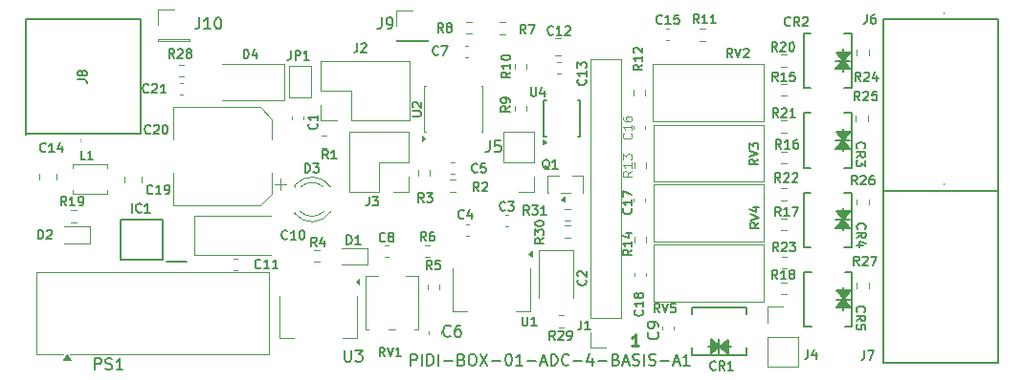
<source format=gbr>
%TF.GenerationSoftware,KiCad,Pcbnew,9.0.6-rc1*%
%TF.CreationDate,2025-10-23T11:59:12+01:00*%
%TF.ProjectId,PIDI-BOX-01-ADC-4-MAIN-A1,50494449-2d42-44f5-982d-30312d414443,rev?*%
%TF.SameCoordinates,Original*%
%TF.FileFunction,Legend,Top*%
%TF.FilePolarity,Positive*%
%FSLAX46Y46*%
G04 Gerber Fmt 4.6, Leading zero omitted, Abs format (unit mm)*
G04 Created by KiCad (PCBNEW 9.0.6-rc1) date 2025-10-23 11:59:12*
%MOMM*%
%LPD*%
G01*
G04 APERTURE LIST*
%ADD10C,0.250000*%
%ADD11C,0.150000*%
%ADD12C,0.100000*%
%ADD13C,0.120000*%
%ADD14C,0.200000*%
%ADD15C,0.152400*%
G04 APERTURE END LIST*
D10*
X161176377Y-86189619D02*
X160604949Y-86189619D01*
X160890663Y-86189619D02*
X160890663Y-85189619D01*
X160890663Y-85189619D02*
X160795425Y-85332476D01*
X160795425Y-85332476D02*
X160700187Y-85427714D01*
X160700187Y-85427714D02*
X160604949Y-85475333D01*
D11*
X141011779Y-87919819D02*
X141011779Y-86919819D01*
X141011779Y-86919819D02*
X141392731Y-86919819D01*
X141392731Y-86919819D02*
X141487969Y-86967438D01*
X141487969Y-86967438D02*
X141535588Y-87015057D01*
X141535588Y-87015057D02*
X141583207Y-87110295D01*
X141583207Y-87110295D02*
X141583207Y-87253152D01*
X141583207Y-87253152D02*
X141535588Y-87348390D01*
X141535588Y-87348390D02*
X141487969Y-87396009D01*
X141487969Y-87396009D02*
X141392731Y-87443628D01*
X141392731Y-87443628D02*
X141011779Y-87443628D01*
X142011779Y-87919819D02*
X142011779Y-86919819D01*
X142487969Y-87919819D02*
X142487969Y-86919819D01*
X142487969Y-86919819D02*
X142726064Y-86919819D01*
X142726064Y-86919819D02*
X142868921Y-86967438D01*
X142868921Y-86967438D02*
X142964159Y-87062676D01*
X142964159Y-87062676D02*
X143011778Y-87157914D01*
X143011778Y-87157914D02*
X143059397Y-87348390D01*
X143059397Y-87348390D02*
X143059397Y-87491247D01*
X143059397Y-87491247D02*
X143011778Y-87681723D01*
X143011778Y-87681723D02*
X142964159Y-87776961D01*
X142964159Y-87776961D02*
X142868921Y-87872200D01*
X142868921Y-87872200D02*
X142726064Y-87919819D01*
X142726064Y-87919819D02*
X142487969Y-87919819D01*
X143487969Y-87919819D02*
X143487969Y-86919819D01*
X143964159Y-87538866D02*
X144726064Y-87538866D01*
X145535587Y-87396009D02*
X145678444Y-87443628D01*
X145678444Y-87443628D02*
X145726063Y-87491247D01*
X145726063Y-87491247D02*
X145773682Y-87586485D01*
X145773682Y-87586485D02*
X145773682Y-87729342D01*
X145773682Y-87729342D02*
X145726063Y-87824580D01*
X145726063Y-87824580D02*
X145678444Y-87872200D01*
X145678444Y-87872200D02*
X145583206Y-87919819D01*
X145583206Y-87919819D02*
X145202254Y-87919819D01*
X145202254Y-87919819D02*
X145202254Y-86919819D01*
X145202254Y-86919819D02*
X145535587Y-86919819D01*
X145535587Y-86919819D02*
X145630825Y-86967438D01*
X145630825Y-86967438D02*
X145678444Y-87015057D01*
X145678444Y-87015057D02*
X145726063Y-87110295D01*
X145726063Y-87110295D02*
X145726063Y-87205533D01*
X145726063Y-87205533D02*
X145678444Y-87300771D01*
X145678444Y-87300771D02*
X145630825Y-87348390D01*
X145630825Y-87348390D02*
X145535587Y-87396009D01*
X145535587Y-87396009D02*
X145202254Y-87396009D01*
X146392730Y-86919819D02*
X146583206Y-86919819D01*
X146583206Y-86919819D02*
X146678444Y-86967438D01*
X146678444Y-86967438D02*
X146773682Y-87062676D01*
X146773682Y-87062676D02*
X146821301Y-87253152D01*
X146821301Y-87253152D02*
X146821301Y-87586485D01*
X146821301Y-87586485D02*
X146773682Y-87776961D01*
X146773682Y-87776961D02*
X146678444Y-87872200D01*
X146678444Y-87872200D02*
X146583206Y-87919819D01*
X146583206Y-87919819D02*
X146392730Y-87919819D01*
X146392730Y-87919819D02*
X146297492Y-87872200D01*
X146297492Y-87872200D02*
X146202254Y-87776961D01*
X146202254Y-87776961D02*
X146154635Y-87586485D01*
X146154635Y-87586485D02*
X146154635Y-87253152D01*
X146154635Y-87253152D02*
X146202254Y-87062676D01*
X146202254Y-87062676D02*
X146297492Y-86967438D01*
X146297492Y-86967438D02*
X146392730Y-86919819D01*
X147154635Y-86919819D02*
X147821301Y-87919819D01*
X147821301Y-86919819D02*
X147154635Y-87919819D01*
X148202254Y-87538866D02*
X148964159Y-87538866D01*
X149630825Y-86919819D02*
X149726063Y-86919819D01*
X149726063Y-86919819D02*
X149821301Y-86967438D01*
X149821301Y-86967438D02*
X149868920Y-87015057D01*
X149868920Y-87015057D02*
X149916539Y-87110295D01*
X149916539Y-87110295D02*
X149964158Y-87300771D01*
X149964158Y-87300771D02*
X149964158Y-87538866D01*
X149964158Y-87538866D02*
X149916539Y-87729342D01*
X149916539Y-87729342D02*
X149868920Y-87824580D01*
X149868920Y-87824580D02*
X149821301Y-87872200D01*
X149821301Y-87872200D02*
X149726063Y-87919819D01*
X149726063Y-87919819D02*
X149630825Y-87919819D01*
X149630825Y-87919819D02*
X149535587Y-87872200D01*
X149535587Y-87872200D02*
X149487968Y-87824580D01*
X149487968Y-87824580D02*
X149440349Y-87729342D01*
X149440349Y-87729342D02*
X149392730Y-87538866D01*
X149392730Y-87538866D02*
X149392730Y-87300771D01*
X149392730Y-87300771D02*
X149440349Y-87110295D01*
X149440349Y-87110295D02*
X149487968Y-87015057D01*
X149487968Y-87015057D02*
X149535587Y-86967438D01*
X149535587Y-86967438D02*
X149630825Y-86919819D01*
X150916539Y-87919819D02*
X150345111Y-87919819D01*
X150630825Y-87919819D02*
X150630825Y-86919819D01*
X150630825Y-86919819D02*
X150535587Y-87062676D01*
X150535587Y-87062676D02*
X150440349Y-87157914D01*
X150440349Y-87157914D02*
X150345111Y-87205533D01*
X151345111Y-87538866D02*
X152107016Y-87538866D01*
X152535587Y-87634104D02*
X153011777Y-87634104D01*
X152440349Y-87919819D02*
X152773682Y-86919819D01*
X152773682Y-86919819D02*
X153107015Y-87919819D01*
X153440349Y-87919819D02*
X153440349Y-86919819D01*
X153440349Y-86919819D02*
X153678444Y-86919819D01*
X153678444Y-86919819D02*
X153821301Y-86967438D01*
X153821301Y-86967438D02*
X153916539Y-87062676D01*
X153916539Y-87062676D02*
X153964158Y-87157914D01*
X153964158Y-87157914D02*
X154011777Y-87348390D01*
X154011777Y-87348390D02*
X154011777Y-87491247D01*
X154011777Y-87491247D02*
X153964158Y-87681723D01*
X153964158Y-87681723D02*
X153916539Y-87776961D01*
X153916539Y-87776961D02*
X153821301Y-87872200D01*
X153821301Y-87872200D02*
X153678444Y-87919819D01*
X153678444Y-87919819D02*
X153440349Y-87919819D01*
X155011777Y-87824580D02*
X154964158Y-87872200D01*
X154964158Y-87872200D02*
X154821301Y-87919819D01*
X154821301Y-87919819D02*
X154726063Y-87919819D01*
X154726063Y-87919819D02*
X154583206Y-87872200D01*
X154583206Y-87872200D02*
X154487968Y-87776961D01*
X154487968Y-87776961D02*
X154440349Y-87681723D01*
X154440349Y-87681723D02*
X154392730Y-87491247D01*
X154392730Y-87491247D02*
X154392730Y-87348390D01*
X154392730Y-87348390D02*
X154440349Y-87157914D01*
X154440349Y-87157914D02*
X154487968Y-87062676D01*
X154487968Y-87062676D02*
X154583206Y-86967438D01*
X154583206Y-86967438D02*
X154726063Y-86919819D01*
X154726063Y-86919819D02*
X154821301Y-86919819D01*
X154821301Y-86919819D02*
X154964158Y-86967438D01*
X154964158Y-86967438D02*
X155011777Y-87015057D01*
X155440349Y-87538866D02*
X156202254Y-87538866D01*
X157107015Y-87253152D02*
X157107015Y-87919819D01*
X156868920Y-86872200D02*
X156630825Y-87586485D01*
X156630825Y-87586485D02*
X157249872Y-87586485D01*
X157630825Y-87538866D02*
X158392730Y-87538866D01*
X159202253Y-87396009D02*
X159345110Y-87443628D01*
X159345110Y-87443628D02*
X159392729Y-87491247D01*
X159392729Y-87491247D02*
X159440348Y-87586485D01*
X159440348Y-87586485D02*
X159440348Y-87729342D01*
X159440348Y-87729342D02*
X159392729Y-87824580D01*
X159392729Y-87824580D02*
X159345110Y-87872200D01*
X159345110Y-87872200D02*
X159249872Y-87919819D01*
X159249872Y-87919819D02*
X158868920Y-87919819D01*
X158868920Y-87919819D02*
X158868920Y-86919819D01*
X158868920Y-86919819D02*
X159202253Y-86919819D01*
X159202253Y-86919819D02*
X159297491Y-86967438D01*
X159297491Y-86967438D02*
X159345110Y-87015057D01*
X159345110Y-87015057D02*
X159392729Y-87110295D01*
X159392729Y-87110295D02*
X159392729Y-87205533D01*
X159392729Y-87205533D02*
X159345110Y-87300771D01*
X159345110Y-87300771D02*
X159297491Y-87348390D01*
X159297491Y-87348390D02*
X159202253Y-87396009D01*
X159202253Y-87396009D02*
X158868920Y-87396009D01*
X159821301Y-87634104D02*
X160297491Y-87634104D01*
X159726063Y-87919819D02*
X160059396Y-86919819D01*
X160059396Y-86919819D02*
X160392729Y-87919819D01*
X160678444Y-87872200D02*
X160821301Y-87919819D01*
X160821301Y-87919819D02*
X161059396Y-87919819D01*
X161059396Y-87919819D02*
X161154634Y-87872200D01*
X161154634Y-87872200D02*
X161202253Y-87824580D01*
X161202253Y-87824580D02*
X161249872Y-87729342D01*
X161249872Y-87729342D02*
X161249872Y-87634104D01*
X161249872Y-87634104D02*
X161202253Y-87538866D01*
X161202253Y-87538866D02*
X161154634Y-87491247D01*
X161154634Y-87491247D02*
X161059396Y-87443628D01*
X161059396Y-87443628D02*
X160868920Y-87396009D01*
X160868920Y-87396009D02*
X160773682Y-87348390D01*
X160773682Y-87348390D02*
X160726063Y-87300771D01*
X160726063Y-87300771D02*
X160678444Y-87205533D01*
X160678444Y-87205533D02*
X160678444Y-87110295D01*
X160678444Y-87110295D02*
X160726063Y-87015057D01*
X160726063Y-87015057D02*
X160773682Y-86967438D01*
X160773682Y-86967438D02*
X160868920Y-86919819D01*
X160868920Y-86919819D02*
X161107015Y-86919819D01*
X161107015Y-86919819D02*
X161249872Y-86967438D01*
X161678444Y-87919819D02*
X161678444Y-86919819D01*
X162107015Y-87872200D02*
X162249872Y-87919819D01*
X162249872Y-87919819D02*
X162487967Y-87919819D01*
X162487967Y-87919819D02*
X162583205Y-87872200D01*
X162583205Y-87872200D02*
X162630824Y-87824580D01*
X162630824Y-87824580D02*
X162678443Y-87729342D01*
X162678443Y-87729342D02*
X162678443Y-87634104D01*
X162678443Y-87634104D02*
X162630824Y-87538866D01*
X162630824Y-87538866D02*
X162583205Y-87491247D01*
X162583205Y-87491247D02*
X162487967Y-87443628D01*
X162487967Y-87443628D02*
X162297491Y-87396009D01*
X162297491Y-87396009D02*
X162202253Y-87348390D01*
X162202253Y-87348390D02*
X162154634Y-87300771D01*
X162154634Y-87300771D02*
X162107015Y-87205533D01*
X162107015Y-87205533D02*
X162107015Y-87110295D01*
X162107015Y-87110295D02*
X162154634Y-87015057D01*
X162154634Y-87015057D02*
X162202253Y-86967438D01*
X162202253Y-86967438D02*
X162297491Y-86919819D01*
X162297491Y-86919819D02*
X162535586Y-86919819D01*
X162535586Y-86919819D02*
X162678443Y-86967438D01*
X163107015Y-87538866D02*
X163868920Y-87538866D01*
X164297491Y-87634104D02*
X164773681Y-87634104D01*
X164202253Y-87919819D02*
X164535586Y-86919819D01*
X164535586Y-86919819D02*
X164868919Y-87919819D01*
X165726062Y-87919819D02*
X165154634Y-87919819D01*
X165440348Y-87919819D02*
X165440348Y-86919819D01*
X165440348Y-86919819D02*
X165345110Y-87062676D01*
X165345110Y-87062676D02*
X165249872Y-87157914D01*
X165249872Y-87157914D02*
X165154634Y-87205533D01*
X173435714Y-60062295D02*
X173169047Y-59681342D01*
X172978571Y-60062295D02*
X172978571Y-59262295D01*
X172978571Y-59262295D02*
X173283333Y-59262295D01*
X173283333Y-59262295D02*
X173359523Y-59300390D01*
X173359523Y-59300390D02*
X173397618Y-59338485D01*
X173397618Y-59338485D02*
X173435714Y-59414676D01*
X173435714Y-59414676D02*
X173435714Y-59528961D01*
X173435714Y-59528961D02*
X173397618Y-59605152D01*
X173397618Y-59605152D02*
X173359523Y-59643247D01*
X173359523Y-59643247D02*
X173283333Y-59681342D01*
X173283333Y-59681342D02*
X172978571Y-59681342D01*
X173740475Y-59338485D02*
X173778571Y-59300390D01*
X173778571Y-59300390D02*
X173854761Y-59262295D01*
X173854761Y-59262295D02*
X174045237Y-59262295D01*
X174045237Y-59262295D02*
X174121428Y-59300390D01*
X174121428Y-59300390D02*
X174159523Y-59338485D01*
X174159523Y-59338485D02*
X174197618Y-59414676D01*
X174197618Y-59414676D02*
X174197618Y-59490866D01*
X174197618Y-59490866D02*
X174159523Y-59605152D01*
X174159523Y-59605152D02*
X173702380Y-60062295D01*
X173702380Y-60062295D02*
X174197618Y-60062295D01*
X174692857Y-59262295D02*
X174769047Y-59262295D01*
X174769047Y-59262295D02*
X174845238Y-59300390D01*
X174845238Y-59300390D02*
X174883333Y-59338485D01*
X174883333Y-59338485D02*
X174921428Y-59414676D01*
X174921428Y-59414676D02*
X174959523Y-59567057D01*
X174959523Y-59567057D02*
X174959523Y-59757533D01*
X174959523Y-59757533D02*
X174921428Y-59909914D01*
X174921428Y-59909914D02*
X174883333Y-59986104D01*
X174883333Y-59986104D02*
X174845238Y-60024200D01*
X174845238Y-60024200D02*
X174769047Y-60062295D01*
X174769047Y-60062295D02*
X174692857Y-60062295D01*
X174692857Y-60062295D02*
X174616666Y-60024200D01*
X174616666Y-60024200D02*
X174578571Y-59986104D01*
X174578571Y-59986104D02*
X174540476Y-59909914D01*
X174540476Y-59909914D02*
X174502380Y-59757533D01*
X174502380Y-59757533D02*
X174502380Y-59567057D01*
X174502380Y-59567057D02*
X174540476Y-59414676D01*
X174540476Y-59414676D02*
X174578571Y-59338485D01*
X174578571Y-59338485D02*
X174616666Y-59300390D01*
X174616666Y-59300390D02*
X174692857Y-59262295D01*
X116369048Y-74362295D02*
X116369048Y-73562295D01*
X117207143Y-74286104D02*
X117169047Y-74324200D01*
X117169047Y-74324200D02*
X117054762Y-74362295D01*
X117054762Y-74362295D02*
X116978571Y-74362295D01*
X116978571Y-74362295D02*
X116864285Y-74324200D01*
X116864285Y-74324200D02*
X116788095Y-74248009D01*
X116788095Y-74248009D02*
X116750000Y-74171819D01*
X116750000Y-74171819D02*
X116711904Y-74019438D01*
X116711904Y-74019438D02*
X116711904Y-73905152D01*
X116711904Y-73905152D02*
X116750000Y-73752771D01*
X116750000Y-73752771D02*
X116788095Y-73676580D01*
X116788095Y-73676580D02*
X116864285Y-73600390D01*
X116864285Y-73600390D02*
X116978571Y-73562295D01*
X116978571Y-73562295D02*
X117054762Y-73562295D01*
X117054762Y-73562295D02*
X117169047Y-73600390D01*
X117169047Y-73600390D02*
X117207143Y-73638485D01*
X117969047Y-74362295D02*
X117511904Y-74362295D01*
X117740476Y-74362295D02*
X117740476Y-73562295D01*
X117740476Y-73562295D02*
X117664285Y-73676580D01*
X117664285Y-73676580D02*
X117588095Y-73752771D01*
X117588095Y-73752771D02*
X117511904Y-73790866D01*
X130433333Y-60012295D02*
X130433333Y-60583723D01*
X130433333Y-60583723D02*
X130395238Y-60698009D01*
X130395238Y-60698009D02*
X130319047Y-60774200D01*
X130319047Y-60774200D02*
X130204762Y-60812295D01*
X130204762Y-60812295D02*
X130128571Y-60812295D01*
X130814286Y-60812295D02*
X130814286Y-60012295D01*
X130814286Y-60012295D02*
X131119048Y-60012295D01*
X131119048Y-60012295D02*
X131195238Y-60050390D01*
X131195238Y-60050390D02*
X131233333Y-60088485D01*
X131233333Y-60088485D02*
X131271429Y-60164676D01*
X131271429Y-60164676D02*
X131271429Y-60278961D01*
X131271429Y-60278961D02*
X131233333Y-60355152D01*
X131233333Y-60355152D02*
X131195238Y-60393247D01*
X131195238Y-60393247D02*
X131119048Y-60431342D01*
X131119048Y-60431342D02*
X130814286Y-60431342D01*
X132033333Y-60812295D02*
X131576190Y-60812295D01*
X131804762Y-60812295D02*
X131804762Y-60012295D01*
X131804762Y-60012295D02*
X131728571Y-60126580D01*
X131728571Y-60126580D02*
X131652381Y-60202771D01*
X131652381Y-60202771D02*
X131576190Y-60240866D01*
D12*
X160513704Y-67339285D02*
X160551800Y-67377381D01*
X160551800Y-67377381D02*
X160589895Y-67491666D01*
X160589895Y-67491666D02*
X160589895Y-67567857D01*
X160589895Y-67567857D02*
X160551800Y-67682143D01*
X160551800Y-67682143D02*
X160475609Y-67758333D01*
X160475609Y-67758333D02*
X160399419Y-67796428D01*
X160399419Y-67796428D02*
X160247038Y-67834524D01*
X160247038Y-67834524D02*
X160132752Y-67834524D01*
X160132752Y-67834524D02*
X159980371Y-67796428D01*
X159980371Y-67796428D02*
X159904180Y-67758333D01*
X159904180Y-67758333D02*
X159827990Y-67682143D01*
X159827990Y-67682143D02*
X159789895Y-67567857D01*
X159789895Y-67567857D02*
X159789895Y-67491666D01*
X159789895Y-67491666D02*
X159827990Y-67377381D01*
X159827990Y-67377381D02*
X159866085Y-67339285D01*
X160589895Y-66577381D02*
X160589895Y-67034524D01*
X160589895Y-66805952D02*
X159789895Y-66805952D01*
X159789895Y-66805952D02*
X159904180Y-66882143D01*
X159904180Y-66882143D02*
X159980371Y-66958333D01*
X159980371Y-66958333D02*
X160018466Y-67034524D01*
X159789895Y-65891666D02*
X159789895Y-66044047D01*
X159789895Y-66044047D02*
X159827990Y-66120238D01*
X159827990Y-66120238D02*
X159866085Y-66158333D01*
X159866085Y-66158333D02*
X159980371Y-66234523D01*
X159980371Y-66234523D02*
X160132752Y-66272619D01*
X160132752Y-66272619D02*
X160437514Y-66272619D01*
X160437514Y-66272619D02*
X160513704Y-66234523D01*
X160513704Y-66234523D02*
X160551800Y-66196428D01*
X160551800Y-66196428D02*
X160589895Y-66120238D01*
X160589895Y-66120238D02*
X160589895Y-65967857D01*
X160589895Y-65967857D02*
X160551800Y-65891666D01*
X160551800Y-65891666D02*
X160513704Y-65853571D01*
X160513704Y-65853571D02*
X160437514Y-65815476D01*
X160437514Y-65815476D02*
X160247038Y-65815476D01*
X160247038Y-65815476D02*
X160170847Y-65853571D01*
X160170847Y-65853571D02*
X160132752Y-65891666D01*
X160132752Y-65891666D02*
X160094657Y-65967857D01*
X160094657Y-65967857D02*
X160094657Y-66120238D01*
X160094657Y-66120238D02*
X160132752Y-66196428D01*
X160132752Y-66196428D02*
X160170847Y-66234523D01*
X160170847Y-66234523D02*
X160247038Y-66272619D01*
D11*
X163264914Y-57563104D02*
X163226818Y-57601200D01*
X163226818Y-57601200D02*
X163112533Y-57639295D01*
X163112533Y-57639295D02*
X163036342Y-57639295D01*
X163036342Y-57639295D02*
X162922056Y-57601200D01*
X162922056Y-57601200D02*
X162845866Y-57525009D01*
X162845866Y-57525009D02*
X162807771Y-57448819D01*
X162807771Y-57448819D02*
X162769675Y-57296438D01*
X162769675Y-57296438D02*
X162769675Y-57182152D01*
X162769675Y-57182152D02*
X162807771Y-57029771D01*
X162807771Y-57029771D02*
X162845866Y-56953580D01*
X162845866Y-56953580D02*
X162922056Y-56877390D01*
X162922056Y-56877390D02*
X163036342Y-56839295D01*
X163036342Y-56839295D02*
X163112533Y-56839295D01*
X163112533Y-56839295D02*
X163226818Y-56877390D01*
X163226818Y-56877390D02*
X163264914Y-56915485D01*
X164026818Y-57639295D02*
X163569675Y-57639295D01*
X163798247Y-57639295D02*
X163798247Y-56839295D01*
X163798247Y-56839295D02*
X163722056Y-56953580D01*
X163722056Y-56953580D02*
X163645866Y-57029771D01*
X163645866Y-57029771D02*
X163569675Y-57067866D01*
X164750628Y-56839295D02*
X164369676Y-56839295D01*
X164369676Y-56839295D02*
X164331580Y-57220247D01*
X164331580Y-57220247D02*
X164369676Y-57182152D01*
X164369676Y-57182152D02*
X164445866Y-57144057D01*
X164445866Y-57144057D02*
X164636342Y-57144057D01*
X164636342Y-57144057D02*
X164712533Y-57182152D01*
X164712533Y-57182152D02*
X164750628Y-57220247D01*
X164750628Y-57220247D02*
X164788723Y-57296438D01*
X164788723Y-57296438D02*
X164788723Y-57486914D01*
X164788723Y-57486914D02*
X164750628Y-57563104D01*
X164750628Y-57563104D02*
X164712533Y-57601200D01*
X164712533Y-57601200D02*
X164636342Y-57639295D01*
X164636342Y-57639295D02*
X164445866Y-57639295D01*
X164445866Y-57639295D02*
X164369676Y-57601200D01*
X164369676Y-57601200D02*
X164331580Y-57563104D01*
X149391667Y-74111104D02*
X149353571Y-74149200D01*
X149353571Y-74149200D02*
X149239286Y-74187295D01*
X149239286Y-74187295D02*
X149163095Y-74187295D01*
X149163095Y-74187295D02*
X149048809Y-74149200D01*
X149048809Y-74149200D02*
X148972619Y-74073009D01*
X148972619Y-74073009D02*
X148934524Y-73996819D01*
X148934524Y-73996819D02*
X148896428Y-73844438D01*
X148896428Y-73844438D02*
X148896428Y-73730152D01*
X148896428Y-73730152D02*
X148934524Y-73577771D01*
X148934524Y-73577771D02*
X148972619Y-73501580D01*
X148972619Y-73501580D02*
X149048809Y-73425390D01*
X149048809Y-73425390D02*
X149163095Y-73387295D01*
X149163095Y-73387295D02*
X149239286Y-73387295D01*
X149239286Y-73387295D02*
X149353571Y-73425390D01*
X149353571Y-73425390D02*
X149391667Y-73463485D01*
X149658333Y-73387295D02*
X150153571Y-73387295D01*
X150153571Y-73387295D02*
X149886905Y-73692057D01*
X149886905Y-73692057D02*
X150001190Y-73692057D01*
X150001190Y-73692057D02*
X150077381Y-73730152D01*
X150077381Y-73730152D02*
X150115476Y-73768247D01*
X150115476Y-73768247D02*
X150153571Y-73844438D01*
X150153571Y-73844438D02*
X150153571Y-74034914D01*
X150153571Y-74034914D02*
X150115476Y-74111104D01*
X150115476Y-74111104D02*
X150077381Y-74149200D01*
X150077381Y-74149200D02*
X150001190Y-74187295D01*
X150001190Y-74187295D02*
X149772619Y-74187295D01*
X149772619Y-74187295D02*
X149696428Y-74149200D01*
X149696428Y-74149200D02*
X149658333Y-74111104D01*
X138766667Y-76861104D02*
X138728571Y-76899200D01*
X138728571Y-76899200D02*
X138614286Y-76937295D01*
X138614286Y-76937295D02*
X138538095Y-76937295D01*
X138538095Y-76937295D02*
X138423809Y-76899200D01*
X138423809Y-76899200D02*
X138347619Y-76823009D01*
X138347619Y-76823009D02*
X138309524Y-76746819D01*
X138309524Y-76746819D02*
X138271428Y-76594438D01*
X138271428Y-76594438D02*
X138271428Y-76480152D01*
X138271428Y-76480152D02*
X138309524Y-76327771D01*
X138309524Y-76327771D02*
X138347619Y-76251580D01*
X138347619Y-76251580D02*
X138423809Y-76175390D01*
X138423809Y-76175390D02*
X138538095Y-76137295D01*
X138538095Y-76137295D02*
X138614286Y-76137295D01*
X138614286Y-76137295D02*
X138728571Y-76175390D01*
X138728571Y-76175390D02*
X138766667Y-76213485D01*
X139223809Y-76480152D02*
X139147619Y-76442057D01*
X139147619Y-76442057D02*
X139109524Y-76403961D01*
X139109524Y-76403961D02*
X139071428Y-76327771D01*
X139071428Y-76327771D02*
X139071428Y-76289676D01*
X139071428Y-76289676D02*
X139109524Y-76213485D01*
X139109524Y-76213485D02*
X139147619Y-76175390D01*
X139147619Y-76175390D02*
X139223809Y-76137295D01*
X139223809Y-76137295D02*
X139376190Y-76137295D01*
X139376190Y-76137295D02*
X139452381Y-76175390D01*
X139452381Y-76175390D02*
X139490476Y-76213485D01*
X139490476Y-76213485D02*
X139528571Y-76289676D01*
X139528571Y-76289676D02*
X139528571Y-76327771D01*
X139528571Y-76327771D02*
X139490476Y-76403961D01*
X139490476Y-76403961D02*
X139452381Y-76442057D01*
X139452381Y-76442057D02*
X139376190Y-76480152D01*
X139376190Y-76480152D02*
X139223809Y-76480152D01*
X139223809Y-76480152D02*
X139147619Y-76518247D01*
X139147619Y-76518247D02*
X139109524Y-76556342D01*
X139109524Y-76556342D02*
X139071428Y-76632533D01*
X139071428Y-76632533D02*
X139071428Y-76784914D01*
X139071428Y-76784914D02*
X139109524Y-76861104D01*
X139109524Y-76861104D02*
X139147619Y-76899200D01*
X139147619Y-76899200D02*
X139223809Y-76937295D01*
X139223809Y-76937295D02*
X139376190Y-76937295D01*
X139376190Y-76937295D02*
X139452381Y-76899200D01*
X139452381Y-76899200D02*
X139490476Y-76861104D01*
X139490476Y-76861104D02*
X139528571Y-76784914D01*
X139528571Y-76784914D02*
X139528571Y-76632533D01*
X139528571Y-76632533D02*
X139490476Y-76556342D01*
X139490476Y-76556342D02*
X139452381Y-76518247D01*
X139452381Y-76518247D02*
X139376190Y-76480152D01*
X173735714Y-71662295D02*
X173469047Y-71281342D01*
X173278571Y-71662295D02*
X173278571Y-70862295D01*
X173278571Y-70862295D02*
X173583333Y-70862295D01*
X173583333Y-70862295D02*
X173659523Y-70900390D01*
X173659523Y-70900390D02*
X173697618Y-70938485D01*
X173697618Y-70938485D02*
X173735714Y-71014676D01*
X173735714Y-71014676D02*
X173735714Y-71128961D01*
X173735714Y-71128961D02*
X173697618Y-71205152D01*
X173697618Y-71205152D02*
X173659523Y-71243247D01*
X173659523Y-71243247D02*
X173583333Y-71281342D01*
X173583333Y-71281342D02*
X173278571Y-71281342D01*
X174040475Y-70938485D02*
X174078571Y-70900390D01*
X174078571Y-70900390D02*
X174154761Y-70862295D01*
X174154761Y-70862295D02*
X174345237Y-70862295D01*
X174345237Y-70862295D02*
X174421428Y-70900390D01*
X174421428Y-70900390D02*
X174459523Y-70938485D01*
X174459523Y-70938485D02*
X174497618Y-71014676D01*
X174497618Y-71014676D02*
X174497618Y-71090866D01*
X174497618Y-71090866D02*
X174459523Y-71205152D01*
X174459523Y-71205152D02*
X174002380Y-71662295D01*
X174002380Y-71662295D02*
X174497618Y-71662295D01*
X174802380Y-70938485D02*
X174840476Y-70900390D01*
X174840476Y-70900390D02*
X174916666Y-70862295D01*
X174916666Y-70862295D02*
X175107142Y-70862295D01*
X175107142Y-70862295D02*
X175183333Y-70900390D01*
X175183333Y-70900390D02*
X175221428Y-70938485D01*
X175221428Y-70938485D02*
X175259523Y-71014676D01*
X175259523Y-71014676D02*
X175259523Y-71090866D01*
X175259523Y-71090866D02*
X175221428Y-71205152D01*
X175221428Y-71205152D02*
X174764285Y-71662295D01*
X174764285Y-71662295D02*
X175259523Y-71662295D01*
X142166667Y-73462295D02*
X141900000Y-73081342D01*
X141709524Y-73462295D02*
X141709524Y-72662295D01*
X141709524Y-72662295D02*
X142014286Y-72662295D01*
X142014286Y-72662295D02*
X142090476Y-72700390D01*
X142090476Y-72700390D02*
X142128571Y-72738485D01*
X142128571Y-72738485D02*
X142166667Y-72814676D01*
X142166667Y-72814676D02*
X142166667Y-72928961D01*
X142166667Y-72928961D02*
X142128571Y-73005152D01*
X142128571Y-73005152D02*
X142090476Y-73043247D01*
X142090476Y-73043247D02*
X142014286Y-73081342D01*
X142014286Y-73081342D02*
X141709524Y-73081342D01*
X142433333Y-72662295D02*
X142928571Y-72662295D01*
X142928571Y-72662295D02*
X142661905Y-72967057D01*
X142661905Y-72967057D02*
X142776190Y-72967057D01*
X142776190Y-72967057D02*
X142852381Y-73005152D01*
X142852381Y-73005152D02*
X142890476Y-73043247D01*
X142890476Y-73043247D02*
X142928571Y-73119438D01*
X142928571Y-73119438D02*
X142928571Y-73309914D01*
X142928571Y-73309914D02*
X142890476Y-73386104D01*
X142890476Y-73386104D02*
X142852381Y-73424200D01*
X142852381Y-73424200D02*
X142776190Y-73462295D01*
X142776190Y-73462295D02*
X142547619Y-73462295D01*
X142547619Y-73462295D02*
X142471428Y-73424200D01*
X142471428Y-73424200D02*
X142433333Y-73386104D01*
X180513895Y-68666667D02*
X180475800Y-68628571D01*
X180475800Y-68628571D02*
X180437704Y-68514286D01*
X180437704Y-68514286D02*
X180437704Y-68438095D01*
X180437704Y-68438095D02*
X180475800Y-68323809D01*
X180475800Y-68323809D02*
X180551990Y-68247619D01*
X180551990Y-68247619D02*
X180628180Y-68209524D01*
X180628180Y-68209524D02*
X180780561Y-68171428D01*
X180780561Y-68171428D02*
X180894847Y-68171428D01*
X180894847Y-68171428D02*
X181047228Y-68209524D01*
X181047228Y-68209524D02*
X181123419Y-68247619D01*
X181123419Y-68247619D02*
X181199609Y-68323809D01*
X181199609Y-68323809D02*
X181237704Y-68438095D01*
X181237704Y-68438095D02*
X181237704Y-68514286D01*
X181237704Y-68514286D02*
X181199609Y-68628571D01*
X181199609Y-68628571D02*
X181161514Y-68666667D01*
X180437704Y-69466667D02*
X180818657Y-69200000D01*
X180437704Y-69009524D02*
X181237704Y-69009524D01*
X181237704Y-69009524D02*
X181237704Y-69314286D01*
X181237704Y-69314286D02*
X181199609Y-69390476D01*
X181199609Y-69390476D02*
X181161514Y-69428571D01*
X181161514Y-69428571D02*
X181085323Y-69466667D01*
X181085323Y-69466667D02*
X180971038Y-69466667D01*
X180971038Y-69466667D02*
X180894847Y-69428571D01*
X180894847Y-69428571D02*
X180856752Y-69390476D01*
X180856752Y-69390476D02*
X180818657Y-69314286D01*
X180818657Y-69314286D02*
X180818657Y-69009524D01*
X181237704Y-69733333D02*
X181237704Y-70228571D01*
X181237704Y-70228571D02*
X180932942Y-69961905D01*
X180932942Y-69961905D02*
X180932942Y-70076190D01*
X180932942Y-70076190D02*
X180894847Y-70152381D01*
X180894847Y-70152381D02*
X180856752Y-70190476D01*
X180856752Y-70190476D02*
X180780561Y-70228571D01*
X180780561Y-70228571D02*
X180590085Y-70228571D01*
X180590085Y-70228571D02*
X180513895Y-70190476D01*
X180513895Y-70190476D02*
X180475800Y-70152381D01*
X180475800Y-70152381D02*
X180437704Y-70076190D01*
X180437704Y-70076190D02*
X180437704Y-69847619D01*
X180437704Y-69847619D02*
X180475800Y-69771428D01*
X180475800Y-69771428D02*
X180513895Y-69733333D01*
X117835714Y-63686104D02*
X117797618Y-63724200D01*
X117797618Y-63724200D02*
X117683333Y-63762295D01*
X117683333Y-63762295D02*
X117607142Y-63762295D01*
X117607142Y-63762295D02*
X117492856Y-63724200D01*
X117492856Y-63724200D02*
X117416666Y-63648009D01*
X117416666Y-63648009D02*
X117378571Y-63571819D01*
X117378571Y-63571819D02*
X117340475Y-63419438D01*
X117340475Y-63419438D02*
X117340475Y-63305152D01*
X117340475Y-63305152D02*
X117378571Y-63152771D01*
X117378571Y-63152771D02*
X117416666Y-63076580D01*
X117416666Y-63076580D02*
X117492856Y-63000390D01*
X117492856Y-63000390D02*
X117607142Y-62962295D01*
X117607142Y-62962295D02*
X117683333Y-62962295D01*
X117683333Y-62962295D02*
X117797618Y-63000390D01*
X117797618Y-63000390D02*
X117835714Y-63038485D01*
X118140475Y-63038485D02*
X118178571Y-63000390D01*
X118178571Y-63000390D02*
X118254761Y-62962295D01*
X118254761Y-62962295D02*
X118445237Y-62962295D01*
X118445237Y-62962295D02*
X118521428Y-63000390D01*
X118521428Y-63000390D02*
X118559523Y-63038485D01*
X118559523Y-63038485D02*
X118597618Y-63114676D01*
X118597618Y-63114676D02*
X118597618Y-63190866D01*
X118597618Y-63190866D02*
X118559523Y-63305152D01*
X118559523Y-63305152D02*
X118102380Y-63762295D01*
X118102380Y-63762295D02*
X118597618Y-63762295D01*
X119359523Y-63762295D02*
X118902380Y-63762295D01*
X119130952Y-63762295D02*
X119130952Y-62962295D01*
X119130952Y-62962295D02*
X119054761Y-63076580D01*
X119054761Y-63076580D02*
X118978571Y-63152771D01*
X118978571Y-63152771D02*
X118902380Y-63190866D01*
X151665476Y-63262295D02*
X151665476Y-63909914D01*
X151665476Y-63909914D02*
X151703571Y-63986104D01*
X151703571Y-63986104D02*
X151741666Y-64024200D01*
X151741666Y-64024200D02*
X151817857Y-64062295D01*
X151817857Y-64062295D02*
X151970238Y-64062295D01*
X151970238Y-64062295D02*
X152046428Y-64024200D01*
X152046428Y-64024200D02*
X152084523Y-63986104D01*
X152084523Y-63986104D02*
X152122619Y-63909914D01*
X152122619Y-63909914D02*
X152122619Y-63262295D01*
X152846428Y-63528961D02*
X152846428Y-64062295D01*
X152655952Y-63224200D02*
X152465475Y-63795628D01*
X152465475Y-63795628D02*
X152960714Y-63795628D01*
X131684524Y-70812295D02*
X131684524Y-70012295D01*
X131684524Y-70012295D02*
X131875000Y-70012295D01*
X131875000Y-70012295D02*
X131989286Y-70050390D01*
X131989286Y-70050390D02*
X132065476Y-70126580D01*
X132065476Y-70126580D02*
X132103571Y-70202771D01*
X132103571Y-70202771D02*
X132141667Y-70355152D01*
X132141667Y-70355152D02*
X132141667Y-70469438D01*
X132141667Y-70469438D02*
X132103571Y-70621819D01*
X132103571Y-70621819D02*
X132065476Y-70698009D01*
X132065476Y-70698009D02*
X131989286Y-70774200D01*
X131989286Y-70774200D02*
X131875000Y-70812295D01*
X131875000Y-70812295D02*
X131684524Y-70812295D01*
X132408333Y-70012295D02*
X132903571Y-70012295D01*
X132903571Y-70012295D02*
X132636905Y-70317057D01*
X132636905Y-70317057D02*
X132751190Y-70317057D01*
X132751190Y-70317057D02*
X132827381Y-70355152D01*
X132827381Y-70355152D02*
X132865476Y-70393247D01*
X132865476Y-70393247D02*
X132903571Y-70469438D01*
X132903571Y-70469438D02*
X132903571Y-70659914D01*
X132903571Y-70659914D02*
X132865476Y-70736104D01*
X132865476Y-70736104D02*
X132827381Y-70774200D01*
X132827381Y-70774200D02*
X132751190Y-70812295D01*
X132751190Y-70812295D02*
X132522619Y-70812295D01*
X132522619Y-70812295D02*
X132446428Y-70774200D01*
X132446428Y-70774200D02*
X132408333Y-70736104D01*
X151191667Y-58487295D02*
X150925000Y-58106342D01*
X150734524Y-58487295D02*
X150734524Y-57687295D01*
X150734524Y-57687295D02*
X151039286Y-57687295D01*
X151039286Y-57687295D02*
X151115476Y-57725390D01*
X151115476Y-57725390D02*
X151153571Y-57763485D01*
X151153571Y-57763485D02*
X151191667Y-57839676D01*
X151191667Y-57839676D02*
X151191667Y-57953961D01*
X151191667Y-57953961D02*
X151153571Y-58030152D01*
X151153571Y-58030152D02*
X151115476Y-58068247D01*
X151115476Y-58068247D02*
X151039286Y-58106342D01*
X151039286Y-58106342D02*
X150734524Y-58106342D01*
X151458333Y-57687295D02*
X151991667Y-57687295D01*
X151991667Y-57687295D02*
X151648809Y-58487295D01*
X142891667Y-79412295D02*
X142625000Y-79031342D01*
X142434524Y-79412295D02*
X142434524Y-78612295D01*
X142434524Y-78612295D02*
X142739286Y-78612295D01*
X142739286Y-78612295D02*
X142815476Y-78650390D01*
X142815476Y-78650390D02*
X142853571Y-78688485D01*
X142853571Y-78688485D02*
X142891667Y-78764676D01*
X142891667Y-78764676D02*
X142891667Y-78878961D01*
X142891667Y-78878961D02*
X142853571Y-78955152D01*
X142853571Y-78955152D02*
X142815476Y-78993247D01*
X142815476Y-78993247D02*
X142739286Y-79031342D01*
X142739286Y-79031342D02*
X142434524Y-79031342D01*
X143615476Y-78612295D02*
X143234524Y-78612295D01*
X143234524Y-78612295D02*
X143196428Y-78993247D01*
X143196428Y-78993247D02*
X143234524Y-78955152D01*
X143234524Y-78955152D02*
X143310714Y-78917057D01*
X143310714Y-78917057D02*
X143501190Y-78917057D01*
X143501190Y-78917057D02*
X143577381Y-78955152D01*
X143577381Y-78955152D02*
X143615476Y-78993247D01*
X143615476Y-78993247D02*
X143653571Y-79069438D01*
X143653571Y-79069438D02*
X143653571Y-79259914D01*
X143653571Y-79259914D02*
X143615476Y-79336104D01*
X143615476Y-79336104D02*
X143577381Y-79374200D01*
X143577381Y-79374200D02*
X143501190Y-79412295D01*
X143501190Y-79412295D02*
X143310714Y-79412295D01*
X143310714Y-79412295D02*
X143234524Y-79374200D01*
X143234524Y-79374200D02*
X143196428Y-79336104D01*
X122315476Y-57079819D02*
X122315476Y-57794104D01*
X122315476Y-57794104D02*
X122267857Y-57936961D01*
X122267857Y-57936961D02*
X122172619Y-58032200D01*
X122172619Y-58032200D02*
X122029762Y-58079819D01*
X122029762Y-58079819D02*
X121934524Y-58079819D01*
X123315476Y-58079819D02*
X122744048Y-58079819D01*
X123029762Y-58079819D02*
X123029762Y-57079819D01*
X123029762Y-57079819D02*
X122934524Y-57222676D01*
X122934524Y-57222676D02*
X122839286Y-57317914D01*
X122839286Y-57317914D02*
X122744048Y-57365533D01*
X123934524Y-57079819D02*
X124029762Y-57079819D01*
X124029762Y-57079819D02*
X124125000Y-57127438D01*
X124125000Y-57127438D02*
X124172619Y-57175057D01*
X124172619Y-57175057D02*
X124220238Y-57270295D01*
X124220238Y-57270295D02*
X124267857Y-57460771D01*
X124267857Y-57460771D02*
X124267857Y-57698866D01*
X124267857Y-57698866D02*
X124220238Y-57889342D01*
X124220238Y-57889342D02*
X124172619Y-57984580D01*
X124172619Y-57984580D02*
X124125000Y-58032200D01*
X124125000Y-58032200D02*
X124029762Y-58079819D01*
X124029762Y-58079819D02*
X123934524Y-58079819D01*
X123934524Y-58079819D02*
X123839286Y-58032200D01*
X123839286Y-58032200D02*
X123791667Y-57984580D01*
X123791667Y-57984580D02*
X123744048Y-57889342D01*
X123744048Y-57889342D02*
X123696429Y-57698866D01*
X123696429Y-57698866D02*
X123696429Y-57460771D01*
X123696429Y-57460771D02*
X123744048Y-57270295D01*
X123744048Y-57270295D02*
X123791667Y-57175057D01*
X123791667Y-57175057D02*
X123839286Y-57127438D01*
X123839286Y-57127438D02*
X123934524Y-57079819D01*
X156108333Y-83947295D02*
X156108333Y-84518723D01*
X156108333Y-84518723D02*
X156070238Y-84633009D01*
X156070238Y-84633009D02*
X155994047Y-84709200D01*
X155994047Y-84709200D02*
X155879762Y-84747295D01*
X155879762Y-84747295D02*
X155803571Y-84747295D01*
X156908333Y-84747295D02*
X156451190Y-84747295D01*
X156679762Y-84747295D02*
X156679762Y-83947295D01*
X156679762Y-83947295D02*
X156603571Y-84061580D01*
X156603571Y-84061580D02*
X156527381Y-84137771D01*
X156527381Y-84137771D02*
X156451190Y-84175866D01*
X180563895Y-75816667D02*
X180525800Y-75778571D01*
X180525800Y-75778571D02*
X180487704Y-75664286D01*
X180487704Y-75664286D02*
X180487704Y-75588095D01*
X180487704Y-75588095D02*
X180525800Y-75473809D01*
X180525800Y-75473809D02*
X180601990Y-75397619D01*
X180601990Y-75397619D02*
X180678180Y-75359524D01*
X180678180Y-75359524D02*
X180830561Y-75321428D01*
X180830561Y-75321428D02*
X180944847Y-75321428D01*
X180944847Y-75321428D02*
X181097228Y-75359524D01*
X181097228Y-75359524D02*
X181173419Y-75397619D01*
X181173419Y-75397619D02*
X181249609Y-75473809D01*
X181249609Y-75473809D02*
X181287704Y-75588095D01*
X181287704Y-75588095D02*
X181287704Y-75664286D01*
X181287704Y-75664286D02*
X181249609Y-75778571D01*
X181249609Y-75778571D02*
X181211514Y-75816667D01*
X180487704Y-76616667D02*
X180868657Y-76350000D01*
X180487704Y-76159524D02*
X181287704Y-76159524D01*
X181287704Y-76159524D02*
X181287704Y-76464286D01*
X181287704Y-76464286D02*
X181249609Y-76540476D01*
X181249609Y-76540476D02*
X181211514Y-76578571D01*
X181211514Y-76578571D02*
X181135323Y-76616667D01*
X181135323Y-76616667D02*
X181021038Y-76616667D01*
X181021038Y-76616667D02*
X180944847Y-76578571D01*
X180944847Y-76578571D02*
X180906752Y-76540476D01*
X180906752Y-76540476D02*
X180868657Y-76464286D01*
X180868657Y-76464286D02*
X180868657Y-76159524D01*
X181021038Y-77302381D02*
X180487704Y-77302381D01*
X181325800Y-77111905D02*
X180754371Y-76921428D01*
X180754371Y-76921428D02*
X180754371Y-77416667D01*
X144533333Y-85284580D02*
X144485714Y-85332200D01*
X144485714Y-85332200D02*
X144342857Y-85379819D01*
X144342857Y-85379819D02*
X144247619Y-85379819D01*
X144247619Y-85379819D02*
X144104762Y-85332200D01*
X144104762Y-85332200D02*
X144009524Y-85236961D01*
X144009524Y-85236961D02*
X143961905Y-85141723D01*
X143961905Y-85141723D02*
X143914286Y-84951247D01*
X143914286Y-84951247D02*
X143914286Y-84808390D01*
X143914286Y-84808390D02*
X143961905Y-84617914D01*
X143961905Y-84617914D02*
X144009524Y-84522676D01*
X144009524Y-84522676D02*
X144104762Y-84427438D01*
X144104762Y-84427438D02*
X144247619Y-84379819D01*
X144247619Y-84379819D02*
X144342857Y-84379819D01*
X144342857Y-84379819D02*
X144485714Y-84427438D01*
X144485714Y-84427438D02*
X144533333Y-84475057D01*
X145390476Y-84379819D02*
X145200000Y-84379819D01*
X145200000Y-84379819D02*
X145104762Y-84427438D01*
X145104762Y-84427438D02*
X145057143Y-84475057D01*
X145057143Y-84475057D02*
X144961905Y-84617914D01*
X144961905Y-84617914D02*
X144914286Y-84808390D01*
X144914286Y-84808390D02*
X144914286Y-85189342D01*
X144914286Y-85189342D02*
X144961905Y-85284580D01*
X144961905Y-85284580D02*
X145009524Y-85332200D01*
X145009524Y-85332200D02*
X145104762Y-85379819D01*
X145104762Y-85379819D02*
X145295238Y-85379819D01*
X145295238Y-85379819D02*
X145390476Y-85332200D01*
X145390476Y-85332200D02*
X145438095Y-85284580D01*
X145438095Y-85284580D02*
X145485714Y-85189342D01*
X145485714Y-85189342D02*
X145485714Y-84951247D01*
X145485714Y-84951247D02*
X145438095Y-84856009D01*
X145438095Y-84856009D02*
X145390476Y-84808390D01*
X145390476Y-84808390D02*
X145295238Y-84760771D01*
X145295238Y-84760771D02*
X145104762Y-84760771D01*
X145104762Y-84760771D02*
X145009524Y-84808390D01*
X145009524Y-84808390D02*
X144961905Y-84856009D01*
X144961905Y-84856009D02*
X144914286Y-84951247D01*
X166516114Y-57588495D02*
X166249447Y-57207542D01*
X166058971Y-57588495D02*
X166058971Y-56788495D01*
X166058971Y-56788495D02*
X166363733Y-56788495D01*
X166363733Y-56788495D02*
X166439923Y-56826590D01*
X166439923Y-56826590D02*
X166478018Y-56864685D01*
X166478018Y-56864685D02*
X166516114Y-56940876D01*
X166516114Y-56940876D02*
X166516114Y-57055161D01*
X166516114Y-57055161D02*
X166478018Y-57131352D01*
X166478018Y-57131352D02*
X166439923Y-57169447D01*
X166439923Y-57169447D02*
X166363733Y-57207542D01*
X166363733Y-57207542D02*
X166058971Y-57207542D01*
X167278018Y-57588495D02*
X166820875Y-57588495D01*
X167049447Y-57588495D02*
X167049447Y-56788495D01*
X167049447Y-56788495D02*
X166973256Y-56902780D01*
X166973256Y-56902780D02*
X166897066Y-56978971D01*
X166897066Y-56978971D02*
X166820875Y-57017066D01*
X168039923Y-57588495D02*
X167582780Y-57588495D01*
X167811352Y-57588495D02*
X167811352Y-56788495D01*
X167811352Y-56788495D02*
X167735161Y-56902780D01*
X167735161Y-56902780D02*
X167658971Y-56978971D01*
X167658971Y-56978971D02*
X167582780Y-57017066D01*
X110535714Y-73762295D02*
X110269047Y-73381342D01*
X110078571Y-73762295D02*
X110078571Y-72962295D01*
X110078571Y-72962295D02*
X110383333Y-72962295D01*
X110383333Y-72962295D02*
X110459523Y-73000390D01*
X110459523Y-73000390D02*
X110497618Y-73038485D01*
X110497618Y-73038485D02*
X110535714Y-73114676D01*
X110535714Y-73114676D02*
X110535714Y-73228961D01*
X110535714Y-73228961D02*
X110497618Y-73305152D01*
X110497618Y-73305152D02*
X110459523Y-73343247D01*
X110459523Y-73343247D02*
X110383333Y-73381342D01*
X110383333Y-73381342D02*
X110078571Y-73381342D01*
X111297618Y-73762295D02*
X110840475Y-73762295D01*
X111069047Y-73762295D02*
X111069047Y-72962295D01*
X111069047Y-72962295D02*
X110992856Y-73076580D01*
X110992856Y-73076580D02*
X110916666Y-73152771D01*
X110916666Y-73152771D02*
X110840475Y-73190866D01*
X111678571Y-73762295D02*
X111830952Y-73762295D01*
X111830952Y-73762295D02*
X111907142Y-73724200D01*
X111907142Y-73724200D02*
X111945238Y-73686104D01*
X111945238Y-73686104D02*
X112021428Y-73571819D01*
X112021428Y-73571819D02*
X112059523Y-73419438D01*
X112059523Y-73419438D02*
X112059523Y-73114676D01*
X112059523Y-73114676D02*
X112021428Y-73038485D01*
X112021428Y-73038485D02*
X111983333Y-73000390D01*
X111983333Y-73000390D02*
X111907142Y-72962295D01*
X111907142Y-72962295D02*
X111754761Y-72962295D01*
X111754761Y-72962295D02*
X111678571Y-73000390D01*
X111678571Y-73000390D02*
X111640476Y-73038485D01*
X111640476Y-73038485D02*
X111602380Y-73114676D01*
X111602380Y-73114676D02*
X111602380Y-73305152D01*
X111602380Y-73305152D02*
X111640476Y-73381342D01*
X111640476Y-73381342D02*
X111678571Y-73419438D01*
X111678571Y-73419438D02*
X111754761Y-73457533D01*
X111754761Y-73457533D02*
X111907142Y-73457533D01*
X111907142Y-73457533D02*
X111983333Y-73419438D01*
X111983333Y-73419438D02*
X112021428Y-73381342D01*
X112021428Y-73381342D02*
X112059523Y-73305152D01*
X151485714Y-74562295D02*
X151219047Y-74181342D01*
X151028571Y-74562295D02*
X151028571Y-73762295D01*
X151028571Y-73762295D02*
X151333333Y-73762295D01*
X151333333Y-73762295D02*
X151409523Y-73800390D01*
X151409523Y-73800390D02*
X151447618Y-73838485D01*
X151447618Y-73838485D02*
X151485714Y-73914676D01*
X151485714Y-73914676D02*
X151485714Y-74028961D01*
X151485714Y-74028961D02*
X151447618Y-74105152D01*
X151447618Y-74105152D02*
X151409523Y-74143247D01*
X151409523Y-74143247D02*
X151333333Y-74181342D01*
X151333333Y-74181342D02*
X151028571Y-74181342D01*
X151752380Y-73762295D02*
X152247618Y-73762295D01*
X152247618Y-73762295D02*
X151980952Y-74067057D01*
X151980952Y-74067057D02*
X152095237Y-74067057D01*
X152095237Y-74067057D02*
X152171428Y-74105152D01*
X152171428Y-74105152D02*
X152209523Y-74143247D01*
X152209523Y-74143247D02*
X152247618Y-74219438D01*
X152247618Y-74219438D02*
X152247618Y-74409914D01*
X152247618Y-74409914D02*
X152209523Y-74486104D01*
X152209523Y-74486104D02*
X152171428Y-74524200D01*
X152171428Y-74524200D02*
X152095237Y-74562295D01*
X152095237Y-74562295D02*
X151866666Y-74562295D01*
X151866666Y-74562295D02*
X151790475Y-74524200D01*
X151790475Y-74524200D02*
X151752380Y-74486104D01*
X153009523Y-74562295D02*
X152552380Y-74562295D01*
X152780952Y-74562295D02*
X152780952Y-73762295D01*
X152780952Y-73762295D02*
X152704761Y-73876580D01*
X152704761Y-73876580D02*
X152628571Y-73952771D01*
X152628571Y-73952771D02*
X152552380Y-73990866D01*
X156486104Y-62564285D02*
X156524200Y-62602381D01*
X156524200Y-62602381D02*
X156562295Y-62716666D01*
X156562295Y-62716666D02*
X156562295Y-62792857D01*
X156562295Y-62792857D02*
X156524200Y-62907143D01*
X156524200Y-62907143D02*
X156448009Y-62983333D01*
X156448009Y-62983333D02*
X156371819Y-63021428D01*
X156371819Y-63021428D02*
X156219438Y-63059524D01*
X156219438Y-63059524D02*
X156105152Y-63059524D01*
X156105152Y-63059524D02*
X155952771Y-63021428D01*
X155952771Y-63021428D02*
X155876580Y-62983333D01*
X155876580Y-62983333D02*
X155800390Y-62907143D01*
X155800390Y-62907143D02*
X155762295Y-62792857D01*
X155762295Y-62792857D02*
X155762295Y-62716666D01*
X155762295Y-62716666D02*
X155800390Y-62602381D01*
X155800390Y-62602381D02*
X155838485Y-62564285D01*
X156562295Y-61802381D02*
X156562295Y-62259524D01*
X156562295Y-62030952D02*
X155762295Y-62030952D01*
X155762295Y-62030952D02*
X155876580Y-62107143D01*
X155876580Y-62107143D02*
X155952771Y-62183333D01*
X155952771Y-62183333D02*
X155990866Y-62259524D01*
X155762295Y-61535714D02*
X155762295Y-61040476D01*
X155762295Y-61040476D02*
X156067057Y-61307142D01*
X156067057Y-61307142D02*
X156067057Y-61192857D01*
X156067057Y-61192857D02*
X156105152Y-61116666D01*
X156105152Y-61116666D02*
X156143247Y-61078571D01*
X156143247Y-61078571D02*
X156219438Y-61040476D01*
X156219438Y-61040476D02*
X156409914Y-61040476D01*
X156409914Y-61040476D02*
X156486104Y-61078571D01*
X156486104Y-61078571D02*
X156524200Y-61116666D01*
X156524200Y-61116666D02*
X156562295Y-61192857D01*
X156562295Y-61192857D02*
X156562295Y-61421428D01*
X156562295Y-61421428D02*
X156524200Y-61497619D01*
X156524200Y-61497619D02*
X156486104Y-61535714D01*
D12*
X160589895Y-70689285D02*
X160208942Y-70955952D01*
X160589895Y-71146428D02*
X159789895Y-71146428D01*
X159789895Y-71146428D02*
X159789895Y-70841666D01*
X159789895Y-70841666D02*
X159827990Y-70765476D01*
X159827990Y-70765476D02*
X159866085Y-70727381D01*
X159866085Y-70727381D02*
X159942276Y-70689285D01*
X159942276Y-70689285D02*
X160056561Y-70689285D01*
X160056561Y-70689285D02*
X160132752Y-70727381D01*
X160132752Y-70727381D02*
X160170847Y-70765476D01*
X160170847Y-70765476D02*
X160208942Y-70841666D01*
X160208942Y-70841666D02*
X160208942Y-71146428D01*
X160589895Y-69927381D02*
X160589895Y-70384524D01*
X160589895Y-70155952D02*
X159789895Y-70155952D01*
X159789895Y-70155952D02*
X159904180Y-70232143D01*
X159904180Y-70232143D02*
X159980371Y-70308333D01*
X159980371Y-70308333D02*
X160018466Y-70384524D01*
X159789895Y-69660714D02*
X159789895Y-69165476D01*
X159789895Y-69165476D02*
X160094657Y-69432142D01*
X160094657Y-69432142D02*
X160094657Y-69317857D01*
X160094657Y-69317857D02*
X160132752Y-69241666D01*
X160132752Y-69241666D02*
X160170847Y-69203571D01*
X160170847Y-69203571D02*
X160247038Y-69165476D01*
X160247038Y-69165476D02*
X160437514Y-69165476D01*
X160437514Y-69165476D02*
X160513704Y-69203571D01*
X160513704Y-69203571D02*
X160551800Y-69241666D01*
X160551800Y-69241666D02*
X160589895Y-69317857D01*
X160589895Y-69317857D02*
X160589895Y-69546428D01*
X160589895Y-69546428D02*
X160551800Y-69622619D01*
X160551800Y-69622619D02*
X160513704Y-69660714D01*
D11*
X181383333Y-56812295D02*
X181383333Y-57383723D01*
X181383333Y-57383723D02*
X181345238Y-57498009D01*
X181345238Y-57498009D02*
X181269047Y-57574200D01*
X181269047Y-57574200D02*
X181154762Y-57612295D01*
X181154762Y-57612295D02*
X181078571Y-57612295D01*
X182107143Y-56812295D02*
X181954762Y-56812295D01*
X181954762Y-56812295D02*
X181878571Y-56850390D01*
X181878571Y-56850390D02*
X181840476Y-56888485D01*
X181840476Y-56888485D02*
X181764286Y-57002771D01*
X181764286Y-57002771D02*
X181726190Y-57155152D01*
X181726190Y-57155152D02*
X181726190Y-57459914D01*
X181726190Y-57459914D02*
X181764286Y-57536104D01*
X181764286Y-57536104D02*
X181802381Y-57574200D01*
X181802381Y-57574200D02*
X181878571Y-57612295D01*
X181878571Y-57612295D02*
X182030952Y-57612295D01*
X182030952Y-57612295D02*
X182107143Y-57574200D01*
X182107143Y-57574200D02*
X182145238Y-57536104D01*
X182145238Y-57536104D02*
X182183333Y-57459914D01*
X182183333Y-57459914D02*
X182183333Y-57269438D01*
X182183333Y-57269438D02*
X182145238Y-57193247D01*
X182145238Y-57193247D02*
X182107143Y-57155152D01*
X182107143Y-57155152D02*
X182030952Y-57117057D01*
X182030952Y-57117057D02*
X181878571Y-57117057D01*
X181878571Y-57117057D02*
X181802381Y-57155152D01*
X181802381Y-57155152D02*
X181764286Y-57193247D01*
X181764286Y-57193247D02*
X181726190Y-57269438D01*
X173485714Y-62712295D02*
X173219047Y-62331342D01*
X173028571Y-62712295D02*
X173028571Y-61912295D01*
X173028571Y-61912295D02*
X173333333Y-61912295D01*
X173333333Y-61912295D02*
X173409523Y-61950390D01*
X173409523Y-61950390D02*
X173447618Y-61988485D01*
X173447618Y-61988485D02*
X173485714Y-62064676D01*
X173485714Y-62064676D02*
X173485714Y-62178961D01*
X173485714Y-62178961D02*
X173447618Y-62255152D01*
X173447618Y-62255152D02*
X173409523Y-62293247D01*
X173409523Y-62293247D02*
X173333333Y-62331342D01*
X173333333Y-62331342D02*
X173028571Y-62331342D01*
X174247618Y-62712295D02*
X173790475Y-62712295D01*
X174019047Y-62712295D02*
X174019047Y-61912295D01*
X174019047Y-61912295D02*
X173942856Y-62026580D01*
X173942856Y-62026580D02*
X173866666Y-62102771D01*
X173866666Y-62102771D02*
X173790475Y-62140866D01*
X174971428Y-61912295D02*
X174590476Y-61912295D01*
X174590476Y-61912295D02*
X174552380Y-62293247D01*
X174552380Y-62293247D02*
X174590476Y-62255152D01*
X174590476Y-62255152D02*
X174666666Y-62217057D01*
X174666666Y-62217057D02*
X174857142Y-62217057D01*
X174857142Y-62217057D02*
X174933333Y-62255152D01*
X174933333Y-62255152D02*
X174971428Y-62293247D01*
X174971428Y-62293247D02*
X175009523Y-62369438D01*
X175009523Y-62369438D02*
X175009523Y-62559914D01*
X175009523Y-62559914D02*
X174971428Y-62636104D01*
X174971428Y-62636104D02*
X174933333Y-62674200D01*
X174933333Y-62674200D02*
X174857142Y-62712295D01*
X174857142Y-62712295D02*
X174666666Y-62712295D01*
X174666666Y-62712295D02*
X174590476Y-62674200D01*
X174590476Y-62674200D02*
X174552380Y-62636104D01*
X180689314Y-79051495D02*
X180422647Y-78670542D01*
X180232171Y-79051495D02*
X180232171Y-78251495D01*
X180232171Y-78251495D02*
X180536933Y-78251495D01*
X180536933Y-78251495D02*
X180613123Y-78289590D01*
X180613123Y-78289590D02*
X180651218Y-78327685D01*
X180651218Y-78327685D02*
X180689314Y-78403876D01*
X180689314Y-78403876D02*
X180689314Y-78518161D01*
X180689314Y-78518161D02*
X180651218Y-78594352D01*
X180651218Y-78594352D02*
X180613123Y-78632447D01*
X180613123Y-78632447D02*
X180536933Y-78670542D01*
X180536933Y-78670542D02*
X180232171Y-78670542D01*
X180994075Y-78327685D02*
X181032171Y-78289590D01*
X181032171Y-78289590D02*
X181108361Y-78251495D01*
X181108361Y-78251495D02*
X181298837Y-78251495D01*
X181298837Y-78251495D02*
X181375028Y-78289590D01*
X181375028Y-78289590D02*
X181413123Y-78327685D01*
X181413123Y-78327685D02*
X181451218Y-78403876D01*
X181451218Y-78403876D02*
X181451218Y-78480066D01*
X181451218Y-78480066D02*
X181413123Y-78594352D01*
X181413123Y-78594352D02*
X180955980Y-79051495D01*
X180955980Y-79051495D02*
X181451218Y-79051495D01*
X181717885Y-78251495D02*
X182251219Y-78251495D01*
X182251219Y-78251495D02*
X181908361Y-79051495D01*
X162884580Y-84991666D02*
X162932200Y-85039285D01*
X162932200Y-85039285D02*
X162979819Y-85182142D01*
X162979819Y-85182142D02*
X162979819Y-85277380D01*
X162979819Y-85277380D02*
X162932200Y-85420237D01*
X162932200Y-85420237D02*
X162836961Y-85515475D01*
X162836961Y-85515475D02*
X162741723Y-85563094D01*
X162741723Y-85563094D02*
X162551247Y-85610713D01*
X162551247Y-85610713D02*
X162408390Y-85610713D01*
X162408390Y-85610713D02*
X162217914Y-85563094D01*
X162217914Y-85563094D02*
X162122676Y-85515475D01*
X162122676Y-85515475D02*
X162027438Y-85420237D01*
X162027438Y-85420237D02*
X161979819Y-85277380D01*
X161979819Y-85277380D02*
X161979819Y-85182142D01*
X161979819Y-85182142D02*
X162027438Y-85039285D01*
X162027438Y-85039285D02*
X162075057Y-84991666D01*
X162979819Y-84515475D02*
X162979819Y-84324999D01*
X162979819Y-84324999D02*
X162932200Y-84229761D01*
X162932200Y-84229761D02*
X162884580Y-84182142D01*
X162884580Y-84182142D02*
X162741723Y-84086904D01*
X162741723Y-84086904D02*
X162551247Y-84039285D01*
X162551247Y-84039285D02*
X162170295Y-84039285D01*
X162170295Y-84039285D02*
X162075057Y-84086904D01*
X162075057Y-84086904D02*
X162027438Y-84134523D01*
X162027438Y-84134523D02*
X161979819Y-84229761D01*
X161979819Y-84229761D02*
X161979819Y-84420237D01*
X161979819Y-84420237D02*
X162027438Y-84515475D01*
X162027438Y-84515475D02*
X162075057Y-84563094D01*
X162075057Y-84563094D02*
X162170295Y-84610713D01*
X162170295Y-84610713D02*
X162408390Y-84610713D01*
X162408390Y-84610713D02*
X162503628Y-84563094D01*
X162503628Y-84563094D02*
X162551247Y-84515475D01*
X162551247Y-84515475D02*
X162598866Y-84420237D01*
X162598866Y-84420237D02*
X162598866Y-84229761D01*
X162598866Y-84229761D02*
X162551247Y-84134523D01*
X162551247Y-84134523D02*
X162503628Y-84086904D01*
X162503628Y-84086904D02*
X162408390Y-84039285D01*
X174616667Y-57736104D02*
X174578571Y-57774200D01*
X174578571Y-57774200D02*
X174464286Y-57812295D01*
X174464286Y-57812295D02*
X174388095Y-57812295D01*
X174388095Y-57812295D02*
X174273809Y-57774200D01*
X174273809Y-57774200D02*
X174197619Y-57698009D01*
X174197619Y-57698009D02*
X174159524Y-57621819D01*
X174159524Y-57621819D02*
X174121428Y-57469438D01*
X174121428Y-57469438D02*
X174121428Y-57355152D01*
X174121428Y-57355152D02*
X174159524Y-57202771D01*
X174159524Y-57202771D02*
X174197619Y-57126580D01*
X174197619Y-57126580D02*
X174273809Y-57050390D01*
X174273809Y-57050390D02*
X174388095Y-57012295D01*
X174388095Y-57012295D02*
X174464286Y-57012295D01*
X174464286Y-57012295D02*
X174578571Y-57050390D01*
X174578571Y-57050390D02*
X174616667Y-57088485D01*
X175416667Y-57812295D02*
X175150000Y-57431342D01*
X174959524Y-57812295D02*
X174959524Y-57012295D01*
X174959524Y-57012295D02*
X175264286Y-57012295D01*
X175264286Y-57012295D02*
X175340476Y-57050390D01*
X175340476Y-57050390D02*
X175378571Y-57088485D01*
X175378571Y-57088485D02*
X175416667Y-57164676D01*
X175416667Y-57164676D02*
X175416667Y-57278961D01*
X175416667Y-57278961D02*
X175378571Y-57355152D01*
X175378571Y-57355152D02*
X175340476Y-57393247D01*
X175340476Y-57393247D02*
X175264286Y-57431342D01*
X175264286Y-57431342D02*
X174959524Y-57431342D01*
X175721428Y-57088485D02*
X175759524Y-57050390D01*
X175759524Y-57050390D02*
X175835714Y-57012295D01*
X175835714Y-57012295D02*
X176026190Y-57012295D01*
X176026190Y-57012295D02*
X176102381Y-57050390D01*
X176102381Y-57050390D02*
X176140476Y-57088485D01*
X176140476Y-57088485D02*
X176178571Y-57164676D01*
X176178571Y-57164676D02*
X176178571Y-57240866D01*
X176178571Y-57240866D02*
X176140476Y-57355152D01*
X176140476Y-57355152D02*
X175683333Y-57812295D01*
X175683333Y-57812295D02*
X176178571Y-57812295D01*
X146916667Y-70736104D02*
X146878571Y-70774200D01*
X146878571Y-70774200D02*
X146764286Y-70812295D01*
X146764286Y-70812295D02*
X146688095Y-70812295D01*
X146688095Y-70812295D02*
X146573809Y-70774200D01*
X146573809Y-70774200D02*
X146497619Y-70698009D01*
X146497619Y-70698009D02*
X146459524Y-70621819D01*
X146459524Y-70621819D02*
X146421428Y-70469438D01*
X146421428Y-70469438D02*
X146421428Y-70355152D01*
X146421428Y-70355152D02*
X146459524Y-70202771D01*
X146459524Y-70202771D02*
X146497619Y-70126580D01*
X146497619Y-70126580D02*
X146573809Y-70050390D01*
X146573809Y-70050390D02*
X146688095Y-70012295D01*
X146688095Y-70012295D02*
X146764286Y-70012295D01*
X146764286Y-70012295D02*
X146878571Y-70050390D01*
X146878571Y-70050390D02*
X146916667Y-70088485D01*
X147640476Y-70012295D02*
X147259524Y-70012295D01*
X147259524Y-70012295D02*
X147221428Y-70393247D01*
X147221428Y-70393247D02*
X147259524Y-70355152D01*
X147259524Y-70355152D02*
X147335714Y-70317057D01*
X147335714Y-70317057D02*
X147526190Y-70317057D01*
X147526190Y-70317057D02*
X147602381Y-70355152D01*
X147602381Y-70355152D02*
X147640476Y-70393247D01*
X147640476Y-70393247D02*
X147678571Y-70469438D01*
X147678571Y-70469438D02*
X147678571Y-70659914D01*
X147678571Y-70659914D02*
X147640476Y-70736104D01*
X147640476Y-70736104D02*
X147602381Y-70774200D01*
X147602381Y-70774200D02*
X147526190Y-70812295D01*
X147526190Y-70812295D02*
X147335714Y-70812295D01*
X147335714Y-70812295D02*
X147259524Y-70774200D01*
X147259524Y-70774200D02*
X147221428Y-70736104D01*
X126242924Y-60698495D02*
X126242924Y-59898495D01*
X126242924Y-59898495D02*
X126433400Y-59898495D01*
X126433400Y-59898495D02*
X126547686Y-59936590D01*
X126547686Y-59936590D02*
X126623876Y-60012780D01*
X126623876Y-60012780D02*
X126661971Y-60088971D01*
X126661971Y-60088971D02*
X126700067Y-60241352D01*
X126700067Y-60241352D02*
X126700067Y-60355638D01*
X126700067Y-60355638D02*
X126661971Y-60508019D01*
X126661971Y-60508019D02*
X126623876Y-60584209D01*
X126623876Y-60584209D02*
X126547686Y-60660400D01*
X126547686Y-60660400D02*
X126433400Y-60698495D01*
X126433400Y-60698495D02*
X126242924Y-60698495D01*
X127385781Y-60165161D02*
X127385781Y-60698495D01*
X127195305Y-59860400D02*
X127004828Y-60431828D01*
X127004828Y-60431828D02*
X127500067Y-60431828D01*
X156509304Y-80308332D02*
X156547400Y-80346428D01*
X156547400Y-80346428D02*
X156585495Y-80460713D01*
X156585495Y-80460713D02*
X156585495Y-80536904D01*
X156585495Y-80536904D02*
X156547400Y-80651190D01*
X156547400Y-80651190D02*
X156471209Y-80727380D01*
X156471209Y-80727380D02*
X156395019Y-80765475D01*
X156395019Y-80765475D02*
X156242638Y-80803571D01*
X156242638Y-80803571D02*
X156128352Y-80803571D01*
X156128352Y-80803571D02*
X155975971Y-80765475D01*
X155975971Y-80765475D02*
X155899780Y-80727380D01*
X155899780Y-80727380D02*
X155823590Y-80651190D01*
X155823590Y-80651190D02*
X155785495Y-80536904D01*
X155785495Y-80536904D02*
X155785495Y-80460713D01*
X155785495Y-80460713D02*
X155823590Y-80346428D01*
X155823590Y-80346428D02*
X155861685Y-80308332D01*
X155861685Y-80003571D02*
X155823590Y-79965475D01*
X155823590Y-79965475D02*
X155785495Y-79889285D01*
X155785495Y-79889285D02*
X155785495Y-79698809D01*
X155785495Y-79698809D02*
X155823590Y-79622618D01*
X155823590Y-79622618D02*
X155861685Y-79584523D01*
X155861685Y-79584523D02*
X155937876Y-79546428D01*
X155937876Y-79546428D02*
X156014066Y-79546428D01*
X156014066Y-79546428D02*
X156128352Y-79584523D01*
X156128352Y-79584523D02*
X156585495Y-80041666D01*
X156585495Y-80041666D02*
X156585495Y-79546428D01*
X181183333Y-86612295D02*
X181183333Y-87183723D01*
X181183333Y-87183723D02*
X181145238Y-87298009D01*
X181145238Y-87298009D02*
X181069047Y-87374200D01*
X181069047Y-87374200D02*
X180954762Y-87412295D01*
X180954762Y-87412295D02*
X180878571Y-87412295D01*
X181488095Y-86612295D02*
X182021429Y-86612295D01*
X182021429Y-86612295D02*
X181678571Y-87412295D01*
X135188095Y-86579819D02*
X135188095Y-87389342D01*
X135188095Y-87389342D02*
X135235714Y-87484580D01*
X135235714Y-87484580D02*
X135283333Y-87532200D01*
X135283333Y-87532200D02*
X135378571Y-87579819D01*
X135378571Y-87579819D02*
X135569047Y-87579819D01*
X135569047Y-87579819D02*
X135664285Y-87532200D01*
X135664285Y-87532200D02*
X135711904Y-87484580D01*
X135711904Y-87484580D02*
X135759523Y-87389342D01*
X135759523Y-87389342D02*
X135759523Y-86579819D01*
X136140476Y-86579819D02*
X136759523Y-86579819D01*
X136759523Y-86579819D02*
X136426190Y-86960771D01*
X136426190Y-86960771D02*
X136569047Y-86960771D01*
X136569047Y-86960771D02*
X136664285Y-87008390D01*
X136664285Y-87008390D02*
X136711904Y-87056009D01*
X136711904Y-87056009D02*
X136759523Y-87151247D01*
X136759523Y-87151247D02*
X136759523Y-87389342D01*
X136759523Y-87389342D02*
X136711904Y-87484580D01*
X136711904Y-87484580D02*
X136664285Y-87532200D01*
X136664285Y-87532200D02*
X136569047Y-87579819D01*
X136569047Y-87579819D02*
X136283333Y-87579819D01*
X136283333Y-87579819D02*
X136188095Y-87532200D01*
X136188095Y-87532200D02*
X136140476Y-87484580D01*
X141167295Y-65811323D02*
X141814914Y-65811323D01*
X141814914Y-65811323D02*
X141891104Y-65773228D01*
X141891104Y-65773228D02*
X141929200Y-65735133D01*
X141929200Y-65735133D02*
X141967295Y-65658942D01*
X141967295Y-65658942D02*
X141967295Y-65506561D01*
X141967295Y-65506561D02*
X141929200Y-65430371D01*
X141929200Y-65430371D02*
X141891104Y-65392276D01*
X141891104Y-65392276D02*
X141814914Y-65354180D01*
X141814914Y-65354180D02*
X141167295Y-65354180D01*
X141243485Y-65011324D02*
X141205390Y-64973228D01*
X141205390Y-64973228D02*
X141167295Y-64897038D01*
X141167295Y-64897038D02*
X141167295Y-64706562D01*
X141167295Y-64706562D02*
X141205390Y-64630371D01*
X141205390Y-64630371D02*
X141243485Y-64592276D01*
X141243485Y-64592276D02*
X141319676Y-64554181D01*
X141319676Y-64554181D02*
X141395866Y-64554181D01*
X141395866Y-64554181D02*
X141510152Y-64592276D01*
X141510152Y-64592276D02*
X141967295Y-65049419D01*
X141967295Y-65049419D02*
X141967295Y-64554181D01*
X173810714Y-68687295D02*
X173544047Y-68306342D01*
X173353571Y-68687295D02*
X173353571Y-67887295D01*
X173353571Y-67887295D02*
X173658333Y-67887295D01*
X173658333Y-67887295D02*
X173734523Y-67925390D01*
X173734523Y-67925390D02*
X173772618Y-67963485D01*
X173772618Y-67963485D02*
X173810714Y-68039676D01*
X173810714Y-68039676D02*
X173810714Y-68153961D01*
X173810714Y-68153961D02*
X173772618Y-68230152D01*
X173772618Y-68230152D02*
X173734523Y-68268247D01*
X173734523Y-68268247D02*
X173658333Y-68306342D01*
X173658333Y-68306342D02*
X173353571Y-68306342D01*
X174572618Y-68687295D02*
X174115475Y-68687295D01*
X174344047Y-68687295D02*
X174344047Y-67887295D01*
X174344047Y-67887295D02*
X174267856Y-68001580D01*
X174267856Y-68001580D02*
X174191666Y-68077771D01*
X174191666Y-68077771D02*
X174115475Y-68115866D01*
X175258333Y-67887295D02*
X175105952Y-67887295D01*
X175105952Y-67887295D02*
X175029761Y-67925390D01*
X175029761Y-67925390D02*
X174991666Y-67963485D01*
X174991666Y-67963485D02*
X174915476Y-68077771D01*
X174915476Y-68077771D02*
X174877380Y-68230152D01*
X174877380Y-68230152D02*
X174877380Y-68534914D01*
X174877380Y-68534914D02*
X174915476Y-68611104D01*
X174915476Y-68611104D02*
X174953571Y-68649200D01*
X174953571Y-68649200D02*
X175029761Y-68687295D01*
X175029761Y-68687295D02*
X175182142Y-68687295D01*
X175182142Y-68687295D02*
X175258333Y-68649200D01*
X175258333Y-68649200D02*
X175296428Y-68611104D01*
X175296428Y-68611104D02*
X175334523Y-68534914D01*
X175334523Y-68534914D02*
X175334523Y-68344438D01*
X175334523Y-68344438D02*
X175296428Y-68268247D01*
X175296428Y-68268247D02*
X175258333Y-68230152D01*
X175258333Y-68230152D02*
X175182142Y-68192057D01*
X175182142Y-68192057D02*
X175029761Y-68192057D01*
X175029761Y-68192057D02*
X174953571Y-68230152D01*
X174953571Y-68230152D02*
X174915476Y-68268247D01*
X174915476Y-68268247D02*
X174877380Y-68344438D01*
X160587295Y-77664285D02*
X160206342Y-77930952D01*
X160587295Y-78121428D02*
X159787295Y-78121428D01*
X159787295Y-78121428D02*
X159787295Y-77816666D01*
X159787295Y-77816666D02*
X159825390Y-77740476D01*
X159825390Y-77740476D02*
X159863485Y-77702381D01*
X159863485Y-77702381D02*
X159939676Y-77664285D01*
X159939676Y-77664285D02*
X160053961Y-77664285D01*
X160053961Y-77664285D02*
X160130152Y-77702381D01*
X160130152Y-77702381D02*
X160168247Y-77740476D01*
X160168247Y-77740476D02*
X160206342Y-77816666D01*
X160206342Y-77816666D02*
X160206342Y-78121428D01*
X160587295Y-76902381D02*
X160587295Y-77359524D01*
X160587295Y-77130952D02*
X159787295Y-77130952D01*
X159787295Y-77130952D02*
X159901580Y-77207143D01*
X159901580Y-77207143D02*
X159977771Y-77283333D01*
X159977771Y-77283333D02*
X160015866Y-77359524D01*
X160053961Y-76216666D02*
X160587295Y-76216666D01*
X159749200Y-76407142D02*
X160320628Y-76597619D01*
X160320628Y-76597619D02*
X160320628Y-76102380D01*
X138723810Y-87112295D02*
X138457143Y-86731342D01*
X138266667Y-87112295D02*
X138266667Y-86312295D01*
X138266667Y-86312295D02*
X138571429Y-86312295D01*
X138571429Y-86312295D02*
X138647619Y-86350390D01*
X138647619Y-86350390D02*
X138685714Y-86388485D01*
X138685714Y-86388485D02*
X138723810Y-86464676D01*
X138723810Y-86464676D02*
X138723810Y-86578961D01*
X138723810Y-86578961D02*
X138685714Y-86655152D01*
X138685714Y-86655152D02*
X138647619Y-86693247D01*
X138647619Y-86693247D02*
X138571429Y-86731342D01*
X138571429Y-86731342D02*
X138266667Y-86731342D01*
X138952381Y-86312295D02*
X139219048Y-87112295D01*
X139219048Y-87112295D02*
X139485714Y-86312295D01*
X140171428Y-87112295D02*
X139714285Y-87112295D01*
X139942857Y-87112295D02*
X139942857Y-86312295D01*
X139942857Y-86312295D02*
X139866666Y-86426580D01*
X139866666Y-86426580D02*
X139790476Y-86502771D01*
X139790476Y-86502771D02*
X139714285Y-86540866D01*
X137333333Y-72962295D02*
X137333333Y-73533723D01*
X137333333Y-73533723D02*
X137295238Y-73648009D01*
X137295238Y-73648009D02*
X137219047Y-73724200D01*
X137219047Y-73724200D02*
X137104762Y-73762295D01*
X137104762Y-73762295D02*
X137028571Y-73762295D01*
X137638095Y-72962295D02*
X138133333Y-72962295D01*
X138133333Y-72962295D02*
X137866667Y-73267057D01*
X137866667Y-73267057D02*
X137980952Y-73267057D01*
X137980952Y-73267057D02*
X138057143Y-73305152D01*
X138057143Y-73305152D02*
X138095238Y-73343247D01*
X138095238Y-73343247D02*
X138133333Y-73419438D01*
X138133333Y-73419438D02*
X138133333Y-73609914D01*
X138133333Y-73609914D02*
X138095238Y-73686104D01*
X138095238Y-73686104D02*
X138057143Y-73724200D01*
X138057143Y-73724200D02*
X137980952Y-73762295D01*
X137980952Y-73762295D02*
X137752381Y-73762295D01*
X137752381Y-73762295D02*
X137676190Y-73724200D01*
X137676190Y-73724200D02*
X137638095Y-73686104D01*
X111593095Y-62577466D02*
X112164523Y-62577466D01*
X112164523Y-62577466D02*
X112278809Y-62615561D01*
X112278809Y-62615561D02*
X112355000Y-62691752D01*
X112355000Y-62691752D02*
X112393095Y-62806037D01*
X112393095Y-62806037D02*
X112393095Y-62882228D01*
X111935952Y-62082228D02*
X111897857Y-62158418D01*
X111897857Y-62158418D02*
X111859761Y-62196513D01*
X111859761Y-62196513D02*
X111783571Y-62234609D01*
X111783571Y-62234609D02*
X111745476Y-62234609D01*
X111745476Y-62234609D02*
X111669285Y-62196513D01*
X111669285Y-62196513D02*
X111631190Y-62158418D01*
X111631190Y-62158418D02*
X111593095Y-62082228D01*
X111593095Y-62082228D02*
X111593095Y-61929847D01*
X111593095Y-61929847D02*
X111631190Y-61853656D01*
X111631190Y-61853656D02*
X111669285Y-61815561D01*
X111669285Y-61815561D02*
X111745476Y-61777466D01*
X111745476Y-61777466D02*
X111783571Y-61777466D01*
X111783571Y-61777466D02*
X111859761Y-61815561D01*
X111859761Y-61815561D02*
X111897857Y-61853656D01*
X111897857Y-61853656D02*
X111935952Y-61929847D01*
X111935952Y-61929847D02*
X111935952Y-62082228D01*
X111935952Y-62082228D02*
X111974047Y-62158418D01*
X111974047Y-62158418D02*
X112012142Y-62196513D01*
X112012142Y-62196513D02*
X112088333Y-62234609D01*
X112088333Y-62234609D02*
X112240714Y-62234609D01*
X112240714Y-62234609D02*
X112316904Y-62196513D01*
X112316904Y-62196513D02*
X112355000Y-62158418D01*
X112355000Y-62158418D02*
X112393095Y-62082228D01*
X112393095Y-62082228D02*
X112393095Y-61929847D01*
X112393095Y-61929847D02*
X112355000Y-61853656D01*
X112355000Y-61853656D02*
X112316904Y-61815561D01*
X112316904Y-61815561D02*
X112240714Y-61777466D01*
X112240714Y-61777466D02*
X112088333Y-61777466D01*
X112088333Y-61777466D02*
X112012142Y-61815561D01*
X112012142Y-61815561D02*
X111974047Y-61853656D01*
X111974047Y-61853656D02*
X111935952Y-61929847D01*
X118185714Y-72636104D02*
X118147618Y-72674200D01*
X118147618Y-72674200D02*
X118033333Y-72712295D01*
X118033333Y-72712295D02*
X117957142Y-72712295D01*
X117957142Y-72712295D02*
X117842856Y-72674200D01*
X117842856Y-72674200D02*
X117766666Y-72598009D01*
X117766666Y-72598009D02*
X117728571Y-72521819D01*
X117728571Y-72521819D02*
X117690475Y-72369438D01*
X117690475Y-72369438D02*
X117690475Y-72255152D01*
X117690475Y-72255152D02*
X117728571Y-72102771D01*
X117728571Y-72102771D02*
X117766666Y-72026580D01*
X117766666Y-72026580D02*
X117842856Y-71950390D01*
X117842856Y-71950390D02*
X117957142Y-71912295D01*
X117957142Y-71912295D02*
X118033333Y-71912295D01*
X118033333Y-71912295D02*
X118147618Y-71950390D01*
X118147618Y-71950390D02*
X118185714Y-71988485D01*
X118947618Y-72712295D02*
X118490475Y-72712295D01*
X118719047Y-72712295D02*
X118719047Y-71912295D01*
X118719047Y-71912295D02*
X118642856Y-72026580D01*
X118642856Y-72026580D02*
X118566666Y-72102771D01*
X118566666Y-72102771D02*
X118490475Y-72140866D01*
X119328571Y-72712295D02*
X119480952Y-72712295D01*
X119480952Y-72712295D02*
X119557142Y-72674200D01*
X119557142Y-72674200D02*
X119595238Y-72636104D01*
X119595238Y-72636104D02*
X119671428Y-72521819D01*
X119671428Y-72521819D02*
X119709523Y-72369438D01*
X119709523Y-72369438D02*
X119709523Y-72064676D01*
X119709523Y-72064676D02*
X119671428Y-71988485D01*
X119671428Y-71988485D02*
X119633333Y-71950390D01*
X119633333Y-71950390D02*
X119557142Y-71912295D01*
X119557142Y-71912295D02*
X119404761Y-71912295D01*
X119404761Y-71912295D02*
X119328571Y-71950390D01*
X119328571Y-71950390D02*
X119290476Y-71988485D01*
X119290476Y-71988485D02*
X119252380Y-72064676D01*
X119252380Y-72064676D02*
X119252380Y-72255152D01*
X119252380Y-72255152D02*
X119290476Y-72331342D01*
X119290476Y-72331342D02*
X119328571Y-72369438D01*
X119328571Y-72369438D02*
X119404761Y-72407533D01*
X119404761Y-72407533D02*
X119557142Y-72407533D01*
X119557142Y-72407533D02*
X119633333Y-72369438D01*
X119633333Y-72369438D02*
X119671428Y-72331342D01*
X119671428Y-72331342D02*
X119709523Y-72255152D01*
X133716667Y-69612295D02*
X133450000Y-69231342D01*
X133259524Y-69612295D02*
X133259524Y-68812295D01*
X133259524Y-68812295D02*
X133564286Y-68812295D01*
X133564286Y-68812295D02*
X133640476Y-68850390D01*
X133640476Y-68850390D02*
X133678571Y-68888485D01*
X133678571Y-68888485D02*
X133716667Y-68964676D01*
X133716667Y-68964676D02*
X133716667Y-69078961D01*
X133716667Y-69078961D02*
X133678571Y-69155152D01*
X133678571Y-69155152D02*
X133640476Y-69193247D01*
X133640476Y-69193247D02*
X133564286Y-69231342D01*
X133564286Y-69231342D02*
X133259524Y-69231342D01*
X134478571Y-69612295D02*
X134021428Y-69612295D01*
X134250000Y-69612295D02*
X134250000Y-68812295D01*
X134250000Y-68812295D02*
X134173809Y-68926580D01*
X134173809Y-68926580D02*
X134097619Y-69002771D01*
X134097619Y-69002771D02*
X134021428Y-69040866D01*
X153298809Y-70538485D02*
X153222619Y-70500390D01*
X153222619Y-70500390D02*
X153146428Y-70424200D01*
X153146428Y-70424200D02*
X153032142Y-70309914D01*
X153032142Y-70309914D02*
X152955952Y-70271819D01*
X152955952Y-70271819D02*
X152879761Y-70271819D01*
X152917857Y-70462295D02*
X152841666Y-70424200D01*
X152841666Y-70424200D02*
X152765476Y-70348009D01*
X152765476Y-70348009D02*
X152727380Y-70195628D01*
X152727380Y-70195628D02*
X152727380Y-69928961D01*
X152727380Y-69928961D02*
X152765476Y-69776580D01*
X152765476Y-69776580D02*
X152841666Y-69700390D01*
X152841666Y-69700390D02*
X152917857Y-69662295D01*
X152917857Y-69662295D02*
X153070238Y-69662295D01*
X153070238Y-69662295D02*
X153146428Y-69700390D01*
X153146428Y-69700390D02*
X153222619Y-69776580D01*
X153222619Y-69776580D02*
X153260714Y-69928961D01*
X153260714Y-69928961D02*
X153260714Y-70195628D01*
X153260714Y-70195628D02*
X153222619Y-70348009D01*
X153222619Y-70348009D02*
X153146428Y-70424200D01*
X153146428Y-70424200D02*
X153070238Y-70462295D01*
X153070238Y-70462295D02*
X152917857Y-70462295D01*
X154022618Y-70462295D02*
X153565475Y-70462295D01*
X153794047Y-70462295D02*
X153794047Y-69662295D01*
X153794047Y-69662295D02*
X153717856Y-69776580D01*
X153717856Y-69776580D02*
X153641666Y-69852771D01*
X153641666Y-69852771D02*
X153565475Y-69890866D01*
X132686104Y-66483332D02*
X132724200Y-66521428D01*
X132724200Y-66521428D02*
X132762295Y-66635713D01*
X132762295Y-66635713D02*
X132762295Y-66711904D01*
X132762295Y-66711904D02*
X132724200Y-66826190D01*
X132724200Y-66826190D02*
X132648009Y-66902380D01*
X132648009Y-66902380D02*
X132571819Y-66940475D01*
X132571819Y-66940475D02*
X132419438Y-66978571D01*
X132419438Y-66978571D02*
X132305152Y-66978571D01*
X132305152Y-66978571D02*
X132152771Y-66940475D01*
X132152771Y-66940475D02*
X132076580Y-66902380D01*
X132076580Y-66902380D02*
X132000390Y-66826190D01*
X132000390Y-66826190D02*
X131962295Y-66711904D01*
X131962295Y-66711904D02*
X131962295Y-66635713D01*
X131962295Y-66635713D02*
X132000390Y-66521428D01*
X132000390Y-66521428D02*
X132038485Y-66483332D01*
X132762295Y-65721428D02*
X132762295Y-66178571D01*
X132762295Y-65949999D02*
X131962295Y-65949999D01*
X131962295Y-65949999D02*
X132076580Y-66026190D01*
X132076580Y-66026190D02*
X132152771Y-66102380D01*
X132152771Y-66102380D02*
X132190866Y-66178571D01*
X138441666Y-57079819D02*
X138441666Y-57794104D01*
X138441666Y-57794104D02*
X138394047Y-57936961D01*
X138394047Y-57936961D02*
X138298809Y-58032200D01*
X138298809Y-58032200D02*
X138155952Y-58079819D01*
X138155952Y-58079819D02*
X138060714Y-58079819D01*
X138965476Y-58079819D02*
X139155952Y-58079819D01*
X139155952Y-58079819D02*
X139251190Y-58032200D01*
X139251190Y-58032200D02*
X139298809Y-57984580D01*
X139298809Y-57984580D02*
X139394047Y-57841723D01*
X139394047Y-57841723D02*
X139441666Y-57651247D01*
X139441666Y-57651247D02*
X139441666Y-57270295D01*
X139441666Y-57270295D02*
X139394047Y-57175057D01*
X139394047Y-57175057D02*
X139346428Y-57127438D01*
X139346428Y-57127438D02*
X139251190Y-57079819D01*
X139251190Y-57079819D02*
X139060714Y-57079819D01*
X139060714Y-57079819D02*
X138965476Y-57127438D01*
X138965476Y-57127438D02*
X138917857Y-57175057D01*
X138917857Y-57175057D02*
X138870238Y-57270295D01*
X138870238Y-57270295D02*
X138870238Y-57508390D01*
X138870238Y-57508390D02*
X138917857Y-57603628D01*
X138917857Y-57603628D02*
X138965476Y-57651247D01*
X138965476Y-57651247D02*
X139060714Y-57698866D01*
X139060714Y-57698866D02*
X139251190Y-57698866D01*
X139251190Y-57698866D02*
X139346428Y-57651247D01*
X139346428Y-57651247D02*
X139394047Y-57603628D01*
X139394047Y-57603628D02*
X139441666Y-57508390D01*
X148016666Y-68004819D02*
X148016666Y-68719104D01*
X148016666Y-68719104D02*
X147969047Y-68861961D01*
X147969047Y-68861961D02*
X147873809Y-68957200D01*
X147873809Y-68957200D02*
X147730952Y-69004819D01*
X147730952Y-69004819D02*
X147635714Y-69004819D01*
X148969047Y-68004819D02*
X148492857Y-68004819D01*
X148492857Y-68004819D02*
X148445238Y-68481009D01*
X148445238Y-68481009D02*
X148492857Y-68433390D01*
X148492857Y-68433390D02*
X148588095Y-68385771D01*
X148588095Y-68385771D02*
X148826190Y-68385771D01*
X148826190Y-68385771D02*
X148921428Y-68433390D01*
X148921428Y-68433390D02*
X148969047Y-68481009D01*
X148969047Y-68481009D02*
X149016666Y-68576247D01*
X149016666Y-68576247D02*
X149016666Y-68814342D01*
X149016666Y-68814342D02*
X148969047Y-68909580D01*
X148969047Y-68909580D02*
X148921428Y-68957200D01*
X148921428Y-68957200D02*
X148826190Y-69004819D01*
X148826190Y-69004819D02*
X148588095Y-69004819D01*
X148588095Y-69004819D02*
X148492857Y-68957200D01*
X148492857Y-68957200D02*
X148445238Y-68909580D01*
X171787295Y-69651189D02*
X171406342Y-69917856D01*
X171787295Y-70108332D02*
X170987295Y-70108332D01*
X170987295Y-70108332D02*
X170987295Y-69803570D01*
X170987295Y-69803570D02*
X171025390Y-69727380D01*
X171025390Y-69727380D02*
X171063485Y-69689285D01*
X171063485Y-69689285D02*
X171139676Y-69651189D01*
X171139676Y-69651189D02*
X171253961Y-69651189D01*
X171253961Y-69651189D02*
X171330152Y-69689285D01*
X171330152Y-69689285D02*
X171368247Y-69727380D01*
X171368247Y-69727380D02*
X171406342Y-69803570D01*
X171406342Y-69803570D02*
X171406342Y-70108332D01*
X170987295Y-69422618D02*
X171787295Y-69155951D01*
X171787295Y-69155951D02*
X170987295Y-68889285D01*
X170987295Y-68698809D02*
X170987295Y-68203571D01*
X170987295Y-68203571D02*
X171292057Y-68470237D01*
X171292057Y-68470237D02*
X171292057Y-68355952D01*
X171292057Y-68355952D02*
X171330152Y-68279761D01*
X171330152Y-68279761D02*
X171368247Y-68241666D01*
X171368247Y-68241666D02*
X171444438Y-68203571D01*
X171444438Y-68203571D02*
X171634914Y-68203571D01*
X171634914Y-68203571D02*
X171711104Y-68241666D01*
X171711104Y-68241666D02*
X171749200Y-68279761D01*
X171749200Y-68279761D02*
X171787295Y-68355952D01*
X171787295Y-68355952D02*
X171787295Y-68584523D01*
X171787295Y-68584523D02*
X171749200Y-68660714D01*
X171749200Y-68660714D02*
X171711104Y-68698809D01*
X120108714Y-60663695D02*
X119842047Y-60282742D01*
X119651571Y-60663695D02*
X119651571Y-59863695D01*
X119651571Y-59863695D02*
X119956333Y-59863695D01*
X119956333Y-59863695D02*
X120032523Y-59901790D01*
X120032523Y-59901790D02*
X120070618Y-59939885D01*
X120070618Y-59939885D02*
X120108714Y-60016076D01*
X120108714Y-60016076D02*
X120108714Y-60130361D01*
X120108714Y-60130361D02*
X120070618Y-60206552D01*
X120070618Y-60206552D02*
X120032523Y-60244647D01*
X120032523Y-60244647D02*
X119956333Y-60282742D01*
X119956333Y-60282742D02*
X119651571Y-60282742D01*
X120413475Y-59939885D02*
X120451571Y-59901790D01*
X120451571Y-59901790D02*
X120527761Y-59863695D01*
X120527761Y-59863695D02*
X120718237Y-59863695D01*
X120718237Y-59863695D02*
X120794428Y-59901790D01*
X120794428Y-59901790D02*
X120832523Y-59939885D01*
X120832523Y-59939885D02*
X120870618Y-60016076D01*
X120870618Y-60016076D02*
X120870618Y-60092266D01*
X120870618Y-60092266D02*
X120832523Y-60206552D01*
X120832523Y-60206552D02*
X120375380Y-60663695D01*
X120375380Y-60663695D02*
X120870618Y-60663695D01*
X121327761Y-60206552D02*
X121251571Y-60168457D01*
X121251571Y-60168457D02*
X121213476Y-60130361D01*
X121213476Y-60130361D02*
X121175380Y-60054171D01*
X121175380Y-60054171D02*
X121175380Y-60016076D01*
X121175380Y-60016076D02*
X121213476Y-59939885D01*
X121213476Y-59939885D02*
X121251571Y-59901790D01*
X121251571Y-59901790D02*
X121327761Y-59863695D01*
X121327761Y-59863695D02*
X121480142Y-59863695D01*
X121480142Y-59863695D02*
X121556333Y-59901790D01*
X121556333Y-59901790D02*
X121594428Y-59939885D01*
X121594428Y-59939885D02*
X121632523Y-60016076D01*
X121632523Y-60016076D02*
X121632523Y-60054171D01*
X121632523Y-60054171D02*
X121594428Y-60130361D01*
X121594428Y-60130361D02*
X121556333Y-60168457D01*
X121556333Y-60168457D02*
X121480142Y-60206552D01*
X121480142Y-60206552D02*
X121327761Y-60206552D01*
X121327761Y-60206552D02*
X121251571Y-60244647D01*
X121251571Y-60244647D02*
X121213476Y-60282742D01*
X121213476Y-60282742D02*
X121175380Y-60358933D01*
X121175380Y-60358933D02*
X121175380Y-60511314D01*
X121175380Y-60511314D02*
X121213476Y-60587504D01*
X121213476Y-60587504D02*
X121251571Y-60625600D01*
X121251571Y-60625600D02*
X121327761Y-60663695D01*
X121327761Y-60663695D02*
X121480142Y-60663695D01*
X121480142Y-60663695D02*
X121556333Y-60625600D01*
X121556333Y-60625600D02*
X121594428Y-60587504D01*
X121594428Y-60587504D02*
X121632523Y-60511314D01*
X121632523Y-60511314D02*
X121632523Y-60358933D01*
X121632523Y-60358933D02*
X121594428Y-60282742D01*
X121594428Y-60282742D02*
X121556333Y-60244647D01*
X121556333Y-60244647D02*
X121480142Y-60206552D01*
X132691667Y-77362295D02*
X132425000Y-76981342D01*
X132234524Y-77362295D02*
X132234524Y-76562295D01*
X132234524Y-76562295D02*
X132539286Y-76562295D01*
X132539286Y-76562295D02*
X132615476Y-76600390D01*
X132615476Y-76600390D02*
X132653571Y-76638485D01*
X132653571Y-76638485D02*
X132691667Y-76714676D01*
X132691667Y-76714676D02*
X132691667Y-76828961D01*
X132691667Y-76828961D02*
X132653571Y-76905152D01*
X132653571Y-76905152D02*
X132615476Y-76943247D01*
X132615476Y-76943247D02*
X132539286Y-76981342D01*
X132539286Y-76981342D02*
X132234524Y-76981342D01*
X133377381Y-76828961D02*
X133377381Y-77362295D01*
X133186905Y-76524200D02*
X132996428Y-77095628D01*
X132996428Y-77095628D02*
X133491667Y-77095628D01*
X180536914Y-71888695D02*
X180270247Y-71507742D01*
X180079771Y-71888695D02*
X180079771Y-71088695D01*
X180079771Y-71088695D02*
X180384533Y-71088695D01*
X180384533Y-71088695D02*
X180460723Y-71126790D01*
X180460723Y-71126790D02*
X180498818Y-71164885D01*
X180498818Y-71164885D02*
X180536914Y-71241076D01*
X180536914Y-71241076D02*
X180536914Y-71355361D01*
X180536914Y-71355361D02*
X180498818Y-71431552D01*
X180498818Y-71431552D02*
X180460723Y-71469647D01*
X180460723Y-71469647D02*
X180384533Y-71507742D01*
X180384533Y-71507742D02*
X180079771Y-71507742D01*
X180841675Y-71164885D02*
X180879771Y-71126790D01*
X180879771Y-71126790D02*
X180955961Y-71088695D01*
X180955961Y-71088695D02*
X181146437Y-71088695D01*
X181146437Y-71088695D02*
X181222628Y-71126790D01*
X181222628Y-71126790D02*
X181260723Y-71164885D01*
X181260723Y-71164885D02*
X181298818Y-71241076D01*
X181298818Y-71241076D02*
X181298818Y-71317266D01*
X181298818Y-71317266D02*
X181260723Y-71431552D01*
X181260723Y-71431552D02*
X180803580Y-71888695D01*
X180803580Y-71888695D02*
X181298818Y-71888695D01*
X181984533Y-71088695D02*
X181832152Y-71088695D01*
X181832152Y-71088695D02*
X181755961Y-71126790D01*
X181755961Y-71126790D02*
X181717866Y-71164885D01*
X181717866Y-71164885D02*
X181641676Y-71279171D01*
X181641676Y-71279171D02*
X181603580Y-71431552D01*
X181603580Y-71431552D02*
X181603580Y-71736314D01*
X181603580Y-71736314D02*
X181641676Y-71812504D01*
X181641676Y-71812504D02*
X181679771Y-71850600D01*
X181679771Y-71850600D02*
X181755961Y-71888695D01*
X181755961Y-71888695D02*
X181908342Y-71888695D01*
X181908342Y-71888695D02*
X181984533Y-71850600D01*
X181984533Y-71850600D02*
X182022628Y-71812504D01*
X182022628Y-71812504D02*
X182060723Y-71736314D01*
X182060723Y-71736314D02*
X182060723Y-71545838D01*
X182060723Y-71545838D02*
X182022628Y-71469647D01*
X182022628Y-71469647D02*
X181984533Y-71431552D01*
X181984533Y-71431552D02*
X181908342Y-71393457D01*
X181908342Y-71393457D02*
X181755961Y-71393457D01*
X181755961Y-71393457D02*
X181679771Y-71431552D01*
X181679771Y-71431552D02*
X181641676Y-71469647D01*
X181641676Y-71469647D02*
X181603580Y-71545838D01*
X149837295Y-61914285D02*
X149456342Y-62180952D01*
X149837295Y-62371428D02*
X149037295Y-62371428D01*
X149037295Y-62371428D02*
X149037295Y-62066666D01*
X149037295Y-62066666D02*
X149075390Y-61990476D01*
X149075390Y-61990476D02*
X149113485Y-61952381D01*
X149113485Y-61952381D02*
X149189676Y-61914285D01*
X149189676Y-61914285D02*
X149303961Y-61914285D01*
X149303961Y-61914285D02*
X149380152Y-61952381D01*
X149380152Y-61952381D02*
X149418247Y-61990476D01*
X149418247Y-61990476D02*
X149456342Y-62066666D01*
X149456342Y-62066666D02*
X149456342Y-62371428D01*
X149837295Y-61152381D02*
X149837295Y-61609524D01*
X149837295Y-61380952D02*
X149037295Y-61380952D01*
X149037295Y-61380952D02*
X149151580Y-61457143D01*
X149151580Y-61457143D02*
X149227771Y-61533333D01*
X149227771Y-61533333D02*
X149265866Y-61609524D01*
X149037295Y-60657142D02*
X149037295Y-60580952D01*
X149037295Y-60580952D02*
X149075390Y-60504761D01*
X149075390Y-60504761D02*
X149113485Y-60466666D01*
X149113485Y-60466666D02*
X149189676Y-60428571D01*
X149189676Y-60428571D02*
X149342057Y-60390476D01*
X149342057Y-60390476D02*
X149532533Y-60390476D01*
X149532533Y-60390476D02*
X149684914Y-60428571D01*
X149684914Y-60428571D02*
X149761104Y-60466666D01*
X149761104Y-60466666D02*
X149799200Y-60504761D01*
X149799200Y-60504761D02*
X149837295Y-60580952D01*
X149837295Y-60580952D02*
X149837295Y-60657142D01*
X149837295Y-60657142D02*
X149799200Y-60733333D01*
X149799200Y-60733333D02*
X149761104Y-60771428D01*
X149761104Y-60771428D02*
X149684914Y-60809523D01*
X149684914Y-60809523D02*
X149532533Y-60847619D01*
X149532533Y-60847619D02*
X149342057Y-60847619D01*
X149342057Y-60847619D02*
X149189676Y-60809523D01*
X149189676Y-60809523D02*
X149113485Y-60771428D01*
X149113485Y-60771428D02*
X149075390Y-60733333D01*
X149075390Y-60733333D02*
X149037295Y-60657142D01*
X153785714Y-85662295D02*
X153519047Y-85281342D01*
X153328571Y-85662295D02*
X153328571Y-84862295D01*
X153328571Y-84862295D02*
X153633333Y-84862295D01*
X153633333Y-84862295D02*
X153709523Y-84900390D01*
X153709523Y-84900390D02*
X153747618Y-84938485D01*
X153747618Y-84938485D02*
X153785714Y-85014676D01*
X153785714Y-85014676D02*
X153785714Y-85128961D01*
X153785714Y-85128961D02*
X153747618Y-85205152D01*
X153747618Y-85205152D02*
X153709523Y-85243247D01*
X153709523Y-85243247D02*
X153633333Y-85281342D01*
X153633333Y-85281342D02*
X153328571Y-85281342D01*
X154090475Y-84938485D02*
X154128571Y-84900390D01*
X154128571Y-84900390D02*
X154204761Y-84862295D01*
X154204761Y-84862295D02*
X154395237Y-84862295D01*
X154395237Y-84862295D02*
X154471428Y-84900390D01*
X154471428Y-84900390D02*
X154509523Y-84938485D01*
X154509523Y-84938485D02*
X154547618Y-85014676D01*
X154547618Y-85014676D02*
X154547618Y-85090866D01*
X154547618Y-85090866D02*
X154509523Y-85205152D01*
X154509523Y-85205152D02*
X154052380Y-85662295D01*
X154052380Y-85662295D02*
X154547618Y-85662295D01*
X154928571Y-85662295D02*
X155080952Y-85662295D01*
X155080952Y-85662295D02*
X155157142Y-85624200D01*
X155157142Y-85624200D02*
X155195238Y-85586104D01*
X155195238Y-85586104D02*
X155271428Y-85471819D01*
X155271428Y-85471819D02*
X155309523Y-85319438D01*
X155309523Y-85319438D02*
X155309523Y-85014676D01*
X155309523Y-85014676D02*
X155271428Y-84938485D01*
X155271428Y-84938485D02*
X155233333Y-84900390D01*
X155233333Y-84900390D02*
X155157142Y-84862295D01*
X155157142Y-84862295D02*
X155004761Y-84862295D01*
X155004761Y-84862295D02*
X154928571Y-84900390D01*
X154928571Y-84900390D02*
X154890476Y-84938485D01*
X154890476Y-84938485D02*
X154852380Y-85014676D01*
X154852380Y-85014676D02*
X154852380Y-85205152D01*
X154852380Y-85205152D02*
X154890476Y-85281342D01*
X154890476Y-85281342D02*
X154928571Y-85319438D01*
X154928571Y-85319438D02*
X155004761Y-85357533D01*
X155004761Y-85357533D02*
X155157142Y-85357533D01*
X155157142Y-85357533D02*
X155233333Y-85319438D01*
X155233333Y-85319438D02*
X155271428Y-85281342D01*
X155271428Y-85281342D02*
X155309523Y-85205152D01*
X113085714Y-88279819D02*
X113085714Y-87279819D01*
X113085714Y-87279819D02*
X113466666Y-87279819D01*
X113466666Y-87279819D02*
X113561904Y-87327438D01*
X113561904Y-87327438D02*
X113609523Y-87375057D01*
X113609523Y-87375057D02*
X113657142Y-87470295D01*
X113657142Y-87470295D02*
X113657142Y-87613152D01*
X113657142Y-87613152D02*
X113609523Y-87708390D01*
X113609523Y-87708390D02*
X113561904Y-87756009D01*
X113561904Y-87756009D02*
X113466666Y-87803628D01*
X113466666Y-87803628D02*
X113085714Y-87803628D01*
X114038095Y-88232200D02*
X114180952Y-88279819D01*
X114180952Y-88279819D02*
X114419047Y-88279819D01*
X114419047Y-88279819D02*
X114514285Y-88232200D01*
X114514285Y-88232200D02*
X114561904Y-88184580D01*
X114561904Y-88184580D02*
X114609523Y-88089342D01*
X114609523Y-88089342D02*
X114609523Y-87994104D01*
X114609523Y-87994104D02*
X114561904Y-87898866D01*
X114561904Y-87898866D02*
X114514285Y-87851247D01*
X114514285Y-87851247D02*
X114419047Y-87803628D01*
X114419047Y-87803628D02*
X114228571Y-87756009D01*
X114228571Y-87756009D02*
X114133333Y-87708390D01*
X114133333Y-87708390D02*
X114085714Y-87660771D01*
X114085714Y-87660771D02*
X114038095Y-87565533D01*
X114038095Y-87565533D02*
X114038095Y-87470295D01*
X114038095Y-87470295D02*
X114085714Y-87375057D01*
X114085714Y-87375057D02*
X114133333Y-87327438D01*
X114133333Y-87327438D02*
X114228571Y-87279819D01*
X114228571Y-87279819D02*
X114466666Y-87279819D01*
X114466666Y-87279819D02*
X114609523Y-87327438D01*
X115561904Y-88279819D02*
X114990476Y-88279819D01*
X115276190Y-88279819D02*
X115276190Y-87279819D01*
X115276190Y-87279819D02*
X115180952Y-87422676D01*
X115180952Y-87422676D02*
X115085714Y-87517914D01*
X115085714Y-87517914D02*
X114990476Y-87565533D01*
X173535714Y-65912295D02*
X173269047Y-65531342D01*
X173078571Y-65912295D02*
X173078571Y-65112295D01*
X173078571Y-65112295D02*
X173383333Y-65112295D01*
X173383333Y-65112295D02*
X173459523Y-65150390D01*
X173459523Y-65150390D02*
X173497618Y-65188485D01*
X173497618Y-65188485D02*
X173535714Y-65264676D01*
X173535714Y-65264676D02*
X173535714Y-65378961D01*
X173535714Y-65378961D02*
X173497618Y-65455152D01*
X173497618Y-65455152D02*
X173459523Y-65493247D01*
X173459523Y-65493247D02*
X173383333Y-65531342D01*
X173383333Y-65531342D02*
X173078571Y-65531342D01*
X173840475Y-65188485D02*
X173878571Y-65150390D01*
X173878571Y-65150390D02*
X173954761Y-65112295D01*
X173954761Y-65112295D02*
X174145237Y-65112295D01*
X174145237Y-65112295D02*
X174221428Y-65150390D01*
X174221428Y-65150390D02*
X174259523Y-65188485D01*
X174259523Y-65188485D02*
X174297618Y-65264676D01*
X174297618Y-65264676D02*
X174297618Y-65340866D01*
X174297618Y-65340866D02*
X174259523Y-65455152D01*
X174259523Y-65455152D02*
X173802380Y-65912295D01*
X173802380Y-65912295D02*
X174297618Y-65912295D01*
X175059523Y-65912295D02*
X174602380Y-65912295D01*
X174830952Y-65912295D02*
X174830952Y-65112295D01*
X174830952Y-65112295D02*
X174754761Y-65226580D01*
X174754761Y-65226580D02*
X174678571Y-65302771D01*
X174678571Y-65302771D02*
X174602380Y-65340866D01*
X135359524Y-77187295D02*
X135359524Y-76387295D01*
X135359524Y-76387295D02*
X135550000Y-76387295D01*
X135550000Y-76387295D02*
X135664286Y-76425390D01*
X135664286Y-76425390D02*
X135740476Y-76501580D01*
X135740476Y-76501580D02*
X135778571Y-76577771D01*
X135778571Y-76577771D02*
X135816667Y-76730152D01*
X135816667Y-76730152D02*
X135816667Y-76844438D01*
X135816667Y-76844438D02*
X135778571Y-76996819D01*
X135778571Y-76996819D02*
X135740476Y-77073009D01*
X135740476Y-77073009D02*
X135664286Y-77149200D01*
X135664286Y-77149200D02*
X135550000Y-77187295D01*
X135550000Y-77187295D02*
X135359524Y-77187295D01*
X136578571Y-77187295D02*
X136121428Y-77187295D01*
X136350000Y-77187295D02*
X136350000Y-76387295D01*
X136350000Y-76387295D02*
X136273809Y-76501580D01*
X136273809Y-76501580D02*
X136197619Y-76577771D01*
X136197619Y-76577771D02*
X136121428Y-76615866D01*
X108069524Y-76713295D02*
X108069524Y-75913295D01*
X108069524Y-75913295D02*
X108260000Y-75913295D01*
X108260000Y-75913295D02*
X108374286Y-75951390D01*
X108374286Y-75951390D02*
X108450476Y-76027580D01*
X108450476Y-76027580D02*
X108488571Y-76103771D01*
X108488571Y-76103771D02*
X108526667Y-76256152D01*
X108526667Y-76256152D02*
X108526667Y-76370438D01*
X108526667Y-76370438D02*
X108488571Y-76522819D01*
X108488571Y-76522819D02*
X108450476Y-76599009D01*
X108450476Y-76599009D02*
X108374286Y-76675200D01*
X108374286Y-76675200D02*
X108260000Y-76713295D01*
X108260000Y-76713295D02*
X108069524Y-76713295D01*
X108831428Y-75989485D02*
X108869524Y-75951390D01*
X108869524Y-75951390D02*
X108945714Y-75913295D01*
X108945714Y-75913295D02*
X109136190Y-75913295D01*
X109136190Y-75913295D02*
X109212381Y-75951390D01*
X109212381Y-75951390D02*
X109250476Y-75989485D01*
X109250476Y-75989485D02*
X109288571Y-76065676D01*
X109288571Y-76065676D02*
X109288571Y-76141866D01*
X109288571Y-76141866D02*
X109250476Y-76256152D01*
X109250476Y-76256152D02*
X108793333Y-76713295D01*
X108793333Y-76713295D02*
X109288571Y-76713295D01*
X150904676Y-83607095D02*
X150904676Y-84254714D01*
X150904676Y-84254714D02*
X150942771Y-84330904D01*
X150942771Y-84330904D02*
X150980866Y-84369000D01*
X150980866Y-84369000D02*
X151057057Y-84407095D01*
X151057057Y-84407095D02*
X151209438Y-84407095D01*
X151209438Y-84407095D02*
X151285628Y-84369000D01*
X151285628Y-84369000D02*
X151323723Y-84330904D01*
X151323723Y-84330904D02*
X151361819Y-84254714D01*
X151361819Y-84254714D02*
X151361819Y-83607095D01*
X152161818Y-84407095D02*
X151704675Y-84407095D01*
X151933247Y-84407095D02*
X151933247Y-83607095D01*
X151933247Y-83607095D02*
X151857056Y-83721380D01*
X151857056Y-83721380D02*
X151780866Y-83797571D01*
X151780866Y-83797571D02*
X151704675Y-83835666D01*
X112236266Y-69653495D02*
X111855314Y-69653495D01*
X111855314Y-69653495D02*
X111855314Y-68853495D01*
X112921980Y-69653495D02*
X112464837Y-69653495D01*
X112693409Y-69653495D02*
X112693409Y-68853495D01*
X112693409Y-68853495D02*
X112617218Y-68967780D01*
X112617218Y-68967780D02*
X112541028Y-69043971D01*
X112541028Y-69043971D02*
X112464837Y-69082066D01*
X117985714Y-67311104D02*
X117947618Y-67349200D01*
X117947618Y-67349200D02*
X117833333Y-67387295D01*
X117833333Y-67387295D02*
X117757142Y-67387295D01*
X117757142Y-67387295D02*
X117642856Y-67349200D01*
X117642856Y-67349200D02*
X117566666Y-67273009D01*
X117566666Y-67273009D02*
X117528571Y-67196819D01*
X117528571Y-67196819D02*
X117490475Y-67044438D01*
X117490475Y-67044438D02*
X117490475Y-66930152D01*
X117490475Y-66930152D02*
X117528571Y-66777771D01*
X117528571Y-66777771D02*
X117566666Y-66701580D01*
X117566666Y-66701580D02*
X117642856Y-66625390D01*
X117642856Y-66625390D02*
X117757142Y-66587295D01*
X117757142Y-66587295D02*
X117833333Y-66587295D01*
X117833333Y-66587295D02*
X117947618Y-66625390D01*
X117947618Y-66625390D02*
X117985714Y-66663485D01*
X118290475Y-66663485D02*
X118328571Y-66625390D01*
X118328571Y-66625390D02*
X118404761Y-66587295D01*
X118404761Y-66587295D02*
X118595237Y-66587295D01*
X118595237Y-66587295D02*
X118671428Y-66625390D01*
X118671428Y-66625390D02*
X118709523Y-66663485D01*
X118709523Y-66663485D02*
X118747618Y-66739676D01*
X118747618Y-66739676D02*
X118747618Y-66815866D01*
X118747618Y-66815866D02*
X118709523Y-66930152D01*
X118709523Y-66930152D02*
X118252380Y-67387295D01*
X118252380Y-67387295D02*
X118747618Y-67387295D01*
X119242857Y-66587295D02*
X119319047Y-66587295D01*
X119319047Y-66587295D02*
X119395238Y-66625390D01*
X119395238Y-66625390D02*
X119433333Y-66663485D01*
X119433333Y-66663485D02*
X119471428Y-66739676D01*
X119471428Y-66739676D02*
X119509523Y-66892057D01*
X119509523Y-66892057D02*
X119509523Y-67082533D01*
X119509523Y-67082533D02*
X119471428Y-67234914D01*
X119471428Y-67234914D02*
X119433333Y-67311104D01*
X119433333Y-67311104D02*
X119395238Y-67349200D01*
X119395238Y-67349200D02*
X119319047Y-67387295D01*
X119319047Y-67387295D02*
X119242857Y-67387295D01*
X119242857Y-67387295D02*
X119166666Y-67349200D01*
X119166666Y-67349200D02*
X119128571Y-67311104D01*
X119128571Y-67311104D02*
X119090476Y-67234914D01*
X119090476Y-67234914D02*
X119052380Y-67082533D01*
X119052380Y-67082533D02*
X119052380Y-66892057D01*
X119052380Y-66892057D02*
X119090476Y-66739676D01*
X119090476Y-66739676D02*
X119128571Y-66663485D01*
X119128571Y-66663485D02*
X119166666Y-66625390D01*
X119166666Y-66625390D02*
X119242857Y-66587295D01*
X142366667Y-76887295D02*
X142100000Y-76506342D01*
X141909524Y-76887295D02*
X141909524Y-76087295D01*
X141909524Y-76087295D02*
X142214286Y-76087295D01*
X142214286Y-76087295D02*
X142290476Y-76125390D01*
X142290476Y-76125390D02*
X142328571Y-76163485D01*
X142328571Y-76163485D02*
X142366667Y-76239676D01*
X142366667Y-76239676D02*
X142366667Y-76353961D01*
X142366667Y-76353961D02*
X142328571Y-76430152D01*
X142328571Y-76430152D02*
X142290476Y-76468247D01*
X142290476Y-76468247D02*
X142214286Y-76506342D01*
X142214286Y-76506342D02*
X141909524Y-76506342D01*
X143052381Y-76087295D02*
X142900000Y-76087295D01*
X142900000Y-76087295D02*
X142823809Y-76125390D01*
X142823809Y-76125390D02*
X142785714Y-76163485D01*
X142785714Y-76163485D02*
X142709524Y-76277771D01*
X142709524Y-76277771D02*
X142671428Y-76430152D01*
X142671428Y-76430152D02*
X142671428Y-76734914D01*
X142671428Y-76734914D02*
X142709524Y-76811104D01*
X142709524Y-76811104D02*
X142747619Y-76849200D01*
X142747619Y-76849200D02*
X142823809Y-76887295D01*
X142823809Y-76887295D02*
X142976190Y-76887295D01*
X142976190Y-76887295D02*
X143052381Y-76849200D01*
X143052381Y-76849200D02*
X143090476Y-76811104D01*
X143090476Y-76811104D02*
X143128571Y-76734914D01*
X143128571Y-76734914D02*
X143128571Y-76544438D01*
X143128571Y-76544438D02*
X143090476Y-76468247D01*
X143090476Y-76468247D02*
X143052381Y-76430152D01*
X143052381Y-76430152D02*
X142976190Y-76392057D01*
X142976190Y-76392057D02*
X142823809Y-76392057D01*
X142823809Y-76392057D02*
X142747619Y-76430152D01*
X142747619Y-76430152D02*
X142709524Y-76468247D01*
X142709524Y-76468247D02*
X142671428Y-76544438D01*
X167986367Y-88261104D02*
X167948271Y-88299200D01*
X167948271Y-88299200D02*
X167833986Y-88337295D01*
X167833986Y-88337295D02*
X167757795Y-88337295D01*
X167757795Y-88337295D02*
X167643509Y-88299200D01*
X167643509Y-88299200D02*
X167567319Y-88223009D01*
X167567319Y-88223009D02*
X167529224Y-88146819D01*
X167529224Y-88146819D02*
X167491128Y-87994438D01*
X167491128Y-87994438D02*
X167491128Y-87880152D01*
X167491128Y-87880152D02*
X167529224Y-87727771D01*
X167529224Y-87727771D02*
X167567319Y-87651580D01*
X167567319Y-87651580D02*
X167643509Y-87575390D01*
X167643509Y-87575390D02*
X167757795Y-87537295D01*
X167757795Y-87537295D02*
X167833986Y-87537295D01*
X167833986Y-87537295D02*
X167948271Y-87575390D01*
X167948271Y-87575390D02*
X167986367Y-87613485D01*
X168786367Y-88337295D02*
X168519700Y-87956342D01*
X168329224Y-88337295D02*
X168329224Y-87537295D01*
X168329224Y-87537295D02*
X168633986Y-87537295D01*
X168633986Y-87537295D02*
X168710176Y-87575390D01*
X168710176Y-87575390D02*
X168748271Y-87613485D01*
X168748271Y-87613485D02*
X168786367Y-87689676D01*
X168786367Y-87689676D02*
X168786367Y-87803961D01*
X168786367Y-87803961D02*
X168748271Y-87880152D01*
X168748271Y-87880152D02*
X168710176Y-87918247D01*
X168710176Y-87918247D02*
X168633986Y-87956342D01*
X168633986Y-87956342D02*
X168329224Y-87956342D01*
X169548271Y-88337295D02*
X169091128Y-88337295D01*
X169319700Y-88337295D02*
X169319700Y-87537295D01*
X169319700Y-87537295D02*
X169243509Y-87651580D01*
X169243509Y-87651580D02*
X169167319Y-87727771D01*
X169167319Y-87727771D02*
X169091128Y-87765866D01*
X145739667Y-74839704D02*
X145701571Y-74877800D01*
X145701571Y-74877800D02*
X145587286Y-74915895D01*
X145587286Y-74915895D02*
X145511095Y-74915895D01*
X145511095Y-74915895D02*
X145396809Y-74877800D01*
X145396809Y-74877800D02*
X145320619Y-74801609D01*
X145320619Y-74801609D02*
X145282524Y-74725419D01*
X145282524Y-74725419D02*
X145244428Y-74573038D01*
X145244428Y-74573038D02*
X145244428Y-74458752D01*
X145244428Y-74458752D02*
X145282524Y-74306371D01*
X145282524Y-74306371D02*
X145320619Y-74230180D01*
X145320619Y-74230180D02*
X145396809Y-74153990D01*
X145396809Y-74153990D02*
X145511095Y-74115895D01*
X145511095Y-74115895D02*
X145587286Y-74115895D01*
X145587286Y-74115895D02*
X145701571Y-74153990D01*
X145701571Y-74153990D02*
X145739667Y-74192085D01*
X146425381Y-74382561D02*
X146425381Y-74915895D01*
X146234905Y-74077800D02*
X146044428Y-74649228D01*
X146044428Y-74649228D02*
X146539667Y-74649228D01*
X149812295Y-64958332D02*
X149431342Y-65224999D01*
X149812295Y-65415475D02*
X149012295Y-65415475D01*
X149012295Y-65415475D02*
X149012295Y-65110713D01*
X149012295Y-65110713D02*
X149050390Y-65034523D01*
X149050390Y-65034523D02*
X149088485Y-64996428D01*
X149088485Y-64996428D02*
X149164676Y-64958332D01*
X149164676Y-64958332D02*
X149278961Y-64958332D01*
X149278961Y-64958332D02*
X149355152Y-64996428D01*
X149355152Y-64996428D02*
X149393247Y-65034523D01*
X149393247Y-65034523D02*
X149431342Y-65110713D01*
X149431342Y-65110713D02*
X149431342Y-65415475D01*
X149812295Y-64577380D02*
X149812295Y-64424999D01*
X149812295Y-64424999D02*
X149774200Y-64348809D01*
X149774200Y-64348809D02*
X149736104Y-64310713D01*
X149736104Y-64310713D02*
X149621819Y-64234523D01*
X149621819Y-64234523D02*
X149469438Y-64196428D01*
X149469438Y-64196428D02*
X149164676Y-64196428D01*
X149164676Y-64196428D02*
X149088485Y-64234523D01*
X149088485Y-64234523D02*
X149050390Y-64272618D01*
X149050390Y-64272618D02*
X149012295Y-64348809D01*
X149012295Y-64348809D02*
X149012295Y-64501190D01*
X149012295Y-64501190D02*
X149050390Y-64577380D01*
X149050390Y-64577380D02*
X149088485Y-64615475D01*
X149088485Y-64615475D02*
X149164676Y-64653571D01*
X149164676Y-64653571D02*
X149355152Y-64653571D01*
X149355152Y-64653571D02*
X149431342Y-64615475D01*
X149431342Y-64615475D02*
X149469438Y-64577380D01*
X149469438Y-64577380D02*
X149507533Y-64501190D01*
X149507533Y-64501190D02*
X149507533Y-64348809D01*
X149507533Y-64348809D02*
X149469438Y-64272618D01*
X149469438Y-64272618D02*
X149431342Y-64234523D01*
X149431342Y-64234523D02*
X149355152Y-64196428D01*
X161525295Y-61245685D02*
X161144342Y-61512352D01*
X161525295Y-61702828D02*
X160725295Y-61702828D01*
X160725295Y-61702828D02*
X160725295Y-61398066D01*
X160725295Y-61398066D02*
X160763390Y-61321876D01*
X160763390Y-61321876D02*
X160801485Y-61283781D01*
X160801485Y-61283781D02*
X160877676Y-61245685D01*
X160877676Y-61245685D02*
X160991961Y-61245685D01*
X160991961Y-61245685D02*
X161068152Y-61283781D01*
X161068152Y-61283781D02*
X161106247Y-61321876D01*
X161106247Y-61321876D02*
X161144342Y-61398066D01*
X161144342Y-61398066D02*
X161144342Y-61702828D01*
X161525295Y-60483781D02*
X161525295Y-60940924D01*
X161525295Y-60712352D02*
X160725295Y-60712352D01*
X160725295Y-60712352D02*
X160839580Y-60788543D01*
X160839580Y-60788543D02*
X160915771Y-60864733D01*
X160915771Y-60864733D02*
X160953866Y-60940924D01*
X160801485Y-60179019D02*
X160763390Y-60140923D01*
X160763390Y-60140923D02*
X160725295Y-60064733D01*
X160725295Y-60064733D02*
X160725295Y-59874257D01*
X160725295Y-59874257D02*
X160763390Y-59798066D01*
X160763390Y-59798066D02*
X160801485Y-59759971D01*
X160801485Y-59759971D02*
X160877676Y-59721876D01*
X160877676Y-59721876D02*
X160953866Y-59721876D01*
X160953866Y-59721876D02*
X161068152Y-59759971D01*
X161068152Y-59759971D02*
X161525295Y-60217114D01*
X161525295Y-60217114D02*
X161525295Y-59721876D01*
X173475714Y-80270695D02*
X173209047Y-79889742D01*
X173018571Y-80270695D02*
X173018571Y-79470695D01*
X173018571Y-79470695D02*
X173323333Y-79470695D01*
X173323333Y-79470695D02*
X173399523Y-79508790D01*
X173399523Y-79508790D02*
X173437618Y-79546885D01*
X173437618Y-79546885D02*
X173475714Y-79623076D01*
X173475714Y-79623076D02*
X173475714Y-79737361D01*
X173475714Y-79737361D02*
X173437618Y-79813552D01*
X173437618Y-79813552D02*
X173399523Y-79851647D01*
X173399523Y-79851647D02*
X173323333Y-79889742D01*
X173323333Y-79889742D02*
X173018571Y-79889742D01*
X174237618Y-80270695D02*
X173780475Y-80270695D01*
X174009047Y-80270695D02*
X174009047Y-79470695D01*
X174009047Y-79470695D02*
X173932856Y-79584980D01*
X173932856Y-79584980D02*
X173856666Y-79661171D01*
X173856666Y-79661171D02*
X173780475Y-79699266D01*
X174694761Y-79813552D02*
X174618571Y-79775457D01*
X174618571Y-79775457D02*
X174580476Y-79737361D01*
X174580476Y-79737361D02*
X174542380Y-79661171D01*
X174542380Y-79661171D02*
X174542380Y-79623076D01*
X174542380Y-79623076D02*
X174580476Y-79546885D01*
X174580476Y-79546885D02*
X174618571Y-79508790D01*
X174618571Y-79508790D02*
X174694761Y-79470695D01*
X174694761Y-79470695D02*
X174847142Y-79470695D01*
X174847142Y-79470695D02*
X174923333Y-79508790D01*
X174923333Y-79508790D02*
X174961428Y-79546885D01*
X174961428Y-79546885D02*
X174999523Y-79623076D01*
X174999523Y-79623076D02*
X174999523Y-79661171D01*
X174999523Y-79661171D02*
X174961428Y-79737361D01*
X174961428Y-79737361D02*
X174923333Y-79775457D01*
X174923333Y-79775457D02*
X174847142Y-79813552D01*
X174847142Y-79813552D02*
X174694761Y-79813552D01*
X174694761Y-79813552D02*
X174618571Y-79851647D01*
X174618571Y-79851647D02*
X174580476Y-79889742D01*
X174580476Y-79889742D02*
X174542380Y-79965933D01*
X174542380Y-79965933D02*
X174542380Y-80118314D01*
X174542380Y-80118314D02*
X174580476Y-80194504D01*
X174580476Y-80194504D02*
X174618571Y-80232600D01*
X174618571Y-80232600D02*
X174694761Y-80270695D01*
X174694761Y-80270695D02*
X174847142Y-80270695D01*
X174847142Y-80270695D02*
X174923333Y-80232600D01*
X174923333Y-80232600D02*
X174961428Y-80194504D01*
X174961428Y-80194504D02*
X174999523Y-80118314D01*
X174999523Y-80118314D02*
X174999523Y-79965933D01*
X174999523Y-79965933D02*
X174961428Y-79889742D01*
X174961428Y-79889742D02*
X174923333Y-79851647D01*
X174923333Y-79851647D02*
X174847142Y-79813552D01*
X153635714Y-58536104D02*
X153597618Y-58574200D01*
X153597618Y-58574200D02*
X153483333Y-58612295D01*
X153483333Y-58612295D02*
X153407142Y-58612295D01*
X153407142Y-58612295D02*
X153292856Y-58574200D01*
X153292856Y-58574200D02*
X153216666Y-58498009D01*
X153216666Y-58498009D02*
X153178571Y-58421819D01*
X153178571Y-58421819D02*
X153140475Y-58269438D01*
X153140475Y-58269438D02*
X153140475Y-58155152D01*
X153140475Y-58155152D02*
X153178571Y-58002771D01*
X153178571Y-58002771D02*
X153216666Y-57926580D01*
X153216666Y-57926580D02*
X153292856Y-57850390D01*
X153292856Y-57850390D02*
X153407142Y-57812295D01*
X153407142Y-57812295D02*
X153483333Y-57812295D01*
X153483333Y-57812295D02*
X153597618Y-57850390D01*
X153597618Y-57850390D02*
X153635714Y-57888485D01*
X154397618Y-58612295D02*
X153940475Y-58612295D01*
X154169047Y-58612295D02*
X154169047Y-57812295D01*
X154169047Y-57812295D02*
X154092856Y-57926580D01*
X154092856Y-57926580D02*
X154016666Y-58002771D01*
X154016666Y-58002771D02*
X153940475Y-58040866D01*
X154702380Y-57888485D02*
X154740476Y-57850390D01*
X154740476Y-57850390D02*
X154816666Y-57812295D01*
X154816666Y-57812295D02*
X155007142Y-57812295D01*
X155007142Y-57812295D02*
X155083333Y-57850390D01*
X155083333Y-57850390D02*
X155121428Y-57888485D01*
X155121428Y-57888485D02*
X155159523Y-57964676D01*
X155159523Y-57964676D02*
X155159523Y-58040866D01*
X155159523Y-58040866D02*
X155121428Y-58155152D01*
X155121428Y-58155152D02*
X154664285Y-58612295D01*
X154664285Y-58612295D02*
X155159523Y-58612295D01*
X171837295Y-75276189D02*
X171456342Y-75542856D01*
X171837295Y-75733332D02*
X171037295Y-75733332D01*
X171037295Y-75733332D02*
X171037295Y-75428570D01*
X171037295Y-75428570D02*
X171075390Y-75352380D01*
X171075390Y-75352380D02*
X171113485Y-75314285D01*
X171113485Y-75314285D02*
X171189676Y-75276189D01*
X171189676Y-75276189D02*
X171303961Y-75276189D01*
X171303961Y-75276189D02*
X171380152Y-75314285D01*
X171380152Y-75314285D02*
X171418247Y-75352380D01*
X171418247Y-75352380D02*
X171456342Y-75428570D01*
X171456342Y-75428570D02*
X171456342Y-75733332D01*
X171037295Y-75047618D02*
X171837295Y-74780951D01*
X171837295Y-74780951D02*
X171037295Y-74514285D01*
X171303961Y-73904761D02*
X171837295Y-73904761D01*
X170999200Y-74095237D02*
X171570628Y-74285714D01*
X171570628Y-74285714D02*
X171570628Y-73790475D01*
X180513895Y-83166667D02*
X180475800Y-83128571D01*
X180475800Y-83128571D02*
X180437704Y-83014286D01*
X180437704Y-83014286D02*
X180437704Y-82938095D01*
X180437704Y-82938095D02*
X180475800Y-82823809D01*
X180475800Y-82823809D02*
X180551990Y-82747619D01*
X180551990Y-82747619D02*
X180628180Y-82709524D01*
X180628180Y-82709524D02*
X180780561Y-82671428D01*
X180780561Y-82671428D02*
X180894847Y-82671428D01*
X180894847Y-82671428D02*
X181047228Y-82709524D01*
X181047228Y-82709524D02*
X181123419Y-82747619D01*
X181123419Y-82747619D02*
X181199609Y-82823809D01*
X181199609Y-82823809D02*
X181237704Y-82938095D01*
X181237704Y-82938095D02*
X181237704Y-83014286D01*
X181237704Y-83014286D02*
X181199609Y-83128571D01*
X181199609Y-83128571D02*
X181161514Y-83166667D01*
X180437704Y-83966667D02*
X180818657Y-83700000D01*
X180437704Y-83509524D02*
X181237704Y-83509524D01*
X181237704Y-83509524D02*
X181237704Y-83814286D01*
X181237704Y-83814286D02*
X181199609Y-83890476D01*
X181199609Y-83890476D02*
X181161514Y-83928571D01*
X181161514Y-83928571D02*
X181085323Y-83966667D01*
X181085323Y-83966667D02*
X180971038Y-83966667D01*
X180971038Y-83966667D02*
X180894847Y-83928571D01*
X180894847Y-83928571D02*
X180856752Y-83890476D01*
X180856752Y-83890476D02*
X180818657Y-83814286D01*
X180818657Y-83814286D02*
X180818657Y-83509524D01*
X181237704Y-84690476D02*
X181237704Y-84309524D01*
X181237704Y-84309524D02*
X180856752Y-84271428D01*
X180856752Y-84271428D02*
X180894847Y-84309524D01*
X180894847Y-84309524D02*
X180932942Y-84385714D01*
X180932942Y-84385714D02*
X180932942Y-84576190D01*
X180932942Y-84576190D02*
X180894847Y-84652381D01*
X180894847Y-84652381D02*
X180856752Y-84690476D01*
X180856752Y-84690476D02*
X180780561Y-84728571D01*
X180780561Y-84728571D02*
X180590085Y-84728571D01*
X180590085Y-84728571D02*
X180513895Y-84690476D01*
X180513895Y-84690476D02*
X180475800Y-84652381D01*
X180475800Y-84652381D02*
X180437704Y-84576190D01*
X180437704Y-84576190D02*
X180437704Y-84385714D01*
X180437704Y-84385714D02*
X180475800Y-84309524D01*
X180475800Y-84309524D02*
X180513895Y-84271428D01*
X136283333Y-59362295D02*
X136283333Y-59933723D01*
X136283333Y-59933723D02*
X136245238Y-60048009D01*
X136245238Y-60048009D02*
X136169047Y-60124200D01*
X136169047Y-60124200D02*
X136054762Y-60162295D01*
X136054762Y-60162295D02*
X135978571Y-60162295D01*
X136626190Y-59438485D02*
X136664286Y-59400390D01*
X136664286Y-59400390D02*
X136740476Y-59362295D01*
X136740476Y-59362295D02*
X136930952Y-59362295D01*
X136930952Y-59362295D02*
X137007143Y-59400390D01*
X137007143Y-59400390D02*
X137045238Y-59438485D01*
X137045238Y-59438485D02*
X137083333Y-59514676D01*
X137083333Y-59514676D02*
X137083333Y-59590866D01*
X137083333Y-59590866D02*
X137045238Y-59705152D01*
X137045238Y-59705152D02*
X136588095Y-60162295D01*
X136588095Y-60162295D02*
X137083333Y-60162295D01*
X180835714Y-62712295D02*
X180569047Y-62331342D01*
X180378571Y-62712295D02*
X180378571Y-61912295D01*
X180378571Y-61912295D02*
X180683333Y-61912295D01*
X180683333Y-61912295D02*
X180759523Y-61950390D01*
X180759523Y-61950390D02*
X180797618Y-61988485D01*
X180797618Y-61988485D02*
X180835714Y-62064676D01*
X180835714Y-62064676D02*
X180835714Y-62178961D01*
X180835714Y-62178961D02*
X180797618Y-62255152D01*
X180797618Y-62255152D02*
X180759523Y-62293247D01*
X180759523Y-62293247D02*
X180683333Y-62331342D01*
X180683333Y-62331342D02*
X180378571Y-62331342D01*
X181140475Y-61988485D02*
X181178571Y-61950390D01*
X181178571Y-61950390D02*
X181254761Y-61912295D01*
X181254761Y-61912295D02*
X181445237Y-61912295D01*
X181445237Y-61912295D02*
X181521428Y-61950390D01*
X181521428Y-61950390D02*
X181559523Y-61988485D01*
X181559523Y-61988485D02*
X181597618Y-62064676D01*
X181597618Y-62064676D02*
X181597618Y-62140866D01*
X181597618Y-62140866D02*
X181559523Y-62255152D01*
X181559523Y-62255152D02*
X181102380Y-62712295D01*
X181102380Y-62712295D02*
X181597618Y-62712295D01*
X182283333Y-62178961D02*
X182283333Y-62712295D01*
X182092857Y-61874200D02*
X181902380Y-62445628D01*
X181902380Y-62445628D02*
X182397619Y-62445628D01*
X180765514Y-64421095D02*
X180498847Y-64040142D01*
X180308371Y-64421095D02*
X180308371Y-63621095D01*
X180308371Y-63621095D02*
X180613133Y-63621095D01*
X180613133Y-63621095D02*
X180689323Y-63659190D01*
X180689323Y-63659190D02*
X180727418Y-63697285D01*
X180727418Y-63697285D02*
X180765514Y-63773476D01*
X180765514Y-63773476D02*
X180765514Y-63887761D01*
X180765514Y-63887761D02*
X180727418Y-63963952D01*
X180727418Y-63963952D02*
X180689323Y-64002047D01*
X180689323Y-64002047D02*
X180613133Y-64040142D01*
X180613133Y-64040142D02*
X180308371Y-64040142D01*
X181070275Y-63697285D02*
X181108371Y-63659190D01*
X181108371Y-63659190D02*
X181184561Y-63621095D01*
X181184561Y-63621095D02*
X181375037Y-63621095D01*
X181375037Y-63621095D02*
X181451228Y-63659190D01*
X181451228Y-63659190D02*
X181489323Y-63697285D01*
X181489323Y-63697285D02*
X181527418Y-63773476D01*
X181527418Y-63773476D02*
X181527418Y-63849666D01*
X181527418Y-63849666D02*
X181489323Y-63963952D01*
X181489323Y-63963952D02*
X181032180Y-64421095D01*
X181032180Y-64421095D02*
X181527418Y-64421095D01*
X182251228Y-63621095D02*
X181870276Y-63621095D01*
X181870276Y-63621095D02*
X181832180Y-64002047D01*
X181832180Y-64002047D02*
X181870276Y-63963952D01*
X181870276Y-63963952D02*
X181946466Y-63925857D01*
X181946466Y-63925857D02*
X182136942Y-63925857D01*
X182136942Y-63925857D02*
X182213133Y-63963952D01*
X182213133Y-63963952D02*
X182251228Y-64002047D01*
X182251228Y-64002047D02*
X182289323Y-64078238D01*
X182289323Y-64078238D02*
X182289323Y-64268714D01*
X182289323Y-64268714D02*
X182251228Y-64344904D01*
X182251228Y-64344904D02*
X182213133Y-64383000D01*
X182213133Y-64383000D02*
X182136942Y-64421095D01*
X182136942Y-64421095D02*
X181946466Y-64421095D01*
X181946466Y-64421095D02*
X181870276Y-64383000D01*
X181870276Y-64383000D02*
X181832180Y-64344904D01*
X160536104Y-73989285D02*
X160574200Y-74027381D01*
X160574200Y-74027381D02*
X160612295Y-74141666D01*
X160612295Y-74141666D02*
X160612295Y-74217857D01*
X160612295Y-74217857D02*
X160574200Y-74332143D01*
X160574200Y-74332143D02*
X160498009Y-74408333D01*
X160498009Y-74408333D02*
X160421819Y-74446428D01*
X160421819Y-74446428D02*
X160269438Y-74484524D01*
X160269438Y-74484524D02*
X160155152Y-74484524D01*
X160155152Y-74484524D02*
X160002771Y-74446428D01*
X160002771Y-74446428D02*
X159926580Y-74408333D01*
X159926580Y-74408333D02*
X159850390Y-74332143D01*
X159850390Y-74332143D02*
X159812295Y-74217857D01*
X159812295Y-74217857D02*
X159812295Y-74141666D01*
X159812295Y-74141666D02*
X159850390Y-74027381D01*
X159850390Y-74027381D02*
X159888485Y-73989285D01*
X160612295Y-73227381D02*
X160612295Y-73684524D01*
X160612295Y-73455952D02*
X159812295Y-73455952D01*
X159812295Y-73455952D02*
X159926580Y-73532143D01*
X159926580Y-73532143D02*
X160002771Y-73608333D01*
X160002771Y-73608333D02*
X160040866Y-73684524D01*
X159812295Y-72960714D02*
X159812295Y-72427380D01*
X159812295Y-72427380D02*
X160612295Y-72770238D01*
X143476867Y-60339304D02*
X143438771Y-60377400D01*
X143438771Y-60377400D02*
X143324486Y-60415495D01*
X143324486Y-60415495D02*
X143248295Y-60415495D01*
X143248295Y-60415495D02*
X143134009Y-60377400D01*
X143134009Y-60377400D02*
X143057819Y-60301209D01*
X143057819Y-60301209D02*
X143019724Y-60225019D01*
X143019724Y-60225019D02*
X142981628Y-60072638D01*
X142981628Y-60072638D02*
X142981628Y-59958352D01*
X142981628Y-59958352D02*
X143019724Y-59805971D01*
X143019724Y-59805971D02*
X143057819Y-59729780D01*
X143057819Y-59729780D02*
X143134009Y-59653590D01*
X143134009Y-59653590D02*
X143248295Y-59615495D01*
X143248295Y-59615495D02*
X143324486Y-59615495D01*
X143324486Y-59615495D02*
X143438771Y-59653590D01*
X143438771Y-59653590D02*
X143476867Y-59691685D01*
X143743533Y-59615495D02*
X144276867Y-59615495D01*
X144276867Y-59615495D02*
X143934009Y-60415495D01*
X173760714Y-74662295D02*
X173494047Y-74281342D01*
X173303571Y-74662295D02*
X173303571Y-73862295D01*
X173303571Y-73862295D02*
X173608333Y-73862295D01*
X173608333Y-73862295D02*
X173684523Y-73900390D01*
X173684523Y-73900390D02*
X173722618Y-73938485D01*
X173722618Y-73938485D02*
X173760714Y-74014676D01*
X173760714Y-74014676D02*
X173760714Y-74128961D01*
X173760714Y-74128961D02*
X173722618Y-74205152D01*
X173722618Y-74205152D02*
X173684523Y-74243247D01*
X173684523Y-74243247D02*
X173608333Y-74281342D01*
X173608333Y-74281342D02*
X173303571Y-74281342D01*
X174522618Y-74662295D02*
X174065475Y-74662295D01*
X174294047Y-74662295D02*
X174294047Y-73862295D01*
X174294047Y-73862295D02*
X174217856Y-73976580D01*
X174217856Y-73976580D02*
X174141666Y-74052771D01*
X174141666Y-74052771D02*
X174065475Y-74090866D01*
X174789285Y-73862295D02*
X175322619Y-73862295D01*
X175322619Y-73862295D02*
X174979761Y-74662295D01*
X163048810Y-83237295D02*
X162782143Y-82856342D01*
X162591667Y-83237295D02*
X162591667Y-82437295D01*
X162591667Y-82437295D02*
X162896429Y-82437295D01*
X162896429Y-82437295D02*
X162972619Y-82475390D01*
X162972619Y-82475390D02*
X163010714Y-82513485D01*
X163010714Y-82513485D02*
X163048810Y-82589676D01*
X163048810Y-82589676D02*
X163048810Y-82703961D01*
X163048810Y-82703961D02*
X163010714Y-82780152D01*
X163010714Y-82780152D02*
X162972619Y-82818247D01*
X162972619Y-82818247D02*
X162896429Y-82856342D01*
X162896429Y-82856342D02*
X162591667Y-82856342D01*
X163277381Y-82437295D02*
X163544048Y-83237295D01*
X163544048Y-83237295D02*
X163810714Y-82437295D01*
X164458333Y-82437295D02*
X164077381Y-82437295D01*
X164077381Y-82437295D02*
X164039285Y-82818247D01*
X164039285Y-82818247D02*
X164077381Y-82780152D01*
X164077381Y-82780152D02*
X164153571Y-82742057D01*
X164153571Y-82742057D02*
X164344047Y-82742057D01*
X164344047Y-82742057D02*
X164420238Y-82780152D01*
X164420238Y-82780152D02*
X164458333Y-82818247D01*
X164458333Y-82818247D02*
X164496428Y-82894438D01*
X164496428Y-82894438D02*
X164496428Y-83084914D01*
X164496428Y-83084914D02*
X164458333Y-83161104D01*
X164458333Y-83161104D02*
X164420238Y-83199200D01*
X164420238Y-83199200D02*
X164344047Y-83237295D01*
X164344047Y-83237295D02*
X164153571Y-83237295D01*
X164153571Y-83237295D02*
X164077381Y-83199200D01*
X164077381Y-83199200D02*
X164039285Y-83161104D01*
X161525304Y-83013485D02*
X161563400Y-83051581D01*
X161563400Y-83051581D02*
X161601495Y-83165866D01*
X161601495Y-83165866D02*
X161601495Y-83242057D01*
X161601495Y-83242057D02*
X161563400Y-83356343D01*
X161563400Y-83356343D02*
X161487209Y-83432533D01*
X161487209Y-83432533D02*
X161411019Y-83470628D01*
X161411019Y-83470628D02*
X161258638Y-83508724D01*
X161258638Y-83508724D02*
X161144352Y-83508724D01*
X161144352Y-83508724D02*
X160991971Y-83470628D01*
X160991971Y-83470628D02*
X160915780Y-83432533D01*
X160915780Y-83432533D02*
X160839590Y-83356343D01*
X160839590Y-83356343D02*
X160801495Y-83242057D01*
X160801495Y-83242057D02*
X160801495Y-83165866D01*
X160801495Y-83165866D02*
X160839590Y-83051581D01*
X160839590Y-83051581D02*
X160877685Y-83013485D01*
X161601495Y-82251581D02*
X161601495Y-82708724D01*
X161601495Y-82480152D02*
X160801495Y-82480152D01*
X160801495Y-82480152D02*
X160915780Y-82556343D01*
X160915780Y-82556343D02*
X160991971Y-82632533D01*
X160991971Y-82632533D02*
X161030066Y-82708724D01*
X161144352Y-81794438D02*
X161106257Y-81870628D01*
X161106257Y-81870628D02*
X161068161Y-81908723D01*
X161068161Y-81908723D02*
X160991971Y-81946819D01*
X160991971Y-81946819D02*
X160953876Y-81946819D01*
X160953876Y-81946819D02*
X160877685Y-81908723D01*
X160877685Y-81908723D02*
X160839590Y-81870628D01*
X160839590Y-81870628D02*
X160801495Y-81794438D01*
X160801495Y-81794438D02*
X160801495Y-81642057D01*
X160801495Y-81642057D02*
X160839590Y-81565866D01*
X160839590Y-81565866D02*
X160877685Y-81527771D01*
X160877685Y-81527771D02*
X160953876Y-81489676D01*
X160953876Y-81489676D02*
X160991971Y-81489676D01*
X160991971Y-81489676D02*
X161068161Y-81527771D01*
X161068161Y-81527771D02*
X161106257Y-81565866D01*
X161106257Y-81565866D02*
X161144352Y-81642057D01*
X161144352Y-81642057D02*
X161144352Y-81794438D01*
X161144352Y-81794438D02*
X161182447Y-81870628D01*
X161182447Y-81870628D02*
X161220542Y-81908723D01*
X161220542Y-81908723D02*
X161296733Y-81946819D01*
X161296733Y-81946819D02*
X161449114Y-81946819D01*
X161449114Y-81946819D02*
X161525304Y-81908723D01*
X161525304Y-81908723D02*
X161563400Y-81870628D01*
X161563400Y-81870628D02*
X161601495Y-81794438D01*
X161601495Y-81794438D02*
X161601495Y-81642057D01*
X161601495Y-81642057D02*
X161563400Y-81565866D01*
X161563400Y-81565866D02*
X161525304Y-81527771D01*
X161525304Y-81527771D02*
X161449114Y-81489676D01*
X161449114Y-81489676D02*
X161296733Y-81489676D01*
X161296733Y-81489676D02*
X161220542Y-81527771D01*
X161220542Y-81527771D02*
X161182447Y-81565866D01*
X161182447Y-81565866D02*
X161144352Y-81642057D01*
X130110714Y-76661104D02*
X130072618Y-76699200D01*
X130072618Y-76699200D02*
X129958333Y-76737295D01*
X129958333Y-76737295D02*
X129882142Y-76737295D01*
X129882142Y-76737295D02*
X129767856Y-76699200D01*
X129767856Y-76699200D02*
X129691666Y-76623009D01*
X129691666Y-76623009D02*
X129653571Y-76546819D01*
X129653571Y-76546819D02*
X129615475Y-76394438D01*
X129615475Y-76394438D02*
X129615475Y-76280152D01*
X129615475Y-76280152D02*
X129653571Y-76127771D01*
X129653571Y-76127771D02*
X129691666Y-76051580D01*
X129691666Y-76051580D02*
X129767856Y-75975390D01*
X129767856Y-75975390D02*
X129882142Y-75937295D01*
X129882142Y-75937295D02*
X129958333Y-75937295D01*
X129958333Y-75937295D02*
X130072618Y-75975390D01*
X130072618Y-75975390D02*
X130110714Y-76013485D01*
X130872618Y-76737295D02*
X130415475Y-76737295D01*
X130644047Y-76737295D02*
X130644047Y-75937295D01*
X130644047Y-75937295D02*
X130567856Y-76051580D01*
X130567856Y-76051580D02*
X130491666Y-76127771D01*
X130491666Y-76127771D02*
X130415475Y-76165866D01*
X131367857Y-75937295D02*
X131444047Y-75937295D01*
X131444047Y-75937295D02*
X131520238Y-75975390D01*
X131520238Y-75975390D02*
X131558333Y-76013485D01*
X131558333Y-76013485D02*
X131596428Y-76089676D01*
X131596428Y-76089676D02*
X131634523Y-76242057D01*
X131634523Y-76242057D02*
X131634523Y-76432533D01*
X131634523Y-76432533D02*
X131596428Y-76584914D01*
X131596428Y-76584914D02*
X131558333Y-76661104D01*
X131558333Y-76661104D02*
X131520238Y-76699200D01*
X131520238Y-76699200D02*
X131444047Y-76737295D01*
X131444047Y-76737295D02*
X131367857Y-76737295D01*
X131367857Y-76737295D02*
X131291666Y-76699200D01*
X131291666Y-76699200D02*
X131253571Y-76661104D01*
X131253571Y-76661104D02*
X131215476Y-76584914D01*
X131215476Y-76584914D02*
X131177380Y-76432533D01*
X131177380Y-76432533D02*
X131177380Y-76242057D01*
X131177380Y-76242057D02*
X131215476Y-76089676D01*
X131215476Y-76089676D02*
X131253571Y-76013485D01*
X131253571Y-76013485D02*
X131291666Y-75975390D01*
X131291666Y-75975390D02*
X131367857Y-75937295D01*
X108735714Y-68936104D02*
X108697618Y-68974200D01*
X108697618Y-68974200D02*
X108583333Y-69012295D01*
X108583333Y-69012295D02*
X108507142Y-69012295D01*
X108507142Y-69012295D02*
X108392856Y-68974200D01*
X108392856Y-68974200D02*
X108316666Y-68898009D01*
X108316666Y-68898009D02*
X108278571Y-68821819D01*
X108278571Y-68821819D02*
X108240475Y-68669438D01*
X108240475Y-68669438D02*
X108240475Y-68555152D01*
X108240475Y-68555152D02*
X108278571Y-68402771D01*
X108278571Y-68402771D02*
X108316666Y-68326580D01*
X108316666Y-68326580D02*
X108392856Y-68250390D01*
X108392856Y-68250390D02*
X108507142Y-68212295D01*
X108507142Y-68212295D02*
X108583333Y-68212295D01*
X108583333Y-68212295D02*
X108697618Y-68250390D01*
X108697618Y-68250390D02*
X108735714Y-68288485D01*
X109497618Y-69012295D02*
X109040475Y-69012295D01*
X109269047Y-69012295D02*
X109269047Y-68212295D01*
X109269047Y-68212295D02*
X109192856Y-68326580D01*
X109192856Y-68326580D02*
X109116666Y-68402771D01*
X109116666Y-68402771D02*
X109040475Y-68440866D01*
X110183333Y-68478961D02*
X110183333Y-69012295D01*
X109992857Y-68174200D02*
X109802380Y-68745628D01*
X109802380Y-68745628D02*
X110297619Y-68745628D01*
X143891667Y-58387295D02*
X143625000Y-58006342D01*
X143434524Y-58387295D02*
X143434524Y-57587295D01*
X143434524Y-57587295D02*
X143739286Y-57587295D01*
X143739286Y-57587295D02*
X143815476Y-57625390D01*
X143815476Y-57625390D02*
X143853571Y-57663485D01*
X143853571Y-57663485D02*
X143891667Y-57739676D01*
X143891667Y-57739676D02*
X143891667Y-57853961D01*
X143891667Y-57853961D02*
X143853571Y-57930152D01*
X143853571Y-57930152D02*
X143815476Y-57968247D01*
X143815476Y-57968247D02*
X143739286Y-58006342D01*
X143739286Y-58006342D02*
X143434524Y-58006342D01*
X144348809Y-57930152D02*
X144272619Y-57892057D01*
X144272619Y-57892057D02*
X144234524Y-57853961D01*
X144234524Y-57853961D02*
X144196428Y-57777771D01*
X144196428Y-57777771D02*
X144196428Y-57739676D01*
X144196428Y-57739676D02*
X144234524Y-57663485D01*
X144234524Y-57663485D02*
X144272619Y-57625390D01*
X144272619Y-57625390D02*
X144348809Y-57587295D01*
X144348809Y-57587295D02*
X144501190Y-57587295D01*
X144501190Y-57587295D02*
X144577381Y-57625390D01*
X144577381Y-57625390D02*
X144615476Y-57663485D01*
X144615476Y-57663485D02*
X144653571Y-57739676D01*
X144653571Y-57739676D02*
X144653571Y-57777771D01*
X144653571Y-57777771D02*
X144615476Y-57853961D01*
X144615476Y-57853961D02*
X144577381Y-57892057D01*
X144577381Y-57892057D02*
X144501190Y-57930152D01*
X144501190Y-57930152D02*
X144348809Y-57930152D01*
X144348809Y-57930152D02*
X144272619Y-57968247D01*
X144272619Y-57968247D02*
X144234524Y-58006342D01*
X144234524Y-58006342D02*
X144196428Y-58082533D01*
X144196428Y-58082533D02*
X144196428Y-58234914D01*
X144196428Y-58234914D02*
X144234524Y-58311104D01*
X144234524Y-58311104D02*
X144272619Y-58349200D01*
X144272619Y-58349200D02*
X144348809Y-58387295D01*
X144348809Y-58387295D02*
X144501190Y-58387295D01*
X144501190Y-58387295D02*
X144577381Y-58349200D01*
X144577381Y-58349200D02*
X144615476Y-58311104D01*
X144615476Y-58311104D02*
X144653571Y-58234914D01*
X144653571Y-58234914D02*
X144653571Y-58082533D01*
X144653571Y-58082533D02*
X144615476Y-58006342D01*
X144615476Y-58006342D02*
X144577381Y-57968247D01*
X144577381Y-57968247D02*
X144501190Y-57930152D01*
X176183333Y-86512295D02*
X176183333Y-87083723D01*
X176183333Y-87083723D02*
X176145238Y-87198009D01*
X176145238Y-87198009D02*
X176069047Y-87274200D01*
X176069047Y-87274200D02*
X175954762Y-87312295D01*
X175954762Y-87312295D02*
X175878571Y-87312295D01*
X176907143Y-86778961D02*
X176907143Y-87312295D01*
X176716667Y-86474200D02*
X176526190Y-87045628D01*
X176526190Y-87045628D02*
X177021429Y-87045628D01*
X152812295Y-76614285D02*
X152431342Y-76880952D01*
X152812295Y-77071428D02*
X152012295Y-77071428D01*
X152012295Y-77071428D02*
X152012295Y-76766666D01*
X152012295Y-76766666D02*
X152050390Y-76690476D01*
X152050390Y-76690476D02*
X152088485Y-76652381D01*
X152088485Y-76652381D02*
X152164676Y-76614285D01*
X152164676Y-76614285D02*
X152278961Y-76614285D01*
X152278961Y-76614285D02*
X152355152Y-76652381D01*
X152355152Y-76652381D02*
X152393247Y-76690476D01*
X152393247Y-76690476D02*
X152431342Y-76766666D01*
X152431342Y-76766666D02*
X152431342Y-77071428D01*
X152012295Y-76347619D02*
X152012295Y-75852381D01*
X152012295Y-75852381D02*
X152317057Y-76119047D01*
X152317057Y-76119047D02*
X152317057Y-76004762D01*
X152317057Y-76004762D02*
X152355152Y-75928571D01*
X152355152Y-75928571D02*
X152393247Y-75890476D01*
X152393247Y-75890476D02*
X152469438Y-75852381D01*
X152469438Y-75852381D02*
X152659914Y-75852381D01*
X152659914Y-75852381D02*
X152736104Y-75890476D01*
X152736104Y-75890476D02*
X152774200Y-75928571D01*
X152774200Y-75928571D02*
X152812295Y-76004762D01*
X152812295Y-76004762D02*
X152812295Y-76233333D01*
X152812295Y-76233333D02*
X152774200Y-76309524D01*
X152774200Y-76309524D02*
X152736104Y-76347619D01*
X152012295Y-75357142D02*
X152012295Y-75280952D01*
X152012295Y-75280952D02*
X152050390Y-75204761D01*
X152050390Y-75204761D02*
X152088485Y-75166666D01*
X152088485Y-75166666D02*
X152164676Y-75128571D01*
X152164676Y-75128571D02*
X152317057Y-75090476D01*
X152317057Y-75090476D02*
X152507533Y-75090476D01*
X152507533Y-75090476D02*
X152659914Y-75128571D01*
X152659914Y-75128571D02*
X152736104Y-75166666D01*
X152736104Y-75166666D02*
X152774200Y-75204761D01*
X152774200Y-75204761D02*
X152812295Y-75280952D01*
X152812295Y-75280952D02*
X152812295Y-75357142D01*
X152812295Y-75357142D02*
X152774200Y-75433333D01*
X152774200Y-75433333D02*
X152736104Y-75471428D01*
X152736104Y-75471428D02*
X152659914Y-75509523D01*
X152659914Y-75509523D02*
X152507533Y-75547619D01*
X152507533Y-75547619D02*
X152317057Y-75547619D01*
X152317057Y-75547619D02*
X152164676Y-75509523D01*
X152164676Y-75509523D02*
X152088485Y-75471428D01*
X152088485Y-75471428D02*
X152050390Y-75433333D01*
X152050390Y-75433333D02*
X152012295Y-75357142D01*
X127760714Y-79236104D02*
X127722618Y-79274200D01*
X127722618Y-79274200D02*
X127608333Y-79312295D01*
X127608333Y-79312295D02*
X127532142Y-79312295D01*
X127532142Y-79312295D02*
X127417856Y-79274200D01*
X127417856Y-79274200D02*
X127341666Y-79198009D01*
X127341666Y-79198009D02*
X127303571Y-79121819D01*
X127303571Y-79121819D02*
X127265475Y-78969438D01*
X127265475Y-78969438D02*
X127265475Y-78855152D01*
X127265475Y-78855152D02*
X127303571Y-78702771D01*
X127303571Y-78702771D02*
X127341666Y-78626580D01*
X127341666Y-78626580D02*
X127417856Y-78550390D01*
X127417856Y-78550390D02*
X127532142Y-78512295D01*
X127532142Y-78512295D02*
X127608333Y-78512295D01*
X127608333Y-78512295D02*
X127722618Y-78550390D01*
X127722618Y-78550390D02*
X127760714Y-78588485D01*
X128522618Y-79312295D02*
X128065475Y-79312295D01*
X128294047Y-79312295D02*
X128294047Y-78512295D01*
X128294047Y-78512295D02*
X128217856Y-78626580D01*
X128217856Y-78626580D02*
X128141666Y-78702771D01*
X128141666Y-78702771D02*
X128065475Y-78740866D01*
X129284523Y-79312295D02*
X128827380Y-79312295D01*
X129055952Y-79312295D02*
X129055952Y-78512295D01*
X129055952Y-78512295D02*
X128979761Y-78626580D01*
X128979761Y-78626580D02*
X128903571Y-78702771D01*
X128903571Y-78702771D02*
X128827380Y-78740866D01*
X173551914Y-77806895D02*
X173285247Y-77425942D01*
X173094771Y-77806895D02*
X173094771Y-77006895D01*
X173094771Y-77006895D02*
X173399533Y-77006895D01*
X173399533Y-77006895D02*
X173475723Y-77044990D01*
X173475723Y-77044990D02*
X173513818Y-77083085D01*
X173513818Y-77083085D02*
X173551914Y-77159276D01*
X173551914Y-77159276D02*
X173551914Y-77273561D01*
X173551914Y-77273561D02*
X173513818Y-77349752D01*
X173513818Y-77349752D02*
X173475723Y-77387847D01*
X173475723Y-77387847D02*
X173399533Y-77425942D01*
X173399533Y-77425942D02*
X173094771Y-77425942D01*
X173856675Y-77083085D02*
X173894771Y-77044990D01*
X173894771Y-77044990D02*
X173970961Y-77006895D01*
X173970961Y-77006895D02*
X174161437Y-77006895D01*
X174161437Y-77006895D02*
X174237628Y-77044990D01*
X174237628Y-77044990D02*
X174275723Y-77083085D01*
X174275723Y-77083085D02*
X174313818Y-77159276D01*
X174313818Y-77159276D02*
X174313818Y-77235466D01*
X174313818Y-77235466D02*
X174275723Y-77349752D01*
X174275723Y-77349752D02*
X173818580Y-77806895D01*
X173818580Y-77806895D02*
X174313818Y-77806895D01*
X174580485Y-77006895D02*
X175075723Y-77006895D01*
X175075723Y-77006895D02*
X174809057Y-77311657D01*
X174809057Y-77311657D02*
X174923342Y-77311657D01*
X174923342Y-77311657D02*
X174999533Y-77349752D01*
X174999533Y-77349752D02*
X175037628Y-77387847D01*
X175037628Y-77387847D02*
X175075723Y-77464038D01*
X175075723Y-77464038D02*
X175075723Y-77654514D01*
X175075723Y-77654514D02*
X175037628Y-77730704D01*
X175037628Y-77730704D02*
X174999533Y-77768800D01*
X174999533Y-77768800D02*
X174923342Y-77806895D01*
X174923342Y-77806895D02*
X174694771Y-77806895D01*
X174694771Y-77806895D02*
X174618580Y-77768800D01*
X174618580Y-77768800D02*
X174580485Y-77730704D01*
X147066667Y-72462295D02*
X146800000Y-72081342D01*
X146609524Y-72462295D02*
X146609524Y-71662295D01*
X146609524Y-71662295D02*
X146914286Y-71662295D01*
X146914286Y-71662295D02*
X146990476Y-71700390D01*
X146990476Y-71700390D02*
X147028571Y-71738485D01*
X147028571Y-71738485D02*
X147066667Y-71814676D01*
X147066667Y-71814676D02*
X147066667Y-71928961D01*
X147066667Y-71928961D02*
X147028571Y-72005152D01*
X147028571Y-72005152D02*
X146990476Y-72043247D01*
X146990476Y-72043247D02*
X146914286Y-72081342D01*
X146914286Y-72081342D02*
X146609524Y-72081342D01*
X147371428Y-71738485D02*
X147409524Y-71700390D01*
X147409524Y-71700390D02*
X147485714Y-71662295D01*
X147485714Y-71662295D02*
X147676190Y-71662295D01*
X147676190Y-71662295D02*
X147752381Y-71700390D01*
X147752381Y-71700390D02*
X147790476Y-71738485D01*
X147790476Y-71738485D02*
X147828571Y-71814676D01*
X147828571Y-71814676D02*
X147828571Y-71890866D01*
X147828571Y-71890866D02*
X147790476Y-72005152D01*
X147790476Y-72005152D02*
X147333333Y-72462295D01*
X147333333Y-72462295D02*
X147828571Y-72462295D01*
X169501010Y-60608495D02*
X169234343Y-60227542D01*
X169043867Y-60608495D02*
X169043867Y-59808495D01*
X169043867Y-59808495D02*
X169348629Y-59808495D01*
X169348629Y-59808495D02*
X169424819Y-59846590D01*
X169424819Y-59846590D02*
X169462914Y-59884685D01*
X169462914Y-59884685D02*
X169501010Y-59960876D01*
X169501010Y-59960876D02*
X169501010Y-60075161D01*
X169501010Y-60075161D02*
X169462914Y-60151352D01*
X169462914Y-60151352D02*
X169424819Y-60189447D01*
X169424819Y-60189447D02*
X169348629Y-60227542D01*
X169348629Y-60227542D02*
X169043867Y-60227542D01*
X169729581Y-59808495D02*
X169996248Y-60608495D01*
X169996248Y-60608495D02*
X170262914Y-59808495D01*
X170491485Y-59884685D02*
X170529581Y-59846590D01*
X170529581Y-59846590D02*
X170605771Y-59808495D01*
X170605771Y-59808495D02*
X170796247Y-59808495D01*
X170796247Y-59808495D02*
X170872438Y-59846590D01*
X170872438Y-59846590D02*
X170910533Y-59884685D01*
X170910533Y-59884685D02*
X170948628Y-59960876D01*
X170948628Y-59960876D02*
X170948628Y-60037066D01*
X170948628Y-60037066D02*
X170910533Y-60151352D01*
X170910533Y-60151352D02*
X170453390Y-60608495D01*
X170453390Y-60608495D02*
X170948628Y-60608495D01*
D13*
%TO.C,R20*%
X174278058Y-60361300D02*
X173803542Y-60361300D01*
X174278058Y-61406300D02*
X173803542Y-61406300D01*
D14*
%TO.C,IC1*%
X115400000Y-74950000D02*
X119100000Y-74950000D01*
X115400000Y-78550000D02*
X115400000Y-74950000D01*
X119100000Y-74950000D02*
X119100000Y-78550000D01*
X119100000Y-78550000D02*
X115400000Y-78550000D01*
X121200000Y-78695000D02*
X119450000Y-78695000D01*
D13*
%TO.C,JP1*%
X130225000Y-61350000D02*
X132225000Y-61350000D01*
X130225000Y-64150000D02*
X130225000Y-61350000D01*
X132225000Y-61350000D02*
X132225000Y-64150000D01*
X132225000Y-64150000D02*
X130225000Y-64150000D01*
%TO.C,C16*%
X160780000Y-66661420D02*
X160780000Y-66942580D01*
X161800000Y-66661420D02*
X161800000Y-66942580D01*
%TO.C,C15*%
X163868980Y-58087800D02*
X163587820Y-58087800D01*
X163868980Y-59107800D02*
X163587820Y-59107800D01*
%TO.C,C3*%
X149384420Y-74565000D02*
X149665580Y-74565000D01*
X149384420Y-75585000D02*
X149665580Y-75585000D01*
%TO.C,C8*%
X138759420Y-77265000D02*
X139040580Y-77265000D01*
X138759420Y-78285000D02*
X139040580Y-78285000D01*
%TO.C,R22*%
X174291258Y-72223100D02*
X173816742Y-72223100D01*
X174291258Y-73268100D02*
X173816742Y-73268100D01*
%TO.C,R3*%
X141677500Y-70612742D02*
X141677500Y-71087258D01*
X142722500Y-70612742D02*
X142722500Y-71087258D01*
D15*
%TO.C,CR3*%
X175793400Y-65544700D02*
X175793400Y-70396100D01*
X175793400Y-70396100D02*
X176438560Y-70396100D01*
X176438560Y-65544700D02*
X175793400Y-65544700D01*
X178653100Y-67189400D02*
X179923100Y-67189400D01*
X179256350Y-67939400D02*
X178621350Y-68701400D01*
X179256350Y-67939400D02*
X178748350Y-68701400D01*
X179256350Y-67939400D02*
X178875350Y-68701400D01*
X179256350Y-67939400D02*
X179042850Y-68701400D01*
X179256350Y-67939400D02*
X179192850Y-68701400D01*
X179256350Y-67939400D02*
X179383350Y-68701400D01*
X179256350Y-67939400D02*
X179510350Y-68701400D01*
X179256350Y-67939400D02*
X179637350Y-68701400D01*
X179256350Y-67939400D02*
X179764350Y-68701400D01*
X179256350Y-67939400D02*
X179891350Y-68701400D01*
X179274600Y-66920400D02*
X179274600Y-68190400D01*
X179274600Y-68920400D02*
X179274600Y-67650400D01*
X179288100Y-67951400D02*
X178653100Y-67189400D01*
X179288100Y-67951400D02*
X178780100Y-67189400D01*
X179288100Y-67951400D02*
X178974600Y-67189400D01*
X179288100Y-67951400D02*
X179124600Y-67189400D01*
X179288100Y-67951400D02*
X179415100Y-67189400D01*
X179288100Y-67951400D02*
X179542100Y-67189400D01*
X179288100Y-67951400D02*
X179669100Y-67189400D01*
X179288100Y-67951400D02*
X179796100Y-67189400D01*
X179288100Y-67951400D02*
X179923100Y-67189400D01*
X179364640Y-70396100D02*
X180009800Y-70396100D01*
X179873100Y-67989400D02*
X178603100Y-67989400D01*
X179891350Y-68701400D02*
X178621350Y-68701400D01*
X180009800Y-65544700D02*
X179364640Y-65544700D01*
X180009800Y-70396100D02*
X180009800Y-65544700D01*
D13*
%TO.C,C21*%
X120890580Y-62915600D02*
X120609420Y-62915600D01*
X120890580Y-63935600D02*
X120609420Y-63935600D01*
D11*
%TO.C,U4*%
X152775000Y-64375000D02*
X153000000Y-64375000D01*
X152775000Y-67625000D02*
X152775000Y-64375000D01*
X152775000Y-67625000D02*
X153000000Y-67625000D01*
X156025000Y-64375000D02*
X155800000Y-64375000D01*
X156025000Y-67625000D02*
X155800000Y-67625000D01*
X156025000Y-67625000D02*
X156025000Y-64375000D01*
D13*
X153000000Y-68100000D02*
X152670000Y-68340000D01*
X152670000Y-67860000D01*
X153000000Y-68100000D01*
G36*
X153000000Y-68100000D02*
G01*
X152670000Y-68340000D01*
X152670000Y-67860000D01*
X153000000Y-68100000D01*
G37*
%TO.C,D3*%
X130740000Y-71964000D02*
X130740000Y-72120000D01*
X130740000Y-74280000D02*
X130740000Y-74436000D01*
X130740000Y-71964484D02*
G75*
G02*
X133971437Y-72120000I1560000J-1235516D01*
G01*
X131259039Y-72120000D02*
G75*
G02*
X133340961Y-72120000I1040961J-1080000D01*
G01*
X133340961Y-74280000D02*
G75*
G02*
X131259039Y-74280000I-1040961J1080000D01*
G01*
X133971437Y-74280000D02*
G75*
G02*
X130740000Y-74435516I-1671437J1080000D01*
G01*
%TO.C,R7*%
X149387258Y-57502500D02*
X148912742Y-57502500D01*
X149387258Y-58547500D02*
X148912742Y-58547500D01*
%TO.C,R5*%
X142527500Y-81212258D02*
X142527500Y-80737742D01*
X143572500Y-81212258D02*
X143572500Y-80737742D01*
%TO.C,J10*%
X118695000Y-56370000D02*
X120075000Y-56370000D01*
X118695000Y-57750000D02*
X118695000Y-56370000D01*
X118695000Y-59020000D02*
X118695000Y-59130000D01*
X118695000Y-59020000D02*
X121455000Y-59020000D01*
X118695000Y-59130000D02*
X121455000Y-59130000D01*
X121455000Y-59020000D02*
X121455000Y-59130000D01*
%TO.C,J1*%
X156945000Y-83705000D02*
X156945000Y-60785000D01*
X156945000Y-86305000D02*
X156945000Y-84975000D01*
X158275000Y-86305000D02*
X156945000Y-86305000D01*
X159605000Y-60785000D02*
X156945000Y-60785000D01*
X159605000Y-83705000D02*
X156945000Y-83705000D01*
X159605000Y-83705000D02*
X159605000Y-60785000D01*
D15*
%TO.C,CR4*%
X175793400Y-72580500D02*
X175793400Y-77431900D01*
X175793400Y-77431900D02*
X176438560Y-77431900D01*
X176438560Y-72580500D02*
X175793400Y-72580500D01*
X178653100Y-74225200D02*
X179923100Y-74225200D01*
X179256350Y-74975200D02*
X178621350Y-75737200D01*
X179256350Y-74975200D02*
X178748350Y-75737200D01*
X179256350Y-74975200D02*
X178875350Y-75737200D01*
X179256350Y-74975200D02*
X179042850Y-75737200D01*
X179256350Y-74975200D02*
X179192850Y-75737200D01*
X179256350Y-74975200D02*
X179383350Y-75737200D01*
X179256350Y-74975200D02*
X179510350Y-75737200D01*
X179256350Y-74975200D02*
X179637350Y-75737200D01*
X179256350Y-74975200D02*
X179764350Y-75737200D01*
X179256350Y-74975200D02*
X179891350Y-75737200D01*
X179274600Y-73956200D02*
X179274600Y-75226200D01*
X179274600Y-75956200D02*
X179274600Y-74686200D01*
X179288100Y-74987200D02*
X178653100Y-74225200D01*
X179288100Y-74987200D02*
X178780100Y-74225200D01*
X179288100Y-74987200D02*
X178974600Y-74225200D01*
X179288100Y-74987200D02*
X179124600Y-74225200D01*
X179288100Y-74987200D02*
X179415100Y-74225200D01*
X179288100Y-74987200D02*
X179542100Y-74225200D01*
X179288100Y-74987200D02*
X179669100Y-74225200D01*
X179288100Y-74987200D02*
X179796100Y-74225200D01*
X179288100Y-74987200D02*
X179923100Y-74225200D01*
X179364640Y-77431900D02*
X180009800Y-77431900D01*
X179873100Y-75025200D02*
X178603100Y-75025200D01*
X179891350Y-75737200D02*
X178621350Y-75737200D01*
X180009800Y-72580500D02*
X179364640Y-72580500D01*
X180009800Y-77431900D02*
X180009800Y-72580500D01*
D13*
%TO.C,C6*%
X142665000Y-85140580D02*
X142665000Y-84859420D01*
X143685000Y-85140580D02*
X143685000Y-84859420D01*
%TO.C,R11*%
X167089858Y-58075300D02*
X166615342Y-58075300D01*
X167089858Y-59120300D02*
X166615342Y-59120300D01*
%TO.C,R19*%
X110962742Y-74177500D02*
X111437258Y-74177500D01*
X110962742Y-75222500D02*
X111437258Y-75222500D01*
%TO.C,R31*%
X154662742Y-74027500D02*
X155137258Y-74027500D01*
X154662742Y-75072500D02*
X155137258Y-75072500D01*
%TO.C,C13*%
X154009420Y-61034200D02*
X154290580Y-61034200D01*
X154009420Y-62054200D02*
X154290580Y-62054200D01*
%TO.C,R13*%
X160792900Y-69917542D02*
X160792900Y-70392058D01*
X161837900Y-69917542D02*
X161837900Y-70392058D01*
D14*
%TO.C,J6*%
X182863200Y-57251600D02*
X182863200Y-72491600D01*
X182863200Y-72491600D02*
X193023200Y-72491600D01*
D12*
X188163200Y-56591600D02*
X188163200Y-56591600D01*
X188163200Y-56691600D02*
X188163200Y-56691600D01*
D14*
X192963200Y-57251600D02*
X182863200Y-57251600D01*
X193023200Y-72491600D02*
X192963200Y-57251600D01*
D12*
X188163200Y-56591600D02*
G75*
G02*
X188163200Y-56691600I0J-50000D01*
G01*
X188163200Y-56691600D02*
G75*
G02*
X188163200Y-56591600I0J50000D01*
G01*
D13*
%TO.C,R15*%
X173778142Y-62977500D02*
X174252658Y-62977500D01*
X173778142Y-64022500D02*
X174252658Y-64022500D01*
%TO.C,R27*%
X180503300Y-80585542D02*
X180503300Y-81060058D01*
X181548300Y-80585542D02*
X181548300Y-81060058D01*
%TO.C,C9*%
X163265000Y-84715580D02*
X163265000Y-84434420D01*
X164285000Y-84715580D02*
X164285000Y-84434420D01*
D15*
%TO.C,CR2*%
X175793400Y-58496200D02*
X175793400Y-63347600D01*
X175793400Y-63347600D02*
X176438560Y-63347600D01*
X176438560Y-58496200D02*
X175793400Y-58496200D01*
X178653100Y-60140900D02*
X179923100Y-60140900D01*
X179256350Y-60890900D02*
X178621350Y-61652900D01*
X179256350Y-60890900D02*
X178748350Y-61652900D01*
X179256350Y-60890900D02*
X178875350Y-61652900D01*
X179256350Y-60890900D02*
X179042850Y-61652900D01*
X179256350Y-60890900D02*
X179192850Y-61652900D01*
X179256350Y-60890900D02*
X179383350Y-61652900D01*
X179256350Y-60890900D02*
X179510350Y-61652900D01*
X179256350Y-60890900D02*
X179637350Y-61652900D01*
X179256350Y-60890900D02*
X179764350Y-61652900D01*
X179256350Y-60890900D02*
X179891350Y-61652900D01*
X179274600Y-59871900D02*
X179274600Y-61141900D01*
X179274600Y-61871900D02*
X179274600Y-60601900D01*
X179288100Y-60902900D02*
X178653100Y-60140900D01*
X179288100Y-60902900D02*
X178780100Y-60140900D01*
X179288100Y-60902900D02*
X178974600Y-60140900D01*
X179288100Y-60902900D02*
X179124600Y-60140900D01*
X179288100Y-60902900D02*
X179415100Y-60140900D01*
X179288100Y-60902900D02*
X179542100Y-60140900D01*
X179288100Y-60902900D02*
X179669100Y-60140900D01*
X179288100Y-60902900D02*
X179796100Y-60140900D01*
X179288100Y-60902900D02*
X179923100Y-60140900D01*
X179364640Y-63347600D02*
X180009800Y-63347600D01*
X179873100Y-60940900D02*
X178603100Y-60940900D01*
X179891350Y-61652900D02*
X178621350Y-61652900D01*
X180009800Y-58496200D02*
X179364640Y-58496200D01*
X180009800Y-63347600D02*
X180009800Y-58496200D01*
D13*
%TO.C,C5*%
X144609420Y-69940000D02*
X144890580Y-69940000D01*
X144609420Y-70960000D02*
X144890580Y-70960000D01*
%TO.C,D4*%
X129810000Y-61150000D02*
X124300000Y-61150000D01*
X129810000Y-64450000D02*
X124300000Y-64450000D01*
X129810000Y-64450000D02*
X129810000Y-61150000D01*
%TO.C,C2*%
X152363200Y-77705000D02*
X152363200Y-81925000D01*
X155383200Y-77705000D02*
X152363200Y-77705000D01*
X155383200Y-81925000D02*
X155383200Y-77705000D01*
D14*
%TO.C,J7*%
X182863200Y-72440800D02*
X182863200Y-87680800D01*
X182863200Y-87680800D02*
X193023200Y-87680800D01*
D12*
X188163200Y-71780800D02*
X188163200Y-71780800D01*
X188163200Y-71880800D02*
X188163200Y-71880800D01*
D14*
X192963200Y-72440800D02*
X182863200Y-72440800D01*
X193023200Y-87680800D02*
X192963200Y-72440800D01*
D12*
X188163200Y-71780800D02*
G75*
G02*
X188163200Y-71880800I0J-50000D01*
G01*
X188163200Y-71880800D02*
G75*
G02*
X188163200Y-71780800I0J50000D01*
G01*
D13*
%TO.C,U3*%
X129427500Y-81750000D02*
X129427500Y-85510000D01*
X129427500Y-85510000D02*
X130687500Y-85510000D01*
X136247500Y-81750000D02*
X136247500Y-85510000D01*
X136247500Y-85510000D02*
X134987500Y-85510000D01*
X136477500Y-80710000D02*
X136147500Y-80470000D01*
X136477500Y-80230000D01*
X136477500Y-80710000D01*
G36*
X136477500Y-80710000D02*
G01*
X136147500Y-80470000D01*
X136477500Y-80230000D01*
X136477500Y-80710000D01*
G37*
%TO.C,U2*%
X142234200Y-63116400D02*
X142329200Y-63116400D01*
X142234200Y-67236400D02*
X142234200Y-63116400D01*
X142329200Y-67236400D02*
X142234200Y-67236400D01*
X147259200Y-63116400D02*
X147354200Y-63116400D01*
X147354200Y-63116400D02*
X147354200Y-67236400D01*
X147354200Y-67236400D02*
X147259200Y-67236400D01*
X142324200Y-67776400D02*
X141994200Y-68016400D01*
X141994200Y-67536400D01*
X142324200Y-67776400D01*
G36*
X142324200Y-67776400D02*
G01*
X141994200Y-68016400D01*
X141994200Y-67536400D01*
X142324200Y-67776400D01*
G37*
%TO.C,R16*%
X173778142Y-68971900D02*
X174252658Y-68971900D01*
X173778142Y-70016900D02*
X174252658Y-70016900D01*
%TO.C,R14*%
X160792900Y-76546942D02*
X160792900Y-77021458D01*
X161837900Y-76546942D02*
X161837900Y-77021458D01*
%TO.C,RV1*%
X136996800Y-80012200D02*
X138126800Y-80012200D01*
X136996800Y-84732200D02*
X136996800Y-80012200D01*
X137326800Y-84732200D02*
X136996800Y-84732200D01*
X139626800Y-84732200D02*
X139086800Y-84732200D01*
X140586800Y-80012200D02*
X141716800Y-80012200D01*
X141716800Y-80012200D02*
X141716800Y-84732200D01*
X141716800Y-84732200D02*
X141386800Y-84732200D01*
%TO.C,J3*%
X135580000Y-72530000D02*
X135580000Y-67230000D01*
X138230000Y-69880000D02*
X138230000Y-72530000D01*
X138230000Y-72530000D02*
X135580000Y-72530000D01*
X140880000Y-67230000D02*
X135580000Y-67230000D01*
X140880000Y-69880000D02*
X138230000Y-69880000D01*
X140880000Y-69880000D02*
X140880000Y-67230000D01*
X140880000Y-71150000D02*
X140880000Y-72530000D01*
X140880000Y-72530000D02*
X139500000Y-72530000D01*
D14*
%TO.C,J8*%
X106950800Y-57200800D02*
X106950800Y-67420800D01*
X106950800Y-67360800D02*
X117110800Y-67360800D01*
D12*
X111810800Y-67920800D02*
X111810800Y-67920800D01*
X111810800Y-68020800D02*
X111810800Y-68020800D01*
D14*
X117110800Y-57200800D02*
X106950800Y-57200800D01*
X117110800Y-67360800D02*
X117110800Y-57200800D01*
D12*
X111810800Y-67920800D02*
G75*
G02*
X111810800Y-68020800I0J-50000D01*
G01*
X111810800Y-68020800D02*
G75*
G02*
X111810800Y-67920800I0J50000D01*
G01*
D13*
%TO.C,C19*%
X115715000Y-71711252D02*
X115715000Y-71188748D01*
X117185000Y-71711252D02*
X117185000Y-71188748D01*
%TO.C,R1*%
X133587258Y-67577500D02*
X133112742Y-67577500D01*
X133587258Y-68622500D02*
X133112742Y-68622500D01*
%TO.C,Q1*%
X153165000Y-71115000D02*
X154165000Y-71115000D01*
X153165000Y-72635000D02*
X153165000Y-71115000D01*
X153215000Y-72635000D02*
X153165000Y-72635000D01*
X155115000Y-72635000D02*
X154335000Y-72635000D01*
X155285000Y-71115000D02*
X156285000Y-71115000D01*
X156285000Y-71115000D02*
X156285000Y-72635000D01*
X156285000Y-72635000D02*
X156235000Y-72635000D01*
X154675000Y-73415000D02*
X154345000Y-73175000D01*
X154675000Y-72935000D01*
X154675000Y-73415000D01*
G36*
X154675000Y-73415000D02*
G01*
X154345000Y-73175000D01*
X154675000Y-72935000D01*
X154675000Y-73415000D01*
G37*
%TO.C,C1*%
X130540000Y-66090580D02*
X130540000Y-65809420D01*
X131560000Y-66090580D02*
X131560000Y-65809420D01*
%TO.C,J9*%
X139770000Y-56420000D02*
X141150000Y-56420000D01*
X139770000Y-57800000D02*
X139770000Y-56420000D01*
X139770000Y-59070000D02*
X139770000Y-59180000D01*
X139770000Y-59070000D02*
X142530000Y-59070000D01*
X139770000Y-59180000D02*
X142530000Y-59180000D01*
X142530000Y-59070000D02*
X142530000Y-59180000D01*
%TO.C,J5*%
X149217000Y-69880800D02*
X149217000Y-67230800D01*
X151977000Y-67230800D02*
X149217000Y-67230800D01*
X151977000Y-69880800D02*
X149217000Y-69880800D01*
X151977000Y-69880800D02*
X151977000Y-67230800D01*
X151977000Y-71150800D02*
X151977000Y-72530800D01*
X151977000Y-72530800D02*
X150597000Y-72530800D01*
%TO.C,RV3*%
X162485000Y-66570000D02*
X172235000Y-66570000D01*
X162485000Y-71620000D02*
X162485000Y-66570000D01*
X172235000Y-66570000D02*
X172235000Y-71620000D01*
X172235000Y-71620000D02*
X162485000Y-71620000D01*
%TO.C,R28*%
X120512742Y-61277500D02*
X120987258Y-61277500D01*
X120512742Y-62322500D02*
X120987258Y-62322500D01*
%TO.C,R4*%
X132962258Y-77702500D02*
X132487742Y-77702500D01*
X132962258Y-78747500D02*
X132487742Y-78747500D01*
%TO.C,R26*%
X180503300Y-73194142D02*
X180503300Y-73668658D01*
X181548300Y-73194142D02*
X181548300Y-73668658D01*
%TO.C,R10*%
X150227500Y-61162742D02*
X150227500Y-61637258D01*
X151272500Y-61162742D02*
X151272500Y-61637258D01*
%TO.C,R29*%
X154587258Y-83477500D02*
X154112742Y-83477500D01*
X154587258Y-84522500D02*
X154112742Y-84522500D01*
%TO.C,PS1*%
X107940000Y-79657500D02*
X128460000Y-79657500D01*
X107940000Y-86967500D02*
X107940000Y-79657500D01*
X110284000Y-86967500D02*
X107940000Y-86967500D01*
X128460000Y-79657500D02*
X128460000Y-86967500D01*
X128460000Y-86967500D02*
X110876000Y-86967500D01*
X110920000Y-87437500D02*
X110240000Y-87437500D01*
X110580000Y-86967500D01*
X110920000Y-87437500D01*
G36*
X110920000Y-87437500D02*
G01*
X110240000Y-87437500D01*
X110580000Y-86967500D01*
X110920000Y-87437500D01*
G37*
%TO.C,R21*%
X174265858Y-66203300D02*
X173791342Y-66203300D01*
X174265858Y-67248300D02*
X173791342Y-67248300D01*
%TO.C,D1*%
X134912500Y-78960000D02*
X137197500Y-78960000D01*
X137197500Y-77490000D02*
X134912500Y-77490000D01*
X137197500Y-78960000D02*
X137197500Y-77490000D01*
%TO.C,D2*%
X110349200Y-77086000D02*
X112634200Y-77086000D01*
X112634200Y-75616000D02*
X110349200Y-75616000D01*
X112634200Y-77086000D02*
X112634200Y-75616000D01*
%TO.C,U1*%
X144740000Y-79325000D02*
X144740000Y-83085000D01*
X144740000Y-83085000D02*
X146000000Y-83085000D01*
X151560000Y-79325000D02*
X151560000Y-83085000D01*
X151560000Y-83085000D02*
X150300000Y-83085000D01*
X151790000Y-78285000D02*
X151460000Y-78045000D01*
X151790000Y-77805000D01*
X151790000Y-78285000D01*
G36*
X151790000Y-78285000D02*
G01*
X151460000Y-78045000D01*
X151790000Y-77805000D01*
X151790000Y-78285000D01*
G37*
%TO.C,L1*%
X111165000Y-70440000D02*
X111165000Y-70090000D01*
X111165000Y-72710000D02*
X111165000Y-72360000D01*
X114185000Y-70090000D02*
X111165000Y-70090000D01*
X114185000Y-70440000D02*
X114185000Y-70090000D01*
X114185000Y-72710000D02*
X111165000Y-72710000D01*
X114185000Y-72710000D02*
X114185000Y-72360000D01*
%TO.C,C20*%
X120040000Y-65015000D02*
X120040000Y-67865000D01*
X120040000Y-73735000D02*
X120040000Y-70885000D01*
X127695563Y-65015000D02*
X120040000Y-65015000D01*
X127695563Y-73735000D02*
X120040000Y-73735000D01*
X128760000Y-66079437D02*
X127695563Y-65015000D01*
X128760000Y-66079437D02*
X128760000Y-67865000D01*
X128760000Y-72670563D02*
X127695563Y-73735000D01*
X128760000Y-72670563D02*
X128760000Y-70885000D01*
X129500000Y-72385000D02*
X129500000Y-71385000D01*
X130000000Y-71885000D02*
X129000000Y-71885000D01*
%TO.C,R6*%
X142737258Y-77277500D02*
X142262742Y-77277500D01*
X142737258Y-78322500D02*
X142262742Y-78322500D01*
D15*
%TO.C,CR1*%
X165899300Y-82766800D02*
X165899300Y-83411960D01*
X165899300Y-86338040D02*
X165899300Y-86983200D01*
X165899300Y-86983200D02*
X170750700Y-86983200D01*
X167375000Y-86248000D02*
X168645000Y-86248000D01*
X167594000Y-86864750D02*
X167594000Y-85594750D01*
X168306000Y-86846500D02*
X168306000Y-85576500D01*
X168344000Y-86261500D02*
X169106000Y-85626500D01*
X168344000Y-86261500D02*
X169106000Y-85753500D01*
X168344000Y-86261500D02*
X169106000Y-85948000D01*
X168344000Y-86261500D02*
X169106000Y-86098000D01*
X168344000Y-86261500D02*
X169106000Y-86388500D01*
X168344000Y-86261500D02*
X169106000Y-86515500D01*
X168344000Y-86261500D02*
X169106000Y-86642500D01*
X168344000Y-86261500D02*
X169106000Y-86769500D01*
X168344000Y-86261500D02*
X169106000Y-86896500D01*
X168356000Y-86229750D02*
X167594000Y-85594750D01*
X168356000Y-86229750D02*
X167594000Y-85721750D01*
X168356000Y-86229750D02*
X167594000Y-85848750D01*
X168356000Y-86229750D02*
X167594000Y-86016250D01*
X168356000Y-86229750D02*
X167594000Y-86166250D01*
X168356000Y-86229750D02*
X167594000Y-86356750D01*
X168356000Y-86229750D02*
X167594000Y-86483750D01*
X168356000Y-86229750D02*
X167594000Y-86610750D01*
X168356000Y-86229750D02*
X167594000Y-86737750D01*
X168356000Y-86229750D02*
X167594000Y-86864750D01*
X169106000Y-85626500D02*
X169106000Y-86896500D01*
X169375000Y-86248000D02*
X168105000Y-86248000D01*
X170750700Y-82766800D02*
X165899300Y-82766800D01*
X170750700Y-83411960D02*
X170750700Y-82766800D01*
X170750700Y-86983200D02*
X170750700Y-86338040D01*
D13*
%TO.C,C4*%
X145909420Y-75415000D02*
X146190580Y-75415000D01*
X145909420Y-76435000D02*
X146190580Y-76435000D01*
%TO.C,R9*%
X150202500Y-65362258D02*
X150202500Y-64887742D01*
X151247500Y-65362258D02*
X151247500Y-64887742D01*
%TO.C,R12*%
X160742100Y-63478142D02*
X160742100Y-63952658D01*
X161787100Y-63478142D02*
X161787100Y-63952658D01*
%TO.C,R18*%
X173803542Y-80579700D02*
X174278058Y-80579700D01*
X173803542Y-81624700D02*
X174278058Y-81624700D01*
%TO.C,C12*%
X153804948Y-58929600D02*
X154327452Y-58929600D01*
X153804948Y-60399600D02*
X154327452Y-60399600D01*
%TO.C,RV4*%
X162485000Y-71895000D02*
X172235000Y-71895000D01*
X162485000Y-76945000D02*
X162485000Y-71895000D01*
X172235000Y-71895000D02*
X172235000Y-76945000D01*
X172235000Y-76945000D02*
X162485000Y-76945000D01*
D15*
%TO.C,CR5*%
X175844200Y-79641700D02*
X175844200Y-84493100D01*
X175844200Y-84493100D02*
X176489360Y-84493100D01*
X176489360Y-79641700D02*
X175844200Y-79641700D01*
X178703900Y-81286400D02*
X179973900Y-81286400D01*
X179307150Y-82036400D02*
X178672150Y-82798400D01*
X179307150Y-82036400D02*
X178799150Y-82798400D01*
X179307150Y-82036400D02*
X178926150Y-82798400D01*
X179307150Y-82036400D02*
X179093650Y-82798400D01*
X179307150Y-82036400D02*
X179243650Y-82798400D01*
X179307150Y-82036400D02*
X179434150Y-82798400D01*
X179307150Y-82036400D02*
X179561150Y-82798400D01*
X179307150Y-82036400D02*
X179688150Y-82798400D01*
X179307150Y-82036400D02*
X179815150Y-82798400D01*
X179307150Y-82036400D02*
X179942150Y-82798400D01*
X179325400Y-81017400D02*
X179325400Y-82287400D01*
X179325400Y-83017400D02*
X179325400Y-81747400D01*
X179338900Y-82048400D02*
X178703900Y-81286400D01*
X179338900Y-82048400D02*
X178830900Y-81286400D01*
X179338900Y-82048400D02*
X179025400Y-81286400D01*
X179338900Y-82048400D02*
X179175400Y-81286400D01*
X179338900Y-82048400D02*
X179465900Y-81286400D01*
X179338900Y-82048400D02*
X179592900Y-81286400D01*
X179338900Y-82048400D02*
X179719900Y-81286400D01*
X179338900Y-82048400D02*
X179846900Y-81286400D01*
X179338900Y-82048400D02*
X179973900Y-81286400D01*
X179415440Y-84493100D02*
X180060600Y-84493100D01*
X179923900Y-82086400D02*
X178653900Y-82086400D01*
X179942150Y-82798400D02*
X178672150Y-82798400D01*
X180060600Y-79641700D02*
X179415440Y-79641700D01*
X180060600Y-84493100D02*
X180060600Y-79641700D01*
D13*
%TO.C,J2*%
X133087600Y-60926200D02*
X140927600Y-60926200D01*
X133087600Y-63576200D02*
X133087600Y-60926200D01*
X133087600Y-66226200D02*
X133087600Y-64846200D01*
X134467600Y-66226200D02*
X133087600Y-66226200D01*
X135737600Y-63576200D02*
X133087600Y-63576200D01*
X135737600Y-66226200D02*
X135737600Y-63576200D01*
X135737600Y-66226200D02*
X140927600Y-66226200D01*
X140927600Y-66226200D02*
X140927600Y-60926200D01*
%TO.C,R24*%
X180503300Y-59948542D02*
X180503300Y-60423058D01*
X181548300Y-59948542D02*
X181548300Y-60423058D01*
%TO.C,R25*%
X180401700Y-65802742D02*
X180401700Y-66277258D01*
X181446700Y-65802742D02*
X181446700Y-66277258D01*
%TO.C,C17*%
X160780000Y-73087620D02*
X160780000Y-73368780D01*
X161800000Y-73087620D02*
X161800000Y-73368780D01*
%TO.C,C7*%
X145809420Y-59565000D02*
X146090580Y-59565000D01*
X145809420Y-60585000D02*
X146090580Y-60585000D01*
%TO.C,R17*%
X173816742Y-74915500D02*
X174291258Y-74915500D01*
X173816742Y-75960500D02*
X174291258Y-75960500D01*
%TO.C,RV5*%
X162485000Y-77220000D02*
X172235000Y-77220000D01*
X162485000Y-82270000D02*
X162485000Y-77220000D01*
X172235000Y-77220000D02*
X172235000Y-82270000D01*
X172235000Y-82270000D02*
X162485000Y-82270000D01*
%TO.C,C18*%
X160805400Y-79691620D02*
X160805400Y-79972780D01*
X161825400Y-79691620D02*
X161825400Y-79972780D01*
%TO.C,C10*%
X121860000Y-74665000D02*
X121860000Y-78085000D01*
X121860000Y-78085000D02*
X128625000Y-78085000D01*
X128625000Y-74665000D02*
X121860000Y-74665000D01*
%TO.C,C14*%
X108204200Y-71450852D02*
X108204200Y-70928348D01*
X109674200Y-71450852D02*
X109674200Y-70928348D01*
%TO.C,R8*%
X146412258Y-57452500D02*
X145937742Y-57452500D01*
X146412258Y-58497500D02*
X145937742Y-58497500D01*
%TO.C,J4*%
X172559200Y-82719400D02*
X173939200Y-82719400D01*
X172559200Y-84099400D02*
X172559200Y-82719400D01*
X172559200Y-85369400D02*
X172559200Y-88019400D01*
X172559200Y-85369400D02*
X175319200Y-85369400D01*
X172559200Y-88019400D02*
X175319200Y-88019400D01*
X175319200Y-85369400D02*
X175319200Y-88019400D01*
%TO.C,R30*%
X155137258Y-75527500D02*
X154662742Y-75527500D01*
X155137258Y-76572500D02*
X154662742Y-76572500D01*
%TO.C,C11*%
X125384420Y-78490000D02*
X125665580Y-78490000D01*
X125384420Y-79510000D02*
X125665580Y-79510000D01*
%TO.C,R23*%
X174316658Y-78268300D02*
X173842142Y-78268300D01*
X174316658Y-79313300D02*
X173842142Y-79313300D01*
%TO.C,R2*%
X144987258Y-71477500D02*
X144512742Y-71477500D01*
X144987258Y-72522500D02*
X144512742Y-72522500D01*
%TO.C,RV2*%
X162475000Y-61220000D02*
X172225000Y-61220000D01*
X162475000Y-66270000D02*
X162475000Y-61220000D01*
X172225000Y-61220000D02*
X172225000Y-66270000D01*
X172225000Y-66270000D02*
X162475000Y-66270000D01*
%TD*%
M02*

</source>
